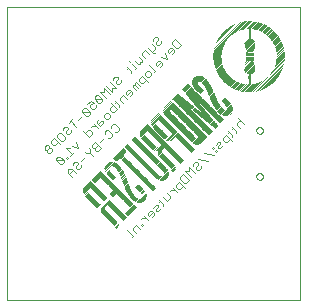
<source format=gbo>
G75*
%MOIN*%
%OFA0B0*%
%FSLAX25Y25*%
%IPPOS*%
%LPD*%
%AMOC8*
5,1,8,0,0,1.08239X$1,22.5*
%
%ADD10C,0.00000*%
%ADD11C,0.00400*%
%ADD12R,0.01710X0.00115*%
%ADD13R,0.03760X0.00114*%
%ADD14R,0.04910X0.00114*%
%ADD15R,0.05820X0.00114*%
%ADD16R,0.06740X0.00114*%
%ADD17R,0.07420X0.00114*%
%ADD18R,0.08100X0.00115*%
%ADD19R,0.08790X0.00114*%
%ADD20R,0.09240X0.00114*%
%ADD21R,0.09700X0.00114*%
%ADD22R,0.10390X0.00114*%
%ADD23R,0.10840X0.00114*%
%ADD24R,0.11190X0.00115*%
%ADD25R,0.11530X0.00114*%
%ADD26R,0.11980X0.00114*%
%ADD27R,0.12440X0.00114*%
%ADD28R,0.12670X0.00114*%
%ADD29R,0.13130X0.00114*%
%ADD30R,0.13360X0.00114*%
%ADD31R,0.13820X0.00115*%
%ADD32R,0.14040X0.00114*%
%ADD33R,0.14380X0.00114*%
%ADD34R,0.14720X0.00114*%
%ADD35R,0.06970X0.00114*%
%ADD36R,0.06960X0.00114*%
%ADD37R,0.00690X0.00114*%
%ADD38R,0.01140X0.00114*%
%ADD39R,0.01250X0.00114*%
%ADD40R,0.00800X0.00114*%
%ADD41R,0.06050X0.00114*%
%ADD42R,0.00910X0.00114*%
%ADD43R,0.01370X0.00114*%
%ADD44R,0.01830X0.00114*%
%ADD45R,0.01940X0.00114*%
%ADD46R,0.01260X0.00114*%
%ADD47R,0.05590X0.00115*%
%ADD48R,0.05600X0.00115*%
%ADD49R,0.01830X0.00115*%
%ADD50R,0.01720X0.00115*%
%ADD51R,0.01370X0.00115*%
%ADD52R,0.02050X0.00115*%
%ADD53R,0.03540X0.00115*%
%ADD54R,0.01600X0.00115*%
%ADD55R,0.01480X0.00115*%
%ADD56R,0.02280X0.00115*%
%ADD57R,0.02510X0.00115*%
%ADD58R,0.04220X0.00115*%
%ADD59R,0.01590X0.00115*%
%ADD60R,0.01490X0.00115*%
%ADD61R,0.05250X0.00114*%
%ADD62R,0.05370X0.00114*%
%ADD63R,0.02280X0.00114*%
%ADD64R,0.01720X0.00114*%
%ADD65R,0.01490X0.00114*%
%ADD66R,0.02050X0.00114*%
%ADD67R,0.03770X0.00114*%
%ADD68R,0.01600X0.00114*%
%ADD69R,0.02740X0.00114*%
%ADD70R,0.02850X0.00114*%
%ADD71R,0.04220X0.00114*%
%ADD72R,0.01590X0.00114*%
%ADD73R,0.05140X0.00114*%
%ADD74R,0.04000X0.00114*%
%ADD75R,0.01710X0.00114*%
%ADD76R,0.02970X0.00114*%
%ADD77R,0.03080X0.00114*%
%ADD78R,0.01720X0.00114*%
%ADD79R,0.02970X0.00114*%
%ADD80R,0.04230X0.00114*%
%ADD81R,0.03200X0.00114*%
%ADD82R,0.03430X0.00114*%
%ADD83R,0.04790X0.00114*%
%ADD84R,0.04680X0.00114*%
%ADD85R,0.03190X0.00114*%
%ADD86R,0.04340X0.00114*%
%ADD87R,0.03420X0.00114*%
%ADD88R,0.03650X0.00114*%
%ADD89R,0.01830X0.00114*%
%ADD90R,0.04570X0.00114*%
%ADD91R,0.04560X0.00114*%
%ADD92R,0.03430X0.00114*%
%ADD93R,0.04450X0.00114*%
%ADD94R,0.04460X0.00114*%
%ADD95R,0.03880X0.00114*%
%ADD96R,0.03990X0.00114*%
%ADD97R,0.04340X0.00115*%
%ADD98R,0.03880X0.00115*%
%ADD99R,0.04570X0.00115*%
%ADD100R,0.03880X0.00115*%
%ADD101R,0.04110X0.00115*%
%ADD102R,0.04220X0.00114*%
%ADD103R,0.04110X0.00114*%
%ADD104R,0.04680X0.00114*%
%ADD105R,0.04110X0.00114*%
%ADD106R,0.04230X0.00114*%
%ADD107R,0.01590X0.00114*%
%ADD108R,0.04800X0.00114*%
%ADD109R,0.01820X0.00114*%
%ADD110R,0.03880X0.00114*%
%ADD111R,0.04570X0.00114*%
%ADD112R,0.03770X0.00115*%
%ADD113R,0.03770X0.00115*%
%ADD114R,0.04570X0.00115*%
%ADD115R,0.04910X0.00115*%
%ADD116R,0.01720X0.00115*%
%ADD117R,0.01590X0.00115*%
%ADD118R,0.01820X0.00114*%
%ADD119R,0.03770X0.00114*%
%ADD120R,0.01480X0.00114*%
%ADD121R,0.03660X0.00114*%
%ADD122R,0.03540X0.00114*%
%ADD123R,0.02170X0.00114*%
%ADD124R,0.05020X0.00114*%
%ADD125R,0.03540X0.00114*%
%ADD126R,0.03540X0.00114*%
%ADD127R,0.01830X0.00114*%
%ADD128R,0.02050X0.00114*%
%ADD129R,0.01720X0.00114*%
%ADD130R,0.01820X0.00114*%
%ADD131R,0.05020X0.00114*%
%ADD132R,0.01600X0.00114*%
%ADD133R,0.01480X0.00114*%
%ADD134R,0.01490X0.00114*%
%ADD135R,0.01590X0.00114*%
%ADD136R,0.01590X0.00114*%
%ADD137R,0.03530X0.00114*%
%ADD138R,0.02060X0.00114*%
%ADD139R,0.02160X0.00114*%
%ADD140R,0.03540X0.00114*%
%ADD141R,0.03430X0.00115*%
%ADD142R,0.01940X0.00115*%
%ADD143R,0.01820X0.00115*%
%ADD144R,0.02060X0.00115*%
%ADD145R,0.01490X0.00115*%
%ADD146R,0.01940X0.00114*%
%ADD147R,0.01480X0.00114*%
%ADD148R,0.03310X0.00114*%
%ADD149R,0.03310X0.00114*%
%ADD150R,0.03200X0.00115*%
%ADD151R,0.00800X0.00115*%
%ADD152R,0.02060X0.00115*%
%ADD153R,0.00790X0.00114*%
%ADD154R,0.03190X0.00114*%
%ADD155R,0.02060X0.00114*%
%ADD156R,0.03080X0.00114*%
%ADD157R,0.03090X0.00114*%
%ADD158R,0.02170X0.00114*%
%ADD159R,0.02970X0.00115*%
%ADD160R,0.02170X0.00115*%
%ADD161R,0.02960X0.00114*%
%ADD162R,0.00920X0.00114*%
%ADD163R,0.00570X0.00114*%
%ADD164R,0.00920X0.00114*%
%ADD165R,0.02960X0.00115*%
%ADD166R,0.00910X0.00115*%
%ADD167R,0.01940X0.00115*%
%ADD168R,0.02280X0.00115*%
%ADD169R,0.02860X0.00114*%
%ADD170R,0.02400X0.00114*%
%ADD171R,0.02860X0.00114*%
%ADD172R,0.02850X0.00114*%
%ADD173R,0.01710X0.00114*%
%ADD174R,0.01940X0.00114*%
%ADD175R,0.02400X0.00114*%
%ADD176R,0.02060X0.00114*%
%ADD177R,0.01480X0.00114*%
%ADD178R,0.02850X0.00115*%
%ADD179R,0.03080X0.00115*%
%ADD180R,0.02860X0.00115*%
%ADD181R,0.02060X0.00115*%
%ADD182R,0.01720X0.00115*%
%ADD183R,0.02400X0.00115*%
%ADD184R,0.02050X0.00115*%
%ADD185R,0.01600X0.00115*%
%ADD186R,0.01480X0.00115*%
%ADD187R,0.01720X0.00115*%
%ADD188R,0.01590X0.00115*%
%ADD189R,0.01590X0.00115*%
%ADD190R,0.02740X0.00114*%
%ADD191R,0.03310X0.00114*%
%ADD192R,0.01950X0.00114*%
%ADD193R,0.02740X0.00114*%
%ADD194R,0.02520X0.00114*%
%ADD195R,0.02630X0.00114*%
%ADD196R,0.01710X0.00114*%
%ADD197R,0.02740X0.00115*%
%ADD198R,0.03990X0.00115*%
%ADD199R,0.02630X0.00115*%
%ADD200R,0.04100X0.00114*%
%ADD201R,0.02620X0.00114*%
%ADD202R,0.02630X0.00114*%
%ADD203R,0.02630X0.00115*%
%ADD204R,0.04110X0.00115*%
%ADD205R,0.01030X0.00115*%
%ADD206R,0.01030X0.00114*%
%ADD207R,0.03990X0.00114*%
%ADD208R,0.00110X0.00114*%
%ADD209R,0.00340X0.00114*%
%ADD210R,0.02740X0.00115*%
%ADD211R,0.03080X0.00115*%
%ADD212R,0.02160X0.00115*%
%ADD213R,0.01140X0.00115*%
%ADD214R,0.03310X0.00115*%
%ADD215R,0.01950X0.00115*%
%ADD216R,0.01030X0.00114*%
%ADD217R,0.02620X0.00114*%
%ADD218R,0.04460X0.00114*%
%ADD219R,0.04330X0.00114*%
%ADD220R,0.02620X0.00114*%
%ADD221R,0.01830X0.00114*%
%ADD222R,0.02630X0.00114*%
%ADD223R,0.02170X0.00114*%
%ADD224R,0.01140X0.00114*%
%ADD225R,0.04220X0.00114*%
%ADD226R,0.04230X0.00114*%
%ADD227R,0.01720X0.00114*%
%ADD228R,0.03430X0.00114*%
%ADD229R,0.04100X0.00114*%
%ADD230R,0.02620X0.00115*%
%ADD231R,0.00120X0.00115*%
%ADD232R,0.01710X0.00115*%
%ADD233R,0.01490X0.00115*%
%ADD234R,0.02630X0.00115*%
%ADD235R,0.01480X0.00115*%
%ADD236R,0.01260X0.00115*%
%ADD237R,0.04340X0.00115*%
%ADD238R,0.04110X0.00115*%
%ADD239R,0.01830X0.00115*%
%ADD240R,0.03430X0.00115*%
%ADD241R,0.03990X0.00115*%
%ADD242R,0.00340X0.00114*%
%ADD243R,0.00580X0.00114*%
%ADD244R,0.00800X0.00114*%
%ADD245R,0.02170X0.00114*%
%ADD246R,0.04450X0.00114*%
%ADD247R,0.00570X0.00114*%
%ADD248R,0.04560X0.00114*%
%ADD249R,0.01020X0.00114*%
%ADD250R,0.01260X0.00114*%
%ADD251R,0.02160X0.00114*%
%ADD252R,0.02620X0.00115*%
%ADD253R,0.02160X0.00115*%
%ADD254R,0.04680X0.00115*%
%ADD255R,0.03430X0.00115*%
%ADD256R,0.04560X0.00115*%
%ADD257R,0.00680X0.00114*%
%ADD258R,0.01250X0.00115*%
%ADD259R,0.00120X0.00115*%
%ADD260R,0.01830X0.00115*%
%ADD261R,0.02860X0.00115*%
%ADD262R,0.03320X0.00114*%
%ADD263R,0.00450X0.00114*%
%ADD264R,0.00230X0.00114*%
%ADD265R,0.03990X0.00114*%
%ADD266R,0.02620X0.00114*%
%ADD267R,0.03310X0.00114*%
%ADD268R,0.02740X0.00115*%
%ADD269R,0.04110X0.00115*%
%ADD270R,0.03310X0.00115*%
%ADD271R,0.02630X0.00114*%
%ADD272R,0.04110X0.00114*%
%ADD273R,0.03200X0.00114*%
%ADD274R,0.02850X0.00115*%
%ADD275R,0.03090X0.00115*%
%ADD276R,0.02970X0.00115*%
%ADD277R,0.00910X0.00115*%
%ADD278R,0.01480X0.00115*%
%ADD279R,0.03080X0.00114*%
%ADD280R,0.03080X0.00114*%
%ADD281R,0.02970X0.00114*%
%ADD282R,0.02860X0.00114*%
%ADD283R,0.03080X0.00115*%
%ADD284R,0.00800X0.00115*%
%ADD285R,0.03200X0.00115*%
%ADD286R,0.02860X0.00115*%
%ADD287R,0.03190X0.00114*%
%ADD288R,0.02860X0.00114*%
%ADD289R,0.02160X0.00114*%
%ADD290R,0.03660X0.00114*%
%ADD291R,0.01950X0.00114*%
%ADD292R,0.03420X0.00115*%
%ADD293R,0.04450X0.00115*%
%ADD294R,0.02860X0.00115*%
%ADD295R,0.04680X0.00115*%
%ADD296R,0.04800X0.00115*%
%ADD297R,0.03420X0.00114*%
%ADD298R,0.03660X0.00115*%
%ADD299R,0.03650X0.00115*%
%ADD300R,0.03660X0.00115*%
%ADD301R,0.04460X0.00115*%
%ADD302R,0.04790X0.00115*%
%ADD303R,0.04330X0.00115*%
%ADD304R,0.02510X0.00114*%
%ADD305R,0.03760X0.00114*%
%ADD306R,0.02620X0.00115*%
%ADD307R,0.03420X0.00115*%
%ADD308R,0.02510X0.00115*%
%ADD309R,0.02510X0.00114*%
%ADD310R,0.02960X0.00114*%
%ADD311R,0.04330X0.00114*%
%ADD312R,0.04560X0.00114*%
%ADD313R,0.04570X0.00114*%
%ADD314R,0.04790X0.00114*%
%ADD315R,0.04910X0.00115*%
%ADD316R,0.05130X0.00114*%
%ADD317R,0.05140X0.00114*%
%ADD318R,0.05480X0.00114*%
%ADD319R,0.05480X0.00114*%
%ADD320R,0.05830X0.00114*%
%ADD321R,0.06400X0.00114*%
%ADD322R,0.06390X0.00114*%
%ADD323R,0.14500X0.00115*%
%ADD324R,0.14270X0.00114*%
%ADD325R,0.13820X0.00114*%
%ADD326R,0.13580X0.00114*%
%ADD327R,0.13240X0.00114*%
%ADD328R,0.12900X0.00114*%
%ADD329R,0.12560X0.00114*%
%ADD330R,0.12220X0.00115*%
%ADD331R,0.11760X0.00114*%
%ADD332R,0.11300X0.00114*%
%ADD333R,0.10960X0.00114*%
%ADD334R,0.10500X0.00114*%
%ADD335R,0.09930X0.00114*%
%ADD336R,0.09480X0.00115*%
%ADD337R,0.09020X0.00114*%
%ADD338R,0.08340X0.00114*%
%ADD339R,0.07650X0.00114*%
%ADD340R,0.06280X0.00114*%
%ADD341R,0.05360X0.00114*%
%ADD342R,0.04220X0.00115*%
D10*
X0001600Y0001600D02*
X0001600Y0099100D01*
X0099100Y0099100D01*
X0099100Y0001600D01*
X0001600Y0001600D01*
X0084552Y0042673D02*
X0084554Y0042738D01*
X0084560Y0042804D01*
X0084570Y0042868D01*
X0084583Y0042932D01*
X0084601Y0042995D01*
X0084622Y0043057D01*
X0084647Y0043117D01*
X0084676Y0043176D01*
X0084708Y0043233D01*
X0084744Y0043288D01*
X0084782Y0043341D01*
X0084824Y0043391D01*
X0084869Y0043439D01*
X0084917Y0043484D01*
X0084967Y0043526D01*
X0085020Y0043564D01*
X0085075Y0043600D01*
X0085132Y0043632D01*
X0085191Y0043661D01*
X0085251Y0043686D01*
X0085313Y0043707D01*
X0085376Y0043725D01*
X0085440Y0043738D01*
X0085504Y0043748D01*
X0085570Y0043754D01*
X0085635Y0043756D01*
X0085700Y0043754D01*
X0085766Y0043748D01*
X0085830Y0043738D01*
X0085894Y0043725D01*
X0085957Y0043707D01*
X0086019Y0043686D01*
X0086079Y0043661D01*
X0086138Y0043632D01*
X0086195Y0043600D01*
X0086250Y0043564D01*
X0086303Y0043526D01*
X0086353Y0043484D01*
X0086401Y0043439D01*
X0086446Y0043391D01*
X0086488Y0043341D01*
X0086526Y0043288D01*
X0086562Y0043233D01*
X0086594Y0043176D01*
X0086623Y0043117D01*
X0086648Y0043057D01*
X0086669Y0042995D01*
X0086687Y0042932D01*
X0086700Y0042868D01*
X0086710Y0042804D01*
X0086716Y0042738D01*
X0086718Y0042673D01*
X0086716Y0042608D01*
X0086710Y0042542D01*
X0086700Y0042478D01*
X0086687Y0042414D01*
X0086669Y0042351D01*
X0086648Y0042289D01*
X0086623Y0042229D01*
X0086594Y0042170D01*
X0086562Y0042113D01*
X0086526Y0042058D01*
X0086488Y0042005D01*
X0086446Y0041955D01*
X0086401Y0041907D01*
X0086353Y0041862D01*
X0086303Y0041820D01*
X0086250Y0041782D01*
X0086195Y0041746D01*
X0086138Y0041714D01*
X0086079Y0041685D01*
X0086019Y0041660D01*
X0085957Y0041639D01*
X0085894Y0041621D01*
X0085830Y0041608D01*
X0085766Y0041598D01*
X0085700Y0041592D01*
X0085635Y0041590D01*
X0085570Y0041592D01*
X0085504Y0041598D01*
X0085440Y0041608D01*
X0085376Y0041621D01*
X0085313Y0041639D01*
X0085251Y0041660D01*
X0085191Y0041685D01*
X0085132Y0041714D01*
X0085075Y0041746D01*
X0085020Y0041782D01*
X0084967Y0041820D01*
X0084917Y0041862D01*
X0084869Y0041907D01*
X0084824Y0041955D01*
X0084782Y0042005D01*
X0084744Y0042058D01*
X0084708Y0042113D01*
X0084676Y0042170D01*
X0084647Y0042229D01*
X0084622Y0042289D01*
X0084601Y0042351D01*
X0084583Y0042414D01*
X0084570Y0042478D01*
X0084560Y0042542D01*
X0084554Y0042608D01*
X0084552Y0042673D01*
X0084552Y0058027D02*
X0084554Y0058092D01*
X0084560Y0058158D01*
X0084570Y0058222D01*
X0084583Y0058286D01*
X0084601Y0058349D01*
X0084622Y0058411D01*
X0084647Y0058471D01*
X0084676Y0058530D01*
X0084708Y0058587D01*
X0084744Y0058642D01*
X0084782Y0058695D01*
X0084824Y0058745D01*
X0084869Y0058793D01*
X0084917Y0058838D01*
X0084967Y0058880D01*
X0085020Y0058918D01*
X0085075Y0058954D01*
X0085132Y0058986D01*
X0085191Y0059015D01*
X0085251Y0059040D01*
X0085313Y0059061D01*
X0085376Y0059079D01*
X0085440Y0059092D01*
X0085504Y0059102D01*
X0085570Y0059108D01*
X0085635Y0059110D01*
X0085700Y0059108D01*
X0085766Y0059102D01*
X0085830Y0059092D01*
X0085894Y0059079D01*
X0085957Y0059061D01*
X0086019Y0059040D01*
X0086079Y0059015D01*
X0086138Y0058986D01*
X0086195Y0058954D01*
X0086250Y0058918D01*
X0086303Y0058880D01*
X0086353Y0058838D01*
X0086401Y0058793D01*
X0086446Y0058745D01*
X0086488Y0058695D01*
X0086526Y0058642D01*
X0086562Y0058587D01*
X0086594Y0058530D01*
X0086623Y0058471D01*
X0086648Y0058411D01*
X0086669Y0058349D01*
X0086687Y0058286D01*
X0086700Y0058222D01*
X0086710Y0058158D01*
X0086716Y0058092D01*
X0086718Y0058027D01*
X0086716Y0057962D01*
X0086710Y0057896D01*
X0086700Y0057832D01*
X0086687Y0057768D01*
X0086669Y0057705D01*
X0086648Y0057643D01*
X0086623Y0057583D01*
X0086594Y0057524D01*
X0086562Y0057467D01*
X0086526Y0057412D01*
X0086488Y0057359D01*
X0086446Y0057309D01*
X0086401Y0057261D01*
X0086353Y0057216D01*
X0086303Y0057174D01*
X0086250Y0057136D01*
X0086195Y0057100D01*
X0086138Y0057068D01*
X0086079Y0057039D01*
X0086019Y0057014D01*
X0085957Y0056993D01*
X0085894Y0056975D01*
X0085830Y0056962D01*
X0085766Y0056952D01*
X0085700Y0056946D01*
X0085635Y0056944D01*
X0085570Y0056946D01*
X0085504Y0056952D01*
X0085440Y0056962D01*
X0085376Y0056975D01*
X0085313Y0056993D01*
X0085251Y0057014D01*
X0085191Y0057039D01*
X0085132Y0057068D01*
X0085075Y0057100D01*
X0085020Y0057136D01*
X0084967Y0057174D01*
X0084917Y0057216D01*
X0084869Y0057261D01*
X0084824Y0057309D01*
X0084782Y0057359D01*
X0084744Y0057412D01*
X0084708Y0057467D01*
X0084676Y0057524D01*
X0084647Y0057583D01*
X0084622Y0057643D01*
X0084601Y0057705D01*
X0084583Y0057768D01*
X0084570Y0057832D01*
X0084560Y0057896D01*
X0084554Y0057962D01*
X0084552Y0058027D01*
D11*
X0080527Y0060035D02*
X0078546Y0062016D01*
X0078876Y0061026D02*
X0078216Y0060365D01*
X0078216Y0059705D01*
X0079206Y0058714D01*
X0077783Y0057951D02*
X0077783Y0057291D01*
X0077783Y0057951D02*
X0076462Y0059272D01*
X0076462Y0058612D02*
X0077123Y0059272D01*
X0075734Y0057883D02*
X0075073Y0057223D01*
X0075073Y0057883D02*
X0076394Y0056562D01*
X0076394Y0055902D01*
X0075666Y0055173D02*
X0074675Y0054182D01*
X0074015Y0054182D01*
X0073354Y0054843D01*
X0073354Y0055504D01*
X0074345Y0056494D01*
X0076326Y0054513D01*
X0073582Y0053090D02*
X0072592Y0052099D01*
X0071931Y0052099D01*
X0071931Y0052759D01*
X0072592Y0053420D01*
X0072592Y0054081D01*
X0071931Y0054081D01*
X0070940Y0053090D01*
X0070178Y0052327D02*
X0070508Y0051997D01*
X0070178Y0051667D01*
X0069848Y0051997D01*
X0070178Y0052327D01*
X0071169Y0051336D02*
X0070838Y0051006D01*
X0071169Y0050676D01*
X0071499Y0051006D01*
X0071169Y0051336D01*
X0070457Y0049964D02*
X0067155Y0050625D01*
X0065071Y0048541D02*
X0068374Y0047881D01*
X0065960Y0046128D02*
X0065960Y0045467D01*
X0065299Y0044807D01*
X0064639Y0044807D01*
X0064309Y0045137D01*
X0064309Y0045797D01*
X0064969Y0046458D01*
X0064969Y0047119D01*
X0064639Y0047449D01*
X0063978Y0047449D01*
X0063318Y0046788D01*
X0063318Y0046128D01*
X0062225Y0045696D02*
X0062225Y0044374D01*
X0060904Y0044374D01*
X0062886Y0042393D01*
X0062123Y0041630D02*
X0061132Y0040640D01*
X0060472Y0040640D01*
X0059151Y0041961D01*
X0059151Y0042621D01*
X0060142Y0043612D01*
X0062123Y0041630D01*
X0060040Y0039547D02*
X0059049Y0038556D01*
X0058388Y0038556D01*
X0057728Y0039217D01*
X0057728Y0039877D01*
X0058719Y0040868D01*
X0060700Y0038886D01*
X0057956Y0037463D02*
X0056635Y0038784D01*
X0055975Y0038124D02*
X0055644Y0037794D01*
X0055975Y0038124D02*
X0057296Y0038124D01*
X0055890Y0036057D02*
X0055890Y0035397D01*
X0054899Y0034406D01*
X0053578Y0035727D01*
X0052815Y0034965D02*
X0052155Y0034304D01*
X0052155Y0034965D02*
X0053476Y0033644D01*
X0053476Y0032983D01*
X0052747Y0032255D02*
X0051757Y0031264D01*
X0051096Y0031264D01*
X0051096Y0031924D01*
X0051757Y0032585D01*
X0051757Y0033245D01*
X0051096Y0033245D01*
X0050105Y0032255D01*
X0049673Y0031162D02*
X0049013Y0031162D01*
X0048352Y0030501D01*
X0048352Y0029841D01*
X0048682Y0029511D01*
X0050003Y0030832D01*
X0049673Y0031162D02*
X0050334Y0030501D01*
X0050334Y0029841D01*
X0049673Y0029180D01*
X0048580Y0028088D02*
X0047259Y0029409D01*
X0046599Y0028748D02*
X0046269Y0028418D01*
X0046599Y0028748D02*
X0047920Y0028748D01*
X0046514Y0026682D02*
X0046184Y0026351D01*
X0046514Y0026021D01*
X0046844Y0026351D01*
X0046514Y0026682D01*
X0045802Y0025310D02*
X0044481Y0026631D01*
X0043491Y0025640D01*
X0043491Y0024979D01*
X0044481Y0023989D01*
X0043719Y0023226D02*
X0043058Y0022566D01*
X0043389Y0022896D02*
X0041407Y0024877D01*
X0041737Y0025208D01*
X0054899Y0037048D02*
X0055890Y0036057D01*
X0064207Y0043714D02*
X0062225Y0045696D01*
X0078876Y0061026D02*
X0079537Y0061026D01*
X0054728Y0081735D02*
X0052746Y0082396D01*
X0052314Y0081303D02*
X0051654Y0081303D01*
X0050993Y0080643D01*
X0050993Y0079982D01*
X0051323Y0079652D01*
X0052644Y0080973D01*
X0052314Y0081303D02*
X0052975Y0080643D01*
X0052975Y0079982D01*
X0052314Y0079321D01*
X0051221Y0078229D02*
X0050561Y0077568D01*
X0050891Y0077898D02*
X0048910Y0079880D01*
X0049240Y0080210D01*
X0048842Y0077831D02*
X0048181Y0077831D01*
X0047521Y0077170D01*
X0047521Y0076509D01*
X0048181Y0075849D01*
X0048842Y0075849D01*
X0049502Y0076509D01*
X0049502Y0077170D01*
X0048842Y0077831D01*
X0046428Y0076077D02*
X0045437Y0075086D01*
X0045437Y0074426D01*
X0046098Y0073765D01*
X0046758Y0073765D01*
X0047749Y0074756D01*
X0048409Y0074096D02*
X0046428Y0076077D01*
X0044344Y0073994D02*
X0044014Y0073663D01*
X0044014Y0073003D01*
X0043354Y0073003D01*
X0043354Y0072342D01*
X0044344Y0071352D01*
X0045005Y0072012D02*
X0044014Y0073003D01*
X0044344Y0073994D02*
X0045665Y0072673D01*
X0043252Y0070919D02*
X0042591Y0071580D01*
X0041931Y0071580D01*
X0041270Y0070919D01*
X0041270Y0070259D01*
X0041600Y0069929D01*
X0042921Y0071250D01*
X0043252Y0070919D02*
X0043252Y0070259D01*
X0042591Y0069598D01*
X0041498Y0068506D02*
X0040177Y0069827D01*
X0039187Y0068836D01*
X0039187Y0068175D01*
X0040177Y0067185D01*
X0038754Y0066422D02*
X0038754Y0065762D01*
X0038754Y0066422D02*
X0037433Y0067743D01*
X0037433Y0067083D02*
X0038094Y0067743D01*
X0036044Y0067015D02*
X0038026Y0065033D01*
X0037035Y0064042D01*
X0036375Y0064042D01*
X0035714Y0064703D01*
X0035714Y0065363D01*
X0036705Y0066354D01*
X0034952Y0063940D02*
X0034291Y0063940D01*
X0033631Y0063280D01*
X0033631Y0062619D01*
X0034291Y0061959D01*
X0034952Y0061959D01*
X0035612Y0062619D01*
X0035612Y0063280D01*
X0034952Y0063940D01*
X0033529Y0061196D02*
X0032868Y0061196D01*
X0031877Y0060206D01*
X0031547Y0060536D02*
X0032538Y0059545D01*
X0033529Y0060536D01*
X0033529Y0061196D01*
X0032208Y0061857D02*
X0031547Y0061196D01*
X0031547Y0060536D01*
X0030454Y0060104D02*
X0031775Y0058783D01*
X0031115Y0059443D02*
X0029794Y0059443D01*
X0029464Y0059113D01*
X0029048Y0058037D02*
X0028388Y0058037D01*
X0027397Y0057046D01*
X0026737Y0057707D02*
X0028718Y0055725D01*
X0029709Y0056716D01*
X0029709Y0057377D01*
X0029048Y0058037D01*
X0024587Y0059094D02*
X0022605Y0061076D01*
X0023266Y0061736D02*
X0021945Y0060415D01*
X0021513Y0059322D02*
X0020852Y0059322D01*
X0020192Y0058662D01*
X0020192Y0058001D01*
X0021182Y0057671D02*
X0021182Y0057011D01*
X0021513Y0056680D01*
X0022173Y0056680D01*
X0022834Y0057341D01*
X0022834Y0058001D01*
X0021843Y0058332D02*
X0021843Y0058992D01*
X0021513Y0059322D01*
X0021843Y0058332D02*
X0021182Y0057671D01*
X0019429Y0057239D02*
X0020750Y0055918D01*
X0020750Y0055257D01*
X0020090Y0054597D01*
X0019429Y0054597D01*
X0018108Y0055918D01*
X0018108Y0056578D01*
X0018769Y0057239D01*
X0019429Y0057239D01*
X0017015Y0055486D02*
X0016025Y0054495D01*
X0016025Y0053834D01*
X0016685Y0053174D01*
X0017346Y0053174D01*
X0018336Y0054165D01*
X0018997Y0053504D02*
X0017015Y0055486D01*
X0015262Y0053072D02*
X0014602Y0053072D01*
X0013941Y0052411D01*
X0013941Y0051751D01*
X0014271Y0051421D01*
X0014932Y0051421D01*
X0015592Y0052081D01*
X0015592Y0052742D01*
X0015262Y0053072D01*
X0015592Y0052081D02*
X0016253Y0052081D01*
X0016583Y0051751D01*
X0016583Y0051090D01*
X0015923Y0050430D01*
X0015262Y0050430D01*
X0014932Y0050760D01*
X0014932Y0051421D01*
X0017691Y0048661D02*
X0017691Y0048001D01*
X0020333Y0048001D01*
X0020333Y0047340D01*
X0019673Y0046680D01*
X0019012Y0046680D01*
X0017691Y0048001D01*
X0017691Y0048661D02*
X0018352Y0049322D01*
X0019012Y0049322D01*
X0020333Y0048001D01*
X0021045Y0048712D02*
X0021375Y0048382D01*
X0021705Y0048712D01*
X0021375Y0049043D01*
X0021045Y0048712D01*
X0022468Y0049475D02*
X0023789Y0050796D01*
X0023128Y0050135D02*
X0021147Y0052117D01*
X0022468Y0052117D01*
X0023230Y0052879D02*
X0025212Y0052219D01*
X0024551Y0054200D01*
X0027361Y0050832D02*
X0027692Y0050501D01*
X0029013Y0050501D01*
X0030003Y0049511D01*
X0029013Y0050501D02*
X0029013Y0051823D01*
X0028682Y0052153D01*
X0029775Y0052585D02*
X0030105Y0052255D01*
X0030766Y0052255D01*
X0031757Y0053246D01*
X0032519Y0054008D02*
X0033840Y0055329D01*
X0035263Y0055431D02*
X0035924Y0055431D01*
X0036584Y0056091D01*
X0036584Y0056752D01*
X0035263Y0058073D01*
X0034603Y0058073D01*
X0033942Y0057413D01*
X0033942Y0056752D01*
X0036026Y0058836D02*
X0036026Y0059496D01*
X0036686Y0060157D01*
X0037347Y0060157D01*
X0038668Y0058836D01*
X0038668Y0058175D01*
X0038007Y0057514D01*
X0037347Y0057514D01*
X0032747Y0052255D02*
X0031757Y0051264D01*
X0031096Y0051264D01*
X0030766Y0051594D01*
X0030766Y0052255D01*
X0029775Y0052585D02*
X0029775Y0053246D01*
X0030766Y0054236D01*
X0032747Y0052255D01*
X0027590Y0049078D02*
X0026269Y0047757D01*
X0025176Y0047325D02*
X0025176Y0046665D01*
X0024515Y0046004D01*
X0024515Y0045344D01*
X0024846Y0045013D01*
X0025506Y0045013D01*
X0026167Y0045674D01*
X0026167Y0046334D01*
X0025176Y0047325D02*
X0024846Y0047656D01*
X0024185Y0047656D01*
X0023525Y0046995D01*
X0023525Y0046334D01*
X0023092Y0045242D02*
X0021771Y0045242D01*
X0021771Y0043921D01*
X0023092Y0042600D01*
X0022102Y0043590D02*
X0023423Y0044911D01*
X0023092Y0045242D02*
X0024413Y0043921D01*
X0025019Y0061508D02*
X0026340Y0062829D01*
X0026442Y0064252D02*
X0029084Y0064252D01*
X0029084Y0063591D01*
X0028424Y0062931D01*
X0027763Y0062931D01*
X0026442Y0064252D01*
X0026442Y0064912D01*
X0027103Y0065573D01*
X0027763Y0065573D01*
X0029084Y0064252D01*
X0029847Y0065014D02*
X0030507Y0065014D01*
X0031168Y0065675D01*
X0031168Y0066335D01*
X0030507Y0066996D02*
X0029516Y0066666D01*
X0029186Y0066335D01*
X0029186Y0065675D01*
X0029847Y0065014D01*
X0030507Y0066996D02*
X0029516Y0067987D01*
X0028195Y0066666D01*
X0030609Y0068419D02*
X0030609Y0069079D01*
X0031270Y0069740D01*
X0031930Y0069740D01*
X0033251Y0068419D01*
X0030609Y0068419D01*
X0031930Y0067098D01*
X0032591Y0067098D01*
X0033251Y0067758D01*
X0033251Y0068419D01*
X0034344Y0068851D02*
X0032362Y0070833D01*
X0033683Y0070833D01*
X0033683Y0072154D01*
X0035665Y0070172D01*
X0036427Y0070935D02*
X0034446Y0072916D01*
X0035767Y0074237D02*
X0037748Y0072256D01*
X0036427Y0072256D01*
X0036427Y0070935D01*
X0038181Y0073348D02*
X0038841Y0073348D01*
X0039502Y0074009D01*
X0039502Y0074669D01*
X0038511Y0075000D02*
X0037850Y0074339D01*
X0037850Y0073679D01*
X0038181Y0073348D01*
X0038511Y0075000D02*
X0038511Y0075660D01*
X0038181Y0075991D01*
X0037520Y0075991D01*
X0036860Y0075330D01*
X0036860Y0074669D01*
X0041323Y0078472D02*
X0041983Y0079133D01*
X0041323Y0079133D02*
X0042644Y0077812D01*
X0042644Y0077151D01*
X0044033Y0078540D02*
X0044693Y0079201D01*
X0044363Y0078870D02*
X0043042Y0080192D01*
X0043372Y0080522D01*
X0042382Y0080852D02*
X0042051Y0081182D01*
X0044135Y0081284D02*
X0045126Y0080293D01*
X0045786Y0080293D01*
X0045786Y0080954D01*
X0046447Y0080954D01*
X0046447Y0081615D01*
X0045456Y0082605D01*
X0046549Y0083038D02*
X0047539Y0082047D01*
X0046549Y0083038D02*
X0046549Y0083698D01*
X0047539Y0084689D01*
X0048860Y0083368D01*
X0049623Y0084130D02*
X0050614Y0085121D01*
X0050614Y0085782D01*
X0049623Y0086772D01*
X0050055Y0087865D02*
X0050055Y0088526D01*
X0050716Y0089186D01*
X0051376Y0089186D01*
X0051706Y0088856D01*
X0051706Y0088195D01*
X0051046Y0087535D01*
X0051046Y0086874D01*
X0051376Y0086544D01*
X0052037Y0086544D01*
X0052697Y0087205D01*
X0052697Y0087865D01*
X0056583Y0087554D02*
X0057574Y0088544D01*
X0059555Y0086563D01*
X0058565Y0085572D01*
X0057904Y0085572D01*
X0056583Y0086893D01*
X0056583Y0087554D01*
X0056481Y0085470D02*
X0055821Y0085470D01*
X0055160Y0084810D01*
X0055160Y0084149D01*
X0055490Y0083819D01*
X0056811Y0085140D01*
X0056481Y0085470D02*
X0057142Y0084810D01*
X0057142Y0084149D01*
X0056481Y0083488D01*
X0054067Y0083717D02*
X0054728Y0081735D01*
X0050944Y0084130D02*
X0050614Y0083800D01*
X0049953Y0083800D01*
X0048302Y0085451D01*
D12*
G36*
X0073214Y0067435D02*
X0074422Y0068643D01*
X0074502Y0068563D01*
X0073294Y0067355D01*
X0073214Y0067435D01*
G37*
G36*
X0073779Y0066870D02*
X0074987Y0068078D01*
X0075067Y0067998D01*
X0073859Y0066790D01*
X0073779Y0066870D01*
G37*
G36*
X0074263Y0066386D02*
X0075471Y0067594D01*
X0075551Y0067514D01*
X0074343Y0066306D01*
X0074263Y0066386D01*
G37*
G36*
X0074670Y0065823D02*
X0075878Y0067031D01*
X0075958Y0066951D01*
X0074750Y0065743D01*
X0074670Y0065823D01*
G37*
G36*
X0069585Y0059609D02*
X0070793Y0060817D01*
X0070873Y0060737D01*
X0069665Y0059529D01*
X0069585Y0059609D01*
G37*
G36*
X0056104Y0045159D02*
X0057312Y0046367D01*
X0057392Y0046287D01*
X0056184Y0045079D01*
X0056104Y0045159D01*
G37*
G36*
X0053682Y0043706D02*
X0054890Y0044914D01*
X0054970Y0044834D01*
X0053762Y0043626D01*
X0053682Y0043706D01*
G37*
G36*
X0040689Y0039107D02*
X0041897Y0040315D01*
X0041977Y0040235D01*
X0040769Y0039027D01*
X0040689Y0039107D01*
G37*
G36*
X0039554Y0042009D02*
X0040762Y0043217D01*
X0040842Y0043137D01*
X0039634Y0041929D01*
X0039554Y0042009D01*
G37*
G36*
X0036244Y0046125D02*
X0037452Y0047333D01*
X0037532Y0047253D01*
X0036324Y0046045D01*
X0036244Y0046125D01*
G37*
G36*
X0081369Y0082855D02*
X0082577Y0084063D01*
X0082657Y0083983D01*
X0081449Y0082775D01*
X0081369Y0082855D01*
G37*
G36*
X0089842Y0073731D02*
X0091050Y0074939D01*
X0091130Y0074859D01*
X0089922Y0073651D01*
X0089842Y0073731D01*
G37*
D13*
G36*
X0089040Y0073091D02*
X0091698Y0075749D01*
X0091778Y0075669D01*
X0089120Y0073011D01*
X0089040Y0073091D01*
G37*
G36*
X0080726Y0070911D02*
X0083384Y0073569D01*
X0083464Y0073489D01*
X0080806Y0070831D01*
X0080726Y0070911D01*
G37*
G36*
X0091219Y0081405D02*
X0093877Y0084063D01*
X0093957Y0083983D01*
X0091299Y0081325D01*
X0091219Y0081405D01*
G37*
G36*
X0080805Y0085681D02*
X0083463Y0088339D01*
X0083543Y0088259D01*
X0080885Y0085601D01*
X0080805Y0085681D01*
G37*
G36*
X0055864Y0054605D02*
X0058522Y0057263D01*
X0058602Y0057183D01*
X0055944Y0054525D01*
X0055864Y0054605D01*
G37*
G36*
X0033989Y0045000D02*
X0036647Y0047658D01*
X0036727Y0047578D01*
X0034069Y0044920D01*
X0033989Y0045000D01*
G37*
D14*
G36*
X0053762Y0063482D02*
X0057233Y0066953D01*
X0057314Y0066872D01*
X0053843Y0063401D01*
X0053762Y0063482D01*
G37*
G36*
X0053843Y0063401D02*
X0057314Y0066872D01*
X0057395Y0066791D01*
X0053924Y0063320D01*
X0053843Y0063401D01*
G37*
G36*
X0063448Y0053796D02*
X0066919Y0057267D01*
X0067000Y0057186D01*
X0063529Y0053715D01*
X0063448Y0053796D01*
G37*
G36*
X0063528Y0053715D02*
X0066999Y0057186D01*
X0067080Y0057105D01*
X0063609Y0053634D01*
X0063528Y0053715D01*
G37*
G36*
X0063690Y0053553D02*
X0067161Y0057024D01*
X0067242Y0056943D01*
X0063771Y0053472D01*
X0063690Y0053553D01*
G37*
G36*
X0082420Y0070830D02*
X0085891Y0074301D01*
X0085972Y0074220D01*
X0082501Y0070749D01*
X0082420Y0070830D01*
G37*
G36*
X0088549Y0072762D02*
X0092020Y0076233D01*
X0092101Y0076152D01*
X0088630Y0072681D01*
X0088549Y0072762D01*
G37*
G36*
X0090488Y0078898D02*
X0093959Y0082369D01*
X0094040Y0082288D01*
X0090569Y0078817D01*
X0090488Y0078898D01*
G37*
D15*
G36*
X0088151Y0072524D02*
X0092265Y0076638D01*
X0092345Y0076558D01*
X0088231Y0072444D01*
X0088151Y0072524D01*
G37*
G36*
X0077008Y0090440D02*
X0081122Y0094554D01*
X0081202Y0094474D01*
X0077088Y0090360D01*
X0077008Y0090440D01*
G37*
D16*
G36*
X0087744Y0072279D02*
X0092509Y0077044D01*
X0092590Y0076963D01*
X0087825Y0072198D01*
X0087744Y0072279D01*
G37*
D17*
G36*
X0087423Y0072119D02*
X0092669Y0077365D01*
X0092749Y0077285D01*
X0087503Y0072039D01*
X0087423Y0072119D01*
G37*
D18*
G36*
X0087101Y0071960D02*
X0092828Y0077687D01*
X0092909Y0077606D01*
X0087182Y0071879D01*
X0087101Y0071960D01*
G37*
D19*
G36*
X0086773Y0071793D02*
X0092988Y0078008D01*
X0093069Y0077927D01*
X0086854Y0071712D01*
X0086773Y0071793D01*
G37*
D20*
G36*
X0086537Y0071719D02*
X0093070Y0078252D01*
X0093151Y0078171D01*
X0086618Y0071638D01*
X0086537Y0071719D01*
G37*
D21*
G36*
X0086294Y0071636D02*
X0093152Y0078494D01*
X0093232Y0078414D01*
X0086374Y0071556D01*
X0086294Y0071636D01*
G37*
D22*
G36*
X0085966Y0071469D02*
X0093312Y0078815D01*
X0093392Y0078735D01*
X0086046Y0071389D01*
X0085966Y0071469D01*
G37*
D23*
G36*
X0085730Y0071394D02*
X0093394Y0079058D01*
X0093474Y0078978D01*
X0085810Y0071314D01*
X0085730Y0071394D01*
G37*
D24*
G36*
X0085486Y0071313D02*
X0093397Y0079224D01*
X0093478Y0079143D01*
X0085567Y0071232D01*
X0085486Y0071313D01*
G37*
D25*
G36*
X0085321Y0071309D02*
X0093473Y0079461D01*
X0093553Y0079381D01*
X0085401Y0071229D01*
X0085321Y0071309D01*
G37*
D26*
G36*
X0085085Y0071234D02*
X0093555Y0079704D01*
X0093635Y0079624D01*
X0085165Y0071154D01*
X0085085Y0071234D01*
G37*
D27*
G36*
X0084841Y0071152D02*
X0093636Y0079947D01*
X0093717Y0079866D01*
X0084922Y0071071D01*
X0084841Y0071152D01*
G37*
D28*
G36*
X0084676Y0071148D02*
X0093634Y0080106D01*
X0093714Y0080026D01*
X0084756Y0071068D01*
X0084676Y0071148D01*
G37*
D29*
G36*
X0084432Y0071066D02*
X0093715Y0080349D01*
X0093796Y0080268D01*
X0084513Y0070985D01*
X0084432Y0071066D01*
G37*
D30*
G36*
X0084274Y0071068D02*
X0093720Y0080514D01*
X0093800Y0080434D01*
X0084354Y0070988D01*
X0084274Y0071068D01*
G37*
D31*
G36*
X0084030Y0070987D02*
X0093801Y0080758D01*
X0093882Y0080677D01*
X0084111Y0070906D01*
X0084030Y0070987D01*
G37*
D32*
G36*
X0083871Y0070990D02*
X0093798Y0080917D01*
X0093879Y0080836D01*
X0083952Y0070909D01*
X0083871Y0070990D01*
G37*
D33*
G36*
X0083628Y0070908D02*
X0093795Y0081075D01*
X0093876Y0080994D01*
X0083709Y0070827D01*
X0083628Y0070908D01*
G37*
D34*
G36*
X0083470Y0070910D02*
X0093878Y0081318D01*
X0093958Y0081238D01*
X0083550Y0070830D01*
X0083470Y0070910D01*
G37*
G36*
X0070313Y0084068D02*
X0080721Y0094476D01*
X0080801Y0094396D01*
X0070393Y0083988D01*
X0070313Y0084068D01*
G37*
D35*
G36*
X0088954Y0076557D02*
X0093881Y0081484D01*
X0093962Y0081403D01*
X0089035Y0076476D01*
X0088954Y0076557D01*
G37*
D36*
G36*
X0083304Y0070907D02*
X0088225Y0075828D01*
X0088306Y0075747D01*
X0083385Y0070826D01*
X0083304Y0070907D01*
G37*
G36*
X0071603Y0088265D02*
X0076524Y0093186D01*
X0076605Y0093105D01*
X0071684Y0088184D01*
X0071603Y0088265D01*
G37*
D37*
G36*
X0081044Y0083661D02*
X0081531Y0084148D01*
X0081612Y0084067D01*
X0081125Y0083580D01*
X0081044Y0083661D01*
G37*
G36*
X0056745Y0044348D02*
X0057232Y0044835D01*
X0057313Y0044754D01*
X0056826Y0044267D01*
X0056745Y0044348D01*
G37*
D38*
G36*
X0054087Y0041689D02*
X0054892Y0042494D01*
X0054973Y0042413D01*
X0054168Y0041608D01*
X0054087Y0041689D01*
G37*
G36*
X0065307Y0063081D02*
X0066112Y0063886D01*
X0066193Y0063805D01*
X0065388Y0063000D01*
X0065307Y0063081D01*
G37*
G36*
X0065226Y0063161D02*
X0066031Y0063966D01*
X0066112Y0063885D01*
X0065307Y0063080D01*
X0065226Y0063161D01*
G37*
G36*
X0065146Y0063242D02*
X0065951Y0064047D01*
X0066032Y0063966D01*
X0065227Y0063161D01*
X0065146Y0063242D01*
G37*
G36*
X0065065Y0063323D02*
X0065870Y0064128D01*
X0065951Y0064047D01*
X0065146Y0063242D01*
X0065065Y0063323D01*
G37*
G36*
X0064903Y0063484D02*
X0065708Y0064289D01*
X0065789Y0064208D01*
X0064984Y0063403D01*
X0064903Y0063484D01*
G37*
G36*
X0064823Y0063565D02*
X0065628Y0064370D01*
X0065709Y0064289D01*
X0064904Y0063484D01*
X0064823Y0063565D01*
G37*
G36*
X0064742Y0063646D02*
X0065547Y0064451D01*
X0065628Y0064370D01*
X0064823Y0063565D01*
X0064742Y0063646D01*
G37*
G36*
X0064661Y0063726D02*
X0065466Y0064531D01*
X0065547Y0064450D01*
X0064742Y0063645D01*
X0064661Y0063726D01*
G37*
G36*
X0064173Y0064045D02*
X0064978Y0064850D01*
X0065059Y0064769D01*
X0064254Y0063964D01*
X0064173Y0064045D01*
G37*
G36*
X0064092Y0064126D02*
X0064897Y0064931D01*
X0064978Y0064850D01*
X0064173Y0064045D01*
X0064092Y0064126D01*
G37*
G36*
X0064012Y0064206D02*
X0064817Y0065011D01*
X0064898Y0064930D01*
X0064093Y0064125D01*
X0064012Y0064206D01*
G37*
G36*
X0063931Y0064287D02*
X0064736Y0065092D01*
X0064817Y0065011D01*
X0064012Y0064206D01*
X0063931Y0064287D01*
G37*
G36*
X0063769Y0064449D02*
X0064574Y0065254D01*
X0064655Y0065173D01*
X0063850Y0064368D01*
X0063769Y0064449D01*
G37*
G36*
X0063688Y0064530D02*
X0064493Y0065335D01*
X0064574Y0065254D01*
X0063769Y0064449D01*
X0063688Y0064530D01*
G37*
G36*
X0063046Y0065017D02*
X0063851Y0065822D01*
X0063932Y0065741D01*
X0063127Y0064936D01*
X0063046Y0065017D01*
G37*
G36*
X0062965Y0065097D02*
X0063770Y0065902D01*
X0063851Y0065821D01*
X0063046Y0065016D01*
X0062965Y0065097D01*
G37*
G36*
X0062884Y0065178D02*
X0063689Y0065983D01*
X0063770Y0065902D01*
X0062965Y0065097D01*
X0062884Y0065178D01*
G37*
G36*
X0062722Y0065340D02*
X0063527Y0066145D01*
X0063608Y0066064D01*
X0062803Y0065259D01*
X0062722Y0065340D01*
G37*
G36*
X0062642Y0065421D02*
X0063447Y0066226D01*
X0063528Y0066145D01*
X0062723Y0065340D01*
X0062642Y0065421D01*
G37*
G36*
X0062561Y0065501D02*
X0063366Y0066306D01*
X0063447Y0066225D01*
X0062642Y0065420D01*
X0062561Y0065501D01*
G37*
G36*
X0083147Y0077046D02*
X0083952Y0077851D01*
X0084033Y0077770D01*
X0083228Y0076965D01*
X0083147Y0077046D01*
G37*
G36*
X0080639Y0087615D02*
X0081444Y0088420D01*
X0081525Y0088339D01*
X0080720Y0087534D01*
X0080639Y0087615D01*
G37*
D39*
G36*
X0081046Y0083178D02*
X0081929Y0084061D01*
X0082010Y0083980D01*
X0081127Y0083097D01*
X0081046Y0083178D01*
G37*
G36*
X0080725Y0080275D02*
X0081608Y0081158D01*
X0081689Y0081077D01*
X0080806Y0080194D01*
X0080725Y0080275D01*
G37*
G36*
X0063530Y0064532D02*
X0064413Y0065415D01*
X0064494Y0065334D01*
X0063611Y0064451D01*
X0063530Y0064532D01*
G37*
G36*
X0063449Y0064613D02*
X0064332Y0065496D01*
X0064413Y0065415D01*
X0063530Y0064532D01*
X0063449Y0064613D01*
G37*
G36*
X0063369Y0064694D02*
X0064252Y0065577D01*
X0064333Y0065496D01*
X0063450Y0064613D01*
X0063369Y0064694D01*
G37*
G36*
X0063207Y0064855D02*
X0064090Y0065738D01*
X0064171Y0065657D01*
X0063288Y0064774D01*
X0063207Y0064855D01*
G37*
G36*
X0063126Y0064936D02*
X0064009Y0065819D01*
X0064090Y0065738D01*
X0063207Y0064855D01*
X0063126Y0064936D01*
G37*
G36*
X0046662Y0034265D02*
X0047545Y0035148D01*
X0047626Y0035067D01*
X0046743Y0034184D01*
X0046662Y0034265D01*
G37*
D40*
G36*
X0037696Y0025298D02*
X0038261Y0025863D01*
X0038342Y0025782D01*
X0037777Y0025217D01*
X0037696Y0025298D01*
G37*
G36*
X0082014Y0073653D02*
X0082579Y0074218D01*
X0082660Y0074137D01*
X0082095Y0073572D01*
X0082014Y0073653D01*
G37*
G36*
X0082011Y0073812D02*
X0082576Y0074377D01*
X0082657Y0074296D01*
X0082092Y0073731D01*
X0082011Y0073812D01*
G37*
G36*
X0082016Y0073977D02*
X0082581Y0074542D01*
X0082662Y0074461D01*
X0082097Y0073896D01*
X0082016Y0073977D01*
G37*
G36*
X0082014Y0074460D02*
X0082579Y0075025D01*
X0082660Y0074944D01*
X0082095Y0074379D01*
X0082014Y0074460D01*
G37*
G36*
X0082011Y0074618D02*
X0082576Y0075183D01*
X0082657Y0075102D01*
X0082092Y0074537D01*
X0082011Y0074618D01*
G37*
G36*
X0082015Y0074784D02*
X0082580Y0075349D01*
X0082661Y0075268D01*
X0082096Y0074703D01*
X0082015Y0074784D01*
G37*
G36*
X0082012Y0074942D02*
X0082577Y0075507D01*
X0082658Y0075426D01*
X0082093Y0074861D01*
X0082012Y0074942D01*
G37*
G36*
X0082013Y0075267D02*
X0082578Y0075832D01*
X0082659Y0075751D01*
X0082094Y0075186D01*
X0082013Y0075267D01*
G37*
G36*
X0081045Y0082047D02*
X0081610Y0082612D01*
X0081691Y0082531D01*
X0081126Y0081966D01*
X0081045Y0082047D01*
G37*
G36*
X0082982Y0082854D02*
X0083547Y0083419D01*
X0083628Y0083338D01*
X0083063Y0082773D01*
X0082982Y0082854D01*
G37*
G36*
X0082011Y0088987D02*
X0082576Y0089552D01*
X0082657Y0089471D01*
X0082092Y0088906D01*
X0082011Y0088987D01*
G37*
G36*
X0082015Y0089152D02*
X0082580Y0089717D01*
X0082661Y0089636D01*
X0082096Y0089071D01*
X0082015Y0089152D01*
G37*
G36*
X0082012Y0089311D02*
X0082577Y0089876D01*
X0082658Y0089795D01*
X0082093Y0089230D01*
X0082012Y0089311D01*
G37*
G36*
X0082016Y0089476D02*
X0082581Y0090041D01*
X0082662Y0089960D01*
X0082097Y0089395D01*
X0082016Y0089476D01*
G37*
G36*
X0082014Y0089635D02*
X0082579Y0090200D01*
X0082660Y0090119D01*
X0082095Y0089554D01*
X0082014Y0089635D01*
G37*
G36*
X0082014Y0089959D02*
X0082579Y0090524D01*
X0082660Y0090443D01*
X0082095Y0089878D01*
X0082014Y0089959D01*
G37*
G36*
X0082011Y0090117D02*
X0082576Y0090682D01*
X0082657Y0090601D01*
X0082092Y0090036D01*
X0082011Y0090117D01*
G37*
G36*
X0082013Y0090441D02*
X0082578Y0091006D01*
X0082659Y0090925D01*
X0082094Y0090360D01*
X0082013Y0090441D01*
G37*
G36*
X0082015Y0091090D02*
X0082580Y0091655D01*
X0082661Y0091574D01*
X0082096Y0091009D01*
X0082015Y0091090D01*
G37*
G36*
X0082012Y0091248D02*
X0082577Y0091813D01*
X0082658Y0091732D01*
X0082093Y0091167D01*
X0082012Y0091248D01*
G37*
D41*
G36*
X0089602Y0077366D02*
X0093879Y0081643D01*
X0093960Y0081562D01*
X0089683Y0077285D01*
X0089602Y0077366D01*
G37*
G36*
X0083146Y0070910D02*
X0087423Y0075187D01*
X0087504Y0075106D01*
X0083227Y0070829D01*
X0083146Y0070910D01*
G37*
D42*
G36*
X0081932Y0075347D02*
X0082575Y0075990D01*
X0082656Y0075909D01*
X0082013Y0075266D01*
X0081932Y0075347D01*
G37*
G36*
X0081934Y0075671D02*
X0082577Y0076314D01*
X0082658Y0076233D01*
X0082015Y0075590D01*
X0081934Y0075671D01*
G37*
G36*
X0081935Y0075995D02*
X0082578Y0076638D01*
X0082659Y0076557D01*
X0082016Y0075914D01*
X0081935Y0075995D01*
G37*
G36*
X0075558Y0063322D02*
X0076201Y0063965D01*
X0076282Y0063884D01*
X0075639Y0063241D01*
X0075558Y0063322D01*
G37*
G36*
X0081936Y0088751D02*
X0082579Y0089394D01*
X0082660Y0089313D01*
X0082017Y0088670D01*
X0081936Y0088751D01*
G37*
D43*
G36*
X0056587Y0044350D02*
X0057555Y0045318D01*
X0057635Y0045238D01*
X0056667Y0044270D01*
X0056587Y0044350D01*
G37*
D44*
G36*
X0056183Y0044755D02*
X0057476Y0046048D01*
X0057557Y0045967D01*
X0056264Y0044674D01*
X0056183Y0044755D01*
G37*
G36*
X0056102Y0044835D02*
X0057395Y0046128D01*
X0057476Y0046047D01*
X0056183Y0044754D01*
X0056102Y0044835D01*
G37*
G36*
X0056022Y0044916D02*
X0057315Y0046209D01*
X0057396Y0046128D01*
X0056103Y0044835D01*
X0056022Y0044916D01*
G37*
G36*
X0053758Y0041522D02*
X0055051Y0042815D01*
X0055132Y0042734D01*
X0053839Y0041441D01*
X0053758Y0041522D01*
G37*
G36*
X0040443Y0039508D02*
X0041736Y0040801D01*
X0041817Y0040720D01*
X0040524Y0039427D01*
X0040443Y0039508D01*
G37*
G36*
X0040199Y0040233D02*
X0041492Y0041526D01*
X0041573Y0041445D01*
X0040280Y0040152D01*
X0040199Y0040233D01*
G37*
G36*
X0031480Y0032321D02*
X0032773Y0033614D01*
X0032854Y0033533D01*
X0031561Y0032240D01*
X0031480Y0032321D01*
G37*
G36*
X0074746Y0065577D02*
X0076039Y0066870D01*
X0076120Y0066789D01*
X0074827Y0065496D01*
X0074746Y0065577D01*
G37*
D45*
G36*
X0071039Y0065099D02*
X0072410Y0066470D01*
X0072491Y0066389D01*
X0071120Y0065018D01*
X0071039Y0065099D01*
G37*
G36*
X0070632Y0065661D02*
X0072003Y0067032D01*
X0072084Y0066951D01*
X0070713Y0065580D01*
X0070632Y0065661D01*
G37*
G36*
X0070230Y0066388D02*
X0071601Y0067759D01*
X0071682Y0067678D01*
X0070311Y0066307D01*
X0070230Y0066388D01*
G37*
G36*
X0070065Y0066709D02*
X0071436Y0068080D01*
X0071517Y0067999D01*
X0070146Y0066628D01*
X0070065Y0066709D01*
G37*
G36*
X0067885Y0071632D02*
X0069256Y0073003D01*
X0069337Y0072922D01*
X0067966Y0071551D01*
X0067885Y0071632D01*
G37*
G36*
X0067728Y0071959D02*
X0069099Y0073330D01*
X0069180Y0073249D01*
X0067809Y0071878D01*
X0067728Y0071959D01*
G37*
G36*
X0067563Y0072279D02*
X0068934Y0073650D01*
X0069015Y0073569D01*
X0067644Y0072198D01*
X0067563Y0072279D01*
G37*
G36*
X0067483Y0072360D02*
X0068854Y0073731D01*
X0068935Y0073650D01*
X0067564Y0072279D01*
X0067483Y0072360D01*
G37*
G36*
X0067326Y0072687D02*
X0068697Y0074058D01*
X0068778Y0073977D01*
X0067407Y0072606D01*
X0067326Y0072687D01*
G37*
G36*
X0067245Y0072767D02*
X0068616Y0074138D01*
X0068697Y0074057D01*
X0067326Y0072686D01*
X0067245Y0072767D01*
G37*
G36*
X0066838Y0073329D02*
X0068209Y0074700D01*
X0068290Y0074619D01*
X0066919Y0073248D01*
X0066838Y0073329D01*
G37*
G36*
X0066676Y0073491D02*
X0068047Y0074862D01*
X0068128Y0074781D01*
X0066757Y0073410D01*
X0066676Y0073491D01*
G37*
G36*
X0066111Y0074056D02*
X0067482Y0075427D01*
X0067563Y0075346D01*
X0066192Y0073975D01*
X0066111Y0074056D01*
G37*
G36*
X0066031Y0074137D02*
X0067402Y0075508D01*
X0067483Y0075427D01*
X0066112Y0074056D01*
X0066031Y0074137D01*
G37*
G36*
X0065870Y0074298D02*
X0067241Y0075669D01*
X0067322Y0075588D01*
X0065951Y0074217D01*
X0065870Y0074298D01*
G37*
G36*
X0065789Y0074379D02*
X0067160Y0075750D01*
X0067241Y0075669D01*
X0065870Y0074298D01*
X0065789Y0074379D01*
G37*
G36*
X0063531Y0072606D02*
X0064902Y0073977D01*
X0064983Y0073896D01*
X0063612Y0072525D01*
X0063531Y0072606D01*
G37*
G36*
X0068531Y0060493D02*
X0069902Y0061864D01*
X0069983Y0061783D01*
X0068612Y0060412D01*
X0068531Y0060493D01*
G37*
G36*
X0068612Y0060412D02*
X0069983Y0061783D01*
X0070064Y0061702D01*
X0068693Y0060331D01*
X0068612Y0060412D01*
G37*
G36*
X0068692Y0060331D02*
X0070063Y0061702D01*
X0070144Y0061621D01*
X0068773Y0060250D01*
X0068692Y0060331D01*
G37*
G36*
X0068773Y0060251D02*
X0070144Y0061622D01*
X0070225Y0061541D01*
X0068854Y0060170D01*
X0068773Y0060251D01*
G37*
G36*
X0068854Y0060170D02*
X0070225Y0061541D01*
X0070306Y0061460D01*
X0068935Y0060089D01*
X0068854Y0060170D01*
G37*
G36*
X0053600Y0043463D02*
X0054971Y0044834D01*
X0055052Y0044753D01*
X0053681Y0043382D01*
X0053600Y0043463D01*
G37*
G36*
X0046337Y0035877D02*
X0047708Y0037248D01*
X0047789Y0037167D01*
X0046418Y0035796D01*
X0046337Y0035877D01*
G37*
G36*
X0046334Y0034098D02*
X0047705Y0035469D01*
X0047786Y0035388D01*
X0046415Y0034017D01*
X0046334Y0034098D01*
G37*
G36*
X0080642Y0079707D02*
X0082013Y0081078D01*
X0082094Y0080997D01*
X0080723Y0079626D01*
X0080642Y0079707D01*
G37*
G36*
X0082579Y0084389D02*
X0083950Y0085760D01*
X0084031Y0085679D01*
X0082660Y0084308D01*
X0082579Y0084389D01*
G37*
D46*
G36*
X0081044Y0081723D02*
X0081934Y0082613D01*
X0082014Y0082533D01*
X0081124Y0081643D01*
X0081044Y0081723D01*
G37*
G36*
X0082656Y0081398D02*
X0083546Y0082288D01*
X0083626Y0082208D01*
X0082736Y0081318D01*
X0082656Y0081398D01*
G37*
G36*
X0063203Y0075183D02*
X0064093Y0076073D01*
X0064173Y0075993D01*
X0063283Y0075103D01*
X0063203Y0075183D01*
G37*
G36*
X0064334Y0063883D02*
X0065224Y0064773D01*
X0065304Y0064693D01*
X0064414Y0063803D01*
X0064334Y0063883D01*
G37*
G36*
X0037616Y0025379D02*
X0038506Y0026269D01*
X0038586Y0026189D01*
X0037696Y0025299D01*
X0037616Y0025379D01*
G37*
D47*
G36*
X0089924Y0077849D02*
X0093876Y0081801D01*
X0093956Y0081721D01*
X0090004Y0077769D01*
X0089924Y0077849D01*
G37*
D48*
G36*
X0082980Y0070906D02*
X0086939Y0074865D01*
X0087020Y0074784D01*
X0083061Y0070825D01*
X0082980Y0070906D01*
G37*
D49*
G36*
X0075152Y0063078D02*
X0076445Y0064371D01*
X0076526Y0064290D01*
X0075233Y0062997D01*
X0075152Y0063078D01*
G37*
G36*
X0065142Y0070826D02*
X0066435Y0072119D01*
X0066516Y0072038D01*
X0065223Y0070745D01*
X0065142Y0070826D01*
G37*
G36*
X0064657Y0071310D02*
X0065950Y0072603D01*
X0066031Y0072522D01*
X0064738Y0071229D01*
X0064657Y0071310D01*
G37*
G36*
X0064092Y0071875D02*
X0065385Y0073168D01*
X0065466Y0073087D01*
X0064173Y0071794D01*
X0064092Y0071875D01*
G37*
G36*
X0054325Y0054843D02*
X0055618Y0056136D01*
X0055699Y0056055D01*
X0054406Y0054762D01*
X0054325Y0054843D01*
G37*
D50*
G36*
X0052307Y0053793D02*
X0053522Y0055008D01*
X0053603Y0054927D01*
X0052388Y0053712D01*
X0052307Y0053793D01*
G37*
G36*
X0051822Y0054278D02*
X0053037Y0055493D01*
X0053118Y0055412D01*
X0051903Y0054197D01*
X0051822Y0054278D01*
G37*
G36*
X0050773Y0055327D02*
X0051988Y0056542D01*
X0052069Y0056461D01*
X0050854Y0055246D01*
X0050773Y0055327D01*
G37*
G36*
X0050208Y0055892D02*
X0051423Y0057107D01*
X0051504Y0057026D01*
X0050289Y0055811D01*
X0050208Y0055892D01*
G37*
G36*
X0049723Y0056376D02*
X0050938Y0057591D01*
X0051019Y0057510D01*
X0049804Y0056295D01*
X0049723Y0056376D01*
G37*
G36*
X0049158Y0056941D02*
X0050373Y0058156D01*
X0050454Y0058075D01*
X0049239Y0056860D01*
X0049158Y0056941D01*
G37*
G36*
X0053840Y0052260D02*
X0055055Y0053475D01*
X0055136Y0053394D01*
X0053921Y0052179D01*
X0053840Y0052260D01*
G37*
G36*
X0054405Y0051695D02*
X0055620Y0052910D01*
X0055701Y0052829D01*
X0054486Y0051614D01*
X0054405Y0051695D01*
G37*
G36*
X0054890Y0051210D02*
X0056105Y0052425D01*
X0056186Y0052344D01*
X0054971Y0051129D01*
X0054890Y0051210D01*
G37*
G36*
X0055939Y0050161D02*
X0057154Y0051376D01*
X0057235Y0051295D01*
X0056020Y0050080D01*
X0055939Y0050161D01*
G37*
G36*
X0056504Y0049596D02*
X0057719Y0050811D01*
X0057800Y0050730D01*
X0056585Y0049515D01*
X0056504Y0049596D01*
G37*
G36*
X0056988Y0049112D02*
X0058203Y0050327D01*
X0058284Y0050246D01*
X0057069Y0049031D01*
X0056988Y0049112D01*
G37*
G36*
X0057473Y0048627D02*
X0058688Y0049842D01*
X0058769Y0049761D01*
X0057554Y0048546D01*
X0057473Y0048627D01*
G37*
G36*
X0058038Y0048062D02*
X0059253Y0049277D01*
X0059334Y0049196D01*
X0058119Y0047981D01*
X0058038Y0048062D01*
G37*
G36*
X0058522Y0047578D02*
X0059737Y0048793D01*
X0059818Y0048712D01*
X0058603Y0047497D01*
X0058522Y0047578D01*
G37*
G36*
X0059087Y0047013D02*
X0060302Y0048228D01*
X0060383Y0048147D01*
X0059168Y0046932D01*
X0059087Y0047013D01*
G37*
G36*
X0072487Y0060413D02*
X0073702Y0061628D01*
X0073783Y0061547D01*
X0072568Y0060332D01*
X0072487Y0060413D01*
G37*
G36*
X0071922Y0060978D02*
X0073137Y0062193D01*
X0073218Y0062112D01*
X0072003Y0060897D01*
X0071922Y0060978D01*
G37*
G36*
X0071437Y0061462D02*
X0072652Y0062677D01*
X0072733Y0062596D01*
X0071518Y0061381D01*
X0071437Y0061462D01*
G37*
G36*
X0070872Y0062027D02*
X0072087Y0063242D01*
X0072168Y0063161D01*
X0070953Y0061946D01*
X0070872Y0062027D01*
G37*
G36*
X0070388Y0062511D02*
X0071603Y0063726D01*
X0071684Y0063645D01*
X0070469Y0062430D01*
X0070388Y0062511D01*
G37*
G36*
X0069904Y0062996D02*
X0071119Y0064211D01*
X0071200Y0064130D01*
X0069985Y0062915D01*
X0069904Y0062996D01*
G37*
G36*
X0069339Y0063561D02*
X0070554Y0064776D01*
X0070635Y0064695D01*
X0069420Y0063480D01*
X0069339Y0063561D01*
G37*
G36*
X0068289Y0064610D02*
X0069504Y0065825D01*
X0069585Y0065744D01*
X0068370Y0064529D01*
X0068289Y0064610D01*
G37*
G36*
X0067805Y0065094D02*
X0069020Y0066309D01*
X0069101Y0066228D01*
X0067886Y0065013D01*
X0067805Y0065094D01*
G37*
G36*
X0067240Y0065659D02*
X0068455Y0066874D01*
X0068536Y0066793D01*
X0067321Y0065578D01*
X0067240Y0065659D01*
G37*
G36*
X0066191Y0066709D02*
X0067406Y0067924D01*
X0067487Y0067843D01*
X0066272Y0066628D01*
X0066191Y0066709D01*
G37*
G36*
X0065706Y0067193D02*
X0066921Y0068408D01*
X0067002Y0068327D01*
X0065787Y0067112D01*
X0065706Y0067193D01*
G37*
G36*
X0065222Y0067677D02*
X0066437Y0068892D01*
X0066518Y0068811D01*
X0065303Y0067596D01*
X0065222Y0067677D01*
G37*
G36*
X0082738Y0076960D02*
X0083953Y0078175D01*
X0084034Y0078094D01*
X0082819Y0076879D01*
X0082738Y0076960D01*
G37*
G36*
X0041006Y0038295D02*
X0042221Y0039510D01*
X0042302Y0039429D01*
X0041087Y0038214D01*
X0041006Y0038295D01*
G37*
D51*
G36*
X0070797Y0058722D02*
X0071765Y0059690D01*
X0071845Y0059610D01*
X0070877Y0058642D01*
X0070797Y0058722D01*
G37*
D52*
G36*
X0067969Y0057024D02*
X0069418Y0058473D01*
X0069499Y0058392D01*
X0068050Y0056943D01*
X0067969Y0057024D01*
G37*
G36*
X0067484Y0057509D02*
X0068933Y0058958D01*
X0069014Y0058877D01*
X0067565Y0057428D01*
X0067484Y0057509D01*
G37*
G36*
X0066919Y0058074D02*
X0068368Y0059523D01*
X0068449Y0059442D01*
X0067000Y0057993D01*
X0066919Y0058074D01*
G37*
G36*
X0066435Y0058558D02*
X0067884Y0060007D01*
X0067965Y0059926D01*
X0066516Y0058477D01*
X0066435Y0058558D01*
G37*
G36*
X0065951Y0059043D02*
X0067400Y0060492D01*
X0067481Y0060411D01*
X0066032Y0058962D01*
X0065951Y0059043D01*
G37*
G36*
X0065386Y0059608D02*
X0066835Y0061057D01*
X0066916Y0060976D01*
X0065467Y0059527D01*
X0065386Y0059608D01*
G37*
G36*
X0064336Y0060657D02*
X0065785Y0062106D01*
X0065866Y0062025D01*
X0064417Y0060576D01*
X0064336Y0060657D01*
G37*
G36*
X0063852Y0061141D02*
X0065301Y0062590D01*
X0065382Y0062509D01*
X0063933Y0061060D01*
X0063852Y0061141D01*
G37*
G36*
X0063287Y0061706D02*
X0064736Y0063155D01*
X0064817Y0063074D01*
X0063368Y0061625D01*
X0063287Y0061706D01*
G37*
G36*
X0062237Y0062756D02*
X0063686Y0064205D01*
X0063767Y0064124D01*
X0062318Y0062675D01*
X0062237Y0062756D01*
G37*
G36*
X0061753Y0063240D02*
X0063202Y0064689D01*
X0063283Y0064608D01*
X0061834Y0063159D01*
X0061753Y0063240D01*
G37*
G36*
X0061269Y0063724D02*
X0062718Y0065173D01*
X0062799Y0065092D01*
X0061350Y0063643D01*
X0061269Y0063724D01*
G37*
G36*
X0057316Y0059772D02*
X0058765Y0061221D01*
X0058846Y0061140D01*
X0057397Y0059691D01*
X0057316Y0059772D01*
G37*
G36*
X0057800Y0059287D02*
X0059249Y0060736D01*
X0059330Y0060655D01*
X0057881Y0059206D01*
X0057800Y0059287D01*
G37*
G36*
X0058285Y0058803D02*
X0059734Y0060252D01*
X0059815Y0060171D01*
X0058366Y0058722D01*
X0058285Y0058803D01*
G37*
G36*
X0059334Y0057753D02*
X0060783Y0059202D01*
X0060864Y0059121D01*
X0059415Y0057672D01*
X0059334Y0057753D01*
G37*
G36*
X0059899Y0057188D02*
X0061348Y0058637D01*
X0061429Y0058556D01*
X0059980Y0057107D01*
X0059899Y0057188D01*
G37*
G36*
X0060383Y0056704D02*
X0061832Y0058153D01*
X0061913Y0058072D01*
X0060464Y0056623D01*
X0060383Y0056704D01*
G37*
G36*
X0061433Y0055655D02*
X0062882Y0057104D01*
X0062963Y0057023D01*
X0061514Y0055574D01*
X0061433Y0055655D01*
G37*
G36*
X0061998Y0055090D02*
X0063447Y0056539D01*
X0063528Y0056458D01*
X0062079Y0055009D01*
X0061998Y0055090D01*
G37*
G36*
X0062482Y0054605D02*
X0063931Y0056054D01*
X0064012Y0055973D01*
X0062563Y0054524D01*
X0062482Y0054605D01*
G37*
G36*
X0062967Y0054121D02*
X0064416Y0055570D01*
X0064497Y0055489D01*
X0063048Y0054040D01*
X0062967Y0054121D01*
G37*
G36*
X0068534Y0056459D02*
X0069983Y0057908D01*
X0070064Y0057827D01*
X0068615Y0056378D01*
X0068534Y0056459D01*
G37*
G36*
X0056267Y0060821D02*
X0057716Y0062270D01*
X0057797Y0062189D01*
X0056348Y0060740D01*
X0056267Y0060821D01*
G37*
G36*
X0055702Y0061386D02*
X0057151Y0062835D01*
X0057232Y0062754D01*
X0055783Y0061305D01*
X0055702Y0061386D01*
G37*
G36*
X0055217Y0061870D02*
X0056666Y0063319D01*
X0056747Y0063238D01*
X0055298Y0061789D01*
X0055217Y0061870D01*
G37*
G36*
X0054652Y0062435D02*
X0056101Y0063884D01*
X0056182Y0063803D01*
X0054733Y0062354D01*
X0054652Y0062435D01*
G37*
G36*
X0067566Y0072120D02*
X0069015Y0073569D01*
X0069096Y0073488D01*
X0067647Y0072039D01*
X0067566Y0072120D01*
G37*
G36*
X0066192Y0073975D02*
X0067641Y0075424D01*
X0067722Y0075343D01*
X0066273Y0073894D01*
X0066192Y0073975D01*
G37*
G36*
X0069827Y0067116D02*
X0071276Y0068565D01*
X0071357Y0068484D01*
X0069908Y0067035D01*
X0069827Y0067116D01*
G37*
G36*
X0070149Y0066469D02*
X0071598Y0067918D01*
X0071679Y0067837D01*
X0070230Y0066388D01*
X0070149Y0066469D01*
G37*
D53*
G36*
X0065628Y0053553D02*
X0068130Y0056055D01*
X0068210Y0055975D01*
X0065708Y0053473D01*
X0065628Y0053553D01*
G37*
G36*
X0045854Y0057672D02*
X0048356Y0060174D01*
X0048436Y0060094D01*
X0045934Y0057592D01*
X0045854Y0057672D01*
G37*
D54*
G36*
X0046903Y0054685D02*
X0048033Y0055815D01*
X0048113Y0055735D01*
X0046983Y0054605D01*
X0046903Y0054685D01*
G37*
G36*
X0047468Y0054120D02*
X0048598Y0055250D01*
X0048678Y0055170D01*
X0047548Y0054040D01*
X0047468Y0054120D01*
G37*
G36*
X0047953Y0053636D02*
X0049083Y0054766D01*
X0049163Y0054686D01*
X0048033Y0053556D01*
X0047953Y0053636D01*
G37*
G36*
X0048518Y0053071D02*
X0049648Y0054201D01*
X0049728Y0054121D01*
X0048598Y0052991D01*
X0048518Y0053071D01*
G37*
G36*
X0046658Y0051211D02*
X0047788Y0052341D01*
X0047868Y0052261D01*
X0046738Y0051131D01*
X0046658Y0051211D01*
G37*
G36*
X0046093Y0051776D02*
X0047223Y0052906D01*
X0047303Y0052826D01*
X0046173Y0051696D01*
X0046093Y0051776D01*
G37*
G36*
X0045609Y0052261D02*
X0046739Y0053391D01*
X0046819Y0053311D01*
X0045689Y0052181D01*
X0045609Y0052261D01*
G37*
G36*
X0045044Y0052826D02*
X0046174Y0053956D01*
X0046254Y0053876D01*
X0045124Y0052746D01*
X0045044Y0052826D01*
G37*
G36*
X0043994Y0053875D02*
X0045124Y0055005D01*
X0045204Y0054925D01*
X0044074Y0053795D01*
X0043994Y0053875D01*
G37*
G36*
X0043510Y0054359D02*
X0044640Y0055489D01*
X0044720Y0055409D01*
X0043590Y0054279D01*
X0043510Y0054359D01*
G37*
G36*
X0043026Y0054844D02*
X0044156Y0055974D01*
X0044236Y0055894D01*
X0043106Y0054764D01*
X0043026Y0054844D01*
G37*
G36*
X0047707Y0050162D02*
X0048837Y0051292D01*
X0048917Y0051212D01*
X0047787Y0050082D01*
X0047707Y0050162D01*
G37*
G36*
X0048192Y0049677D02*
X0049322Y0050807D01*
X0049402Y0050727D01*
X0048272Y0049597D01*
X0048192Y0049677D01*
G37*
G36*
X0048676Y0049193D02*
X0049806Y0050323D01*
X0049886Y0050243D01*
X0048756Y0049113D01*
X0048676Y0049193D01*
G37*
G36*
X0049725Y0048144D02*
X0050855Y0049274D01*
X0050935Y0049194D01*
X0049805Y0048064D01*
X0049725Y0048144D01*
G37*
G36*
X0050290Y0047579D02*
X0051420Y0048709D01*
X0051500Y0048629D01*
X0050370Y0047499D01*
X0050290Y0047579D01*
G37*
G36*
X0050775Y0047094D02*
X0051905Y0048224D01*
X0051985Y0048144D01*
X0050855Y0047014D01*
X0050775Y0047094D01*
G37*
G36*
X0051824Y0046045D02*
X0052954Y0047175D01*
X0053034Y0047095D01*
X0051904Y0045965D01*
X0051824Y0046045D01*
G37*
G36*
X0052389Y0045480D02*
X0053519Y0046610D01*
X0053599Y0046530D01*
X0052469Y0045400D01*
X0052389Y0045480D01*
G37*
G36*
X0052873Y0044996D02*
X0054003Y0046126D01*
X0054083Y0046046D01*
X0052953Y0044916D01*
X0052873Y0044996D01*
G37*
G36*
X0053358Y0044511D02*
X0054488Y0045641D01*
X0054568Y0045561D01*
X0053438Y0044431D01*
X0053358Y0044511D01*
G37*
G36*
X0055133Y0046286D02*
X0056263Y0047416D01*
X0056343Y0047336D01*
X0055213Y0046206D01*
X0055133Y0046286D01*
G37*
G36*
X0054648Y0046771D02*
X0055778Y0047901D01*
X0055858Y0047821D01*
X0054728Y0046691D01*
X0054648Y0046771D01*
G37*
G36*
X0054164Y0047255D02*
X0055294Y0048385D01*
X0055374Y0048305D01*
X0054244Y0047175D01*
X0054164Y0047255D01*
G37*
G36*
X0053599Y0047820D02*
X0054729Y0048950D01*
X0054809Y0048870D01*
X0053679Y0047740D01*
X0053599Y0047820D01*
G37*
G36*
X0052550Y0048869D02*
X0053680Y0049999D01*
X0053760Y0049919D01*
X0052630Y0048789D01*
X0052550Y0048869D01*
G37*
G36*
X0052065Y0049354D02*
X0053195Y0050484D01*
X0053275Y0050404D01*
X0052145Y0049274D01*
X0052065Y0049354D01*
G37*
G36*
X0050051Y0051537D02*
X0051181Y0052667D01*
X0051261Y0052587D01*
X0050131Y0051457D01*
X0050051Y0051537D01*
G37*
G36*
X0049567Y0052022D02*
X0050697Y0053152D01*
X0050777Y0053072D01*
X0049647Y0051942D01*
X0049567Y0052022D01*
G37*
G36*
X0053764Y0055250D02*
X0054894Y0056380D01*
X0054974Y0056300D01*
X0053844Y0055170D01*
X0053764Y0055250D01*
G37*
G36*
X0056019Y0057505D02*
X0057149Y0058635D01*
X0057229Y0058555D01*
X0056099Y0057425D01*
X0056019Y0057505D01*
G37*
G36*
X0055535Y0057990D02*
X0056665Y0059120D01*
X0056745Y0059040D01*
X0055615Y0057910D01*
X0055535Y0057990D01*
G37*
G36*
X0056504Y0057021D02*
X0057634Y0058151D01*
X0057714Y0058071D01*
X0056584Y0056941D01*
X0056504Y0057021D01*
G37*
G36*
X0058118Y0055406D02*
X0059248Y0056536D01*
X0059328Y0056456D01*
X0058198Y0055326D01*
X0058118Y0055406D01*
G37*
G36*
X0058602Y0054922D02*
X0059732Y0056052D01*
X0059812Y0055972D01*
X0058682Y0054842D01*
X0058602Y0054922D01*
G37*
G36*
X0059652Y0053873D02*
X0060782Y0055003D01*
X0060862Y0054923D01*
X0059732Y0053793D01*
X0059652Y0053873D01*
G37*
G36*
X0060217Y0053308D02*
X0061347Y0054438D01*
X0061427Y0054358D01*
X0060297Y0053228D01*
X0060217Y0053308D01*
G37*
G36*
X0060701Y0052823D02*
X0061831Y0053953D01*
X0061911Y0053873D01*
X0060781Y0052743D01*
X0060701Y0052823D01*
G37*
G36*
X0061186Y0052339D02*
X0062316Y0053469D01*
X0062396Y0053389D01*
X0061266Y0052259D01*
X0061186Y0052339D01*
G37*
G36*
X0061750Y0051774D02*
X0062880Y0052904D01*
X0062960Y0052824D01*
X0061830Y0051694D01*
X0061750Y0051774D01*
G37*
G36*
X0062235Y0051290D02*
X0063365Y0052420D01*
X0063445Y0052340D01*
X0062315Y0051210D01*
X0062235Y0051290D01*
G37*
G36*
X0062800Y0050725D02*
X0063930Y0051855D01*
X0064010Y0051775D01*
X0062880Y0050645D01*
X0062800Y0050725D01*
G37*
G36*
X0055698Y0045721D02*
X0056828Y0046851D01*
X0056908Y0046771D01*
X0055778Y0045641D01*
X0055698Y0045721D01*
G37*
G36*
X0048839Y0038862D02*
X0049969Y0039992D01*
X0050049Y0039912D01*
X0048919Y0038782D01*
X0048839Y0038862D01*
G37*
G36*
X0049323Y0038378D02*
X0050453Y0039508D01*
X0050533Y0039428D01*
X0049403Y0038298D01*
X0049323Y0038378D01*
G37*
G36*
X0049888Y0037813D02*
X0051018Y0038943D01*
X0051098Y0038863D01*
X0049968Y0037733D01*
X0049888Y0037813D01*
G37*
G36*
X0048274Y0039427D02*
X0049404Y0040557D01*
X0049484Y0040477D01*
X0048354Y0039347D01*
X0048274Y0039427D01*
G37*
G36*
X0047789Y0039912D02*
X0048919Y0041042D01*
X0048999Y0040962D01*
X0047869Y0039832D01*
X0047789Y0039912D01*
G37*
G36*
X0047305Y0040396D02*
X0048435Y0041526D01*
X0048515Y0041446D01*
X0047385Y0040316D01*
X0047305Y0040396D01*
G37*
G36*
X0046740Y0040961D02*
X0047870Y0042091D01*
X0047950Y0042011D01*
X0046820Y0040881D01*
X0046740Y0040961D01*
G37*
G36*
X0045691Y0042010D02*
X0046821Y0043140D01*
X0046901Y0043060D01*
X0045771Y0041930D01*
X0045691Y0042010D01*
G37*
G36*
X0045206Y0042495D02*
X0046336Y0043625D01*
X0046416Y0043545D01*
X0045286Y0042415D01*
X0045206Y0042495D01*
G37*
G36*
X0044641Y0043060D02*
X0045771Y0044190D01*
X0045851Y0044110D01*
X0044721Y0042980D01*
X0044641Y0043060D01*
G37*
G36*
X0043592Y0044109D02*
X0044722Y0045239D01*
X0044802Y0045159D01*
X0043672Y0044029D01*
X0043592Y0044109D01*
G37*
G36*
X0043108Y0044593D02*
X0044238Y0045723D01*
X0044318Y0045643D01*
X0043188Y0044513D01*
X0043108Y0044593D01*
G37*
G36*
X0042623Y0045078D02*
X0043753Y0046208D01*
X0043833Y0046128D01*
X0042703Y0044998D01*
X0042623Y0045078D01*
G37*
G36*
X0041574Y0046127D02*
X0042704Y0047257D01*
X0042784Y0047177D01*
X0041654Y0046047D01*
X0041574Y0046127D01*
G37*
G36*
X0041009Y0046692D02*
X0042139Y0047822D01*
X0042219Y0047742D01*
X0041089Y0046612D01*
X0041009Y0046692D01*
G37*
G36*
X0040525Y0047176D02*
X0041655Y0048306D01*
X0041735Y0048226D01*
X0040605Y0047096D01*
X0040525Y0047176D01*
G37*
G36*
X0039960Y0047741D02*
X0041090Y0048871D01*
X0041170Y0048791D01*
X0040040Y0047661D01*
X0039960Y0047741D01*
G37*
G36*
X0038099Y0044751D02*
X0039229Y0045881D01*
X0039309Y0045801D01*
X0038179Y0044671D01*
X0038099Y0044751D01*
G37*
G36*
X0038506Y0044189D02*
X0039636Y0045319D01*
X0039716Y0045239D01*
X0038586Y0044109D01*
X0038506Y0044189D01*
G37*
G36*
X0038908Y0043461D02*
X0040038Y0044591D01*
X0040118Y0044511D01*
X0038988Y0043381D01*
X0038908Y0043461D01*
G37*
G36*
X0034307Y0044188D02*
X0035437Y0045318D01*
X0035517Y0045238D01*
X0034387Y0044108D01*
X0034307Y0044188D01*
G37*
G36*
X0032532Y0042413D02*
X0033662Y0043543D01*
X0033742Y0043463D01*
X0032612Y0042333D01*
X0032532Y0042413D01*
G37*
G36*
X0033581Y0041363D02*
X0034711Y0042493D01*
X0034791Y0042413D01*
X0033661Y0041283D01*
X0033581Y0041363D01*
G37*
G36*
X0034146Y0040798D02*
X0035276Y0041928D01*
X0035356Y0041848D01*
X0034226Y0040718D01*
X0034146Y0040798D01*
G37*
G36*
X0034631Y0040314D02*
X0035761Y0041444D01*
X0035841Y0041364D01*
X0034711Y0040234D01*
X0034631Y0040314D01*
G37*
G36*
X0035196Y0039749D02*
X0036326Y0040879D01*
X0036406Y0040799D01*
X0035276Y0039669D01*
X0035196Y0039749D01*
G37*
G36*
X0036245Y0038700D02*
X0037375Y0039830D01*
X0037455Y0039750D01*
X0036325Y0038620D01*
X0036245Y0038700D01*
G37*
G36*
X0036730Y0038215D02*
X0037860Y0039345D01*
X0037940Y0039265D01*
X0036810Y0038135D01*
X0036730Y0038215D01*
G37*
G36*
X0038263Y0036682D02*
X0039393Y0037812D01*
X0039473Y0037732D01*
X0038343Y0036602D01*
X0038263Y0036682D01*
G37*
G36*
X0038828Y0036117D02*
X0039958Y0037247D01*
X0040038Y0037167D01*
X0038908Y0036037D01*
X0038828Y0036117D01*
G37*
G36*
X0039313Y0035632D02*
X0040443Y0036762D01*
X0040523Y0036682D01*
X0039393Y0035552D01*
X0039313Y0035632D01*
G37*
G36*
X0040362Y0034583D02*
X0041492Y0035713D01*
X0041572Y0035633D01*
X0040442Y0034503D01*
X0040362Y0034583D01*
G37*
G36*
X0040927Y0034018D02*
X0042057Y0035148D01*
X0042137Y0035068D01*
X0041007Y0033938D01*
X0040927Y0034018D01*
G37*
G36*
X0041411Y0033534D02*
X0042541Y0034664D01*
X0042621Y0034584D01*
X0041491Y0033454D01*
X0041411Y0033534D01*
G37*
G36*
X0041896Y0033049D02*
X0043026Y0034179D01*
X0043106Y0034099D01*
X0041976Y0032969D01*
X0041896Y0033049D01*
G37*
G36*
X0042461Y0032484D02*
X0043591Y0033614D01*
X0043671Y0033534D01*
X0042541Y0032404D01*
X0042461Y0032484D01*
G37*
G36*
X0044158Y0034181D02*
X0045288Y0035311D01*
X0045368Y0035231D01*
X0044238Y0034101D01*
X0044158Y0034181D01*
G37*
G36*
X0042539Y0035630D02*
X0043669Y0036760D01*
X0043749Y0036680D01*
X0042619Y0035550D01*
X0042539Y0035630D01*
G37*
G36*
X0042059Y0036280D02*
X0043189Y0037410D01*
X0043269Y0037330D01*
X0042139Y0036200D01*
X0042059Y0036280D01*
G37*
G36*
X0044477Y0038698D02*
X0045607Y0039828D01*
X0045687Y0039748D01*
X0044557Y0038618D01*
X0044477Y0038698D01*
G37*
G36*
X0045042Y0038133D02*
X0046172Y0039263D01*
X0046252Y0039183D01*
X0045122Y0038053D01*
X0045042Y0038133D01*
G37*
G36*
X0045527Y0037649D02*
X0046657Y0038779D01*
X0046737Y0038699D01*
X0045607Y0037569D01*
X0045527Y0037649D01*
G37*
G36*
X0046413Y0036437D02*
X0047543Y0037567D01*
X0047623Y0037487D01*
X0046493Y0036357D01*
X0046413Y0036437D01*
G37*
G36*
X0037133Y0026187D02*
X0038263Y0027317D01*
X0038343Y0027237D01*
X0037213Y0026107D01*
X0037133Y0026187D01*
G37*
G36*
X0031080Y0032566D02*
X0032210Y0033696D01*
X0032290Y0033616D01*
X0031160Y0032486D01*
X0031080Y0032566D01*
G37*
G36*
X0054486Y0059039D02*
X0055616Y0060169D01*
X0055696Y0060089D01*
X0054566Y0058959D01*
X0054486Y0059039D01*
G37*
G36*
X0053921Y0059604D02*
X0055051Y0060734D01*
X0055131Y0060654D01*
X0054001Y0059524D01*
X0053921Y0059604D01*
G37*
G36*
X0053436Y0060088D02*
X0054566Y0061218D01*
X0054646Y0061138D01*
X0053516Y0060008D01*
X0053436Y0060088D01*
G37*
G36*
X0052871Y0060653D02*
X0054001Y0061783D01*
X0054081Y0061703D01*
X0052951Y0060573D01*
X0052871Y0060653D01*
G37*
G36*
X0064013Y0066468D02*
X0065143Y0067598D01*
X0065223Y0067518D01*
X0064093Y0066388D01*
X0064013Y0066468D01*
G37*
G36*
X0064498Y0065983D02*
X0065628Y0067113D01*
X0065708Y0067033D01*
X0064578Y0065903D01*
X0064498Y0065983D01*
G37*
G36*
X0065869Y0064287D02*
X0066999Y0065417D01*
X0067079Y0065337D01*
X0065949Y0064207D01*
X0065869Y0064287D01*
G37*
G36*
X0070147Y0059202D02*
X0071277Y0060332D01*
X0071357Y0060252D01*
X0070227Y0059122D01*
X0070147Y0059202D01*
G37*
D55*
G36*
X0056506Y0044432D02*
X0057551Y0045477D01*
X0057632Y0045396D01*
X0056587Y0044351D01*
X0056506Y0044432D01*
G37*
G36*
X0050455Y0042578D02*
X0051500Y0043623D01*
X0051581Y0043542D01*
X0050536Y0042497D01*
X0050455Y0042578D01*
G37*
G36*
X0049970Y0043062D02*
X0051015Y0044107D01*
X0051096Y0044026D01*
X0050051Y0042981D01*
X0049970Y0043062D01*
G37*
G36*
X0049405Y0043627D02*
X0050450Y0044672D01*
X0050531Y0044591D01*
X0049486Y0043546D01*
X0049405Y0043627D01*
G37*
G36*
X0048356Y0044677D02*
X0049401Y0045722D01*
X0049482Y0045641D01*
X0048437Y0044596D01*
X0048356Y0044677D01*
G37*
G36*
X0047872Y0045161D02*
X0048917Y0046206D01*
X0048998Y0046125D01*
X0047953Y0045080D01*
X0047872Y0045161D01*
G37*
G36*
X0047307Y0045726D02*
X0048352Y0046771D01*
X0048433Y0046690D01*
X0047388Y0045645D01*
X0047307Y0045726D01*
G37*
G36*
X0046257Y0046775D02*
X0047302Y0047820D01*
X0047383Y0047739D01*
X0046338Y0046694D01*
X0046257Y0046775D01*
G37*
G36*
X0045773Y0047260D02*
X0046818Y0048305D01*
X0046899Y0048224D01*
X0045854Y0047179D01*
X0045773Y0047260D01*
G37*
G36*
X0045289Y0047744D02*
X0046334Y0048789D01*
X0046415Y0048708D01*
X0045370Y0047663D01*
X0045289Y0047744D01*
G37*
G36*
X0044239Y0048793D02*
X0045284Y0049838D01*
X0045365Y0049757D01*
X0044320Y0048712D01*
X0044239Y0048793D01*
G37*
G36*
X0043674Y0049358D02*
X0044719Y0050403D01*
X0044800Y0050322D01*
X0043755Y0049277D01*
X0043674Y0049358D01*
G37*
G36*
X0043190Y0049843D02*
X0044235Y0050888D01*
X0044316Y0050807D01*
X0043271Y0049762D01*
X0043190Y0049843D01*
G37*
G36*
X0042625Y0050408D02*
X0043670Y0051453D01*
X0043751Y0051372D01*
X0042706Y0050327D01*
X0042625Y0050408D01*
G37*
G36*
X0041576Y0051457D02*
X0042621Y0052502D01*
X0042702Y0052421D01*
X0041657Y0051376D01*
X0041576Y0051457D01*
G37*
G36*
X0041091Y0051942D02*
X0042136Y0052987D01*
X0042217Y0052906D01*
X0041172Y0051861D01*
X0041091Y0051942D01*
G37*
G36*
X0040607Y0052426D02*
X0041652Y0053471D01*
X0041733Y0053390D01*
X0040688Y0052345D01*
X0040607Y0052426D01*
G37*
G36*
X0081047Y0081565D02*
X0082092Y0082610D01*
X0082173Y0082529D01*
X0081128Y0081484D01*
X0081047Y0081565D01*
G37*
D56*
G36*
X0053522Y0041448D02*
X0055133Y0043059D01*
X0055214Y0042978D01*
X0053603Y0041367D01*
X0053522Y0041448D01*
G37*
D57*
G36*
X0046013Y0033938D02*
X0047787Y0035712D01*
X0047867Y0035632D01*
X0046093Y0033858D01*
X0046013Y0033938D01*
G37*
D58*
G36*
X0041657Y0029583D02*
X0044640Y0032566D01*
X0044721Y0032485D01*
X0041738Y0029502D01*
X0041657Y0029583D01*
G37*
G36*
X0041092Y0030148D02*
X0044075Y0033131D01*
X0044156Y0033050D01*
X0041173Y0030067D01*
X0041092Y0030148D01*
G37*
G36*
X0030194Y0041045D02*
X0033177Y0044028D01*
X0033258Y0043947D01*
X0030275Y0040964D01*
X0030194Y0041045D01*
G37*
G36*
X0029710Y0041529D02*
X0032693Y0044512D01*
X0032774Y0044431D01*
X0029791Y0041448D01*
X0029710Y0041529D01*
G37*
D59*
G36*
X0030194Y0037977D02*
X0031317Y0039100D01*
X0031398Y0039019D01*
X0030275Y0037896D01*
X0030194Y0037977D01*
G37*
G36*
X0030759Y0037412D02*
X0031882Y0038535D01*
X0031963Y0038454D01*
X0030840Y0037331D01*
X0030759Y0037412D01*
G37*
G36*
X0031243Y0036927D02*
X0032366Y0038050D01*
X0032447Y0037969D01*
X0031324Y0036846D01*
X0031243Y0036927D01*
G37*
G36*
X0031808Y0036362D02*
X0032931Y0037485D01*
X0033012Y0037404D01*
X0031889Y0036281D01*
X0031808Y0036362D01*
G37*
G36*
X0032858Y0035313D02*
X0033981Y0036436D01*
X0034062Y0036355D01*
X0032939Y0035232D01*
X0032858Y0035313D01*
G37*
G36*
X0033342Y0034829D02*
X0034465Y0035952D01*
X0034546Y0035871D01*
X0033423Y0034748D01*
X0033342Y0034829D01*
G37*
G36*
X0034876Y0033295D02*
X0035999Y0034418D01*
X0036080Y0034337D01*
X0034957Y0033214D01*
X0034876Y0033295D01*
G37*
G36*
X0035441Y0032730D02*
X0036564Y0033853D01*
X0036645Y0033772D01*
X0035522Y0032649D01*
X0035441Y0032730D01*
G37*
G36*
X0035925Y0032246D02*
X0037048Y0033369D01*
X0037129Y0033288D01*
X0036006Y0032165D01*
X0035925Y0032246D01*
G37*
G36*
X0036974Y0031196D02*
X0038097Y0032319D01*
X0038178Y0032238D01*
X0037055Y0031115D01*
X0036974Y0031196D01*
G37*
G36*
X0037539Y0030631D02*
X0038662Y0031754D01*
X0038743Y0031673D01*
X0037620Y0030550D01*
X0037539Y0030631D01*
G37*
G36*
X0038024Y0030147D02*
X0039147Y0031270D01*
X0039228Y0031189D01*
X0038105Y0030066D01*
X0038024Y0030147D01*
G37*
G36*
X0038508Y0029663D02*
X0039631Y0030786D01*
X0039712Y0030705D01*
X0038589Y0029582D01*
X0038508Y0029663D01*
G37*
G36*
X0039073Y0029098D02*
X0040196Y0030221D01*
X0040277Y0030140D01*
X0039154Y0029017D01*
X0039073Y0029098D01*
G37*
G36*
X0039557Y0028613D02*
X0040680Y0029736D01*
X0040761Y0029655D01*
X0039638Y0028532D01*
X0039557Y0028613D01*
G37*
G36*
X0040122Y0028048D02*
X0041245Y0029171D01*
X0041326Y0029090D01*
X0040203Y0027967D01*
X0040122Y0028048D01*
G37*
G36*
X0041334Y0037655D02*
X0042457Y0038778D01*
X0042538Y0038697D01*
X0041415Y0037574D01*
X0041334Y0037655D01*
G37*
G36*
X0050939Y0042094D02*
X0052062Y0043217D01*
X0052143Y0043136D01*
X0051020Y0042013D01*
X0050939Y0042094D01*
G37*
G36*
X0064904Y0065422D02*
X0066027Y0066545D01*
X0066108Y0066464D01*
X0064985Y0065341D01*
X0064904Y0065422D01*
G37*
G36*
X0065792Y0070346D02*
X0066915Y0071469D01*
X0066996Y0071388D01*
X0065873Y0070265D01*
X0065792Y0070346D01*
G37*
D60*
G36*
X0037534Y0025460D02*
X0038587Y0026513D01*
X0038668Y0026432D01*
X0037615Y0025379D01*
X0037534Y0025460D01*
G37*
D61*
G36*
X0090168Y0078256D02*
X0093879Y0081967D01*
X0093960Y0081886D01*
X0090249Y0078175D01*
X0090168Y0078256D01*
G37*
D62*
G36*
X0082737Y0070824D02*
X0086533Y0074620D01*
X0086613Y0074540D01*
X0082817Y0070744D01*
X0082737Y0070824D01*
G37*
D63*
G36*
X0074909Y0062997D02*
X0076520Y0064608D01*
X0076601Y0064527D01*
X0074990Y0062916D01*
X0074909Y0062997D01*
G37*
G36*
X0067485Y0061384D02*
X0069096Y0062995D01*
X0069177Y0062914D01*
X0067566Y0061303D01*
X0067485Y0061384D01*
G37*
G36*
X0067404Y0061464D02*
X0069015Y0063075D01*
X0069096Y0062994D01*
X0067485Y0061383D01*
X0067404Y0061464D01*
G37*
G36*
X0067242Y0061626D02*
X0068853Y0063237D01*
X0068934Y0063156D01*
X0067323Y0061545D01*
X0067242Y0061626D01*
G37*
D64*
G36*
X0069177Y0063722D02*
X0070392Y0064937D01*
X0070473Y0064856D01*
X0069258Y0063641D01*
X0069177Y0063722D01*
G37*
G36*
X0069096Y0063803D02*
X0070311Y0065018D01*
X0070392Y0064937D01*
X0069177Y0063722D01*
X0069096Y0063803D01*
G37*
G36*
X0068935Y0063964D02*
X0070150Y0065179D01*
X0070231Y0065098D01*
X0069016Y0063883D01*
X0068935Y0063964D01*
G37*
G36*
X0068773Y0064126D02*
X0069988Y0065341D01*
X0070069Y0065260D01*
X0068854Y0064045D01*
X0068773Y0064126D01*
G37*
G36*
X0068612Y0064287D02*
X0069827Y0065502D01*
X0069908Y0065421D01*
X0068693Y0064206D01*
X0068612Y0064287D01*
G37*
G36*
X0068531Y0064368D02*
X0069746Y0065583D01*
X0069827Y0065502D01*
X0068612Y0064287D01*
X0068531Y0064368D01*
G37*
G36*
X0068451Y0064448D02*
X0069666Y0065663D01*
X0069747Y0065582D01*
X0068532Y0064367D01*
X0068451Y0064448D01*
G37*
G36*
X0068370Y0064529D02*
X0069585Y0065744D01*
X0069666Y0065663D01*
X0068451Y0064448D01*
X0068370Y0064529D01*
G37*
G36*
X0068208Y0064691D02*
X0069423Y0065906D01*
X0069504Y0065825D01*
X0068289Y0064610D01*
X0068208Y0064691D01*
G37*
G36*
X0068128Y0064771D02*
X0069343Y0065986D01*
X0069424Y0065905D01*
X0068209Y0064690D01*
X0068128Y0064771D01*
G37*
G36*
X0068047Y0064852D02*
X0069262Y0066067D01*
X0069343Y0065986D01*
X0068128Y0064771D01*
X0068047Y0064852D01*
G37*
G36*
X0067966Y0064933D02*
X0069181Y0066148D01*
X0069262Y0066067D01*
X0068047Y0064852D01*
X0067966Y0064933D01*
G37*
G36*
X0067886Y0065013D02*
X0069101Y0066228D01*
X0069182Y0066147D01*
X0067967Y0064932D01*
X0067886Y0065013D01*
G37*
G36*
X0067724Y0065175D02*
X0068939Y0066390D01*
X0069020Y0066309D01*
X0067805Y0065094D01*
X0067724Y0065175D01*
G37*
G36*
X0067643Y0065256D02*
X0068858Y0066471D01*
X0068939Y0066390D01*
X0067724Y0065175D01*
X0067643Y0065256D01*
G37*
G36*
X0067563Y0065336D02*
X0068778Y0066551D01*
X0068859Y0066470D01*
X0067644Y0065255D01*
X0067563Y0065336D01*
G37*
G36*
X0067482Y0065417D02*
X0068697Y0066632D01*
X0068778Y0066551D01*
X0067563Y0065336D01*
X0067482Y0065417D01*
G37*
G36*
X0067401Y0065498D02*
X0068616Y0066713D01*
X0068697Y0066632D01*
X0067482Y0065417D01*
X0067401Y0065498D01*
G37*
G36*
X0067321Y0065578D02*
X0068536Y0066793D01*
X0068617Y0066712D01*
X0067402Y0065497D01*
X0067321Y0065578D01*
G37*
G36*
X0067159Y0065740D02*
X0068374Y0066955D01*
X0068455Y0066874D01*
X0067240Y0065659D01*
X0067159Y0065740D01*
G37*
G36*
X0067078Y0065821D02*
X0068293Y0067036D01*
X0068374Y0066955D01*
X0067159Y0065740D01*
X0067078Y0065821D01*
G37*
G36*
X0066998Y0065901D02*
X0068213Y0067116D01*
X0068294Y0067035D01*
X0067079Y0065820D01*
X0066998Y0065901D01*
G37*
G36*
X0066917Y0065982D02*
X0068132Y0067197D01*
X0068213Y0067116D01*
X0066998Y0065901D01*
X0066917Y0065982D01*
G37*
G36*
X0066675Y0066225D02*
X0067890Y0067440D01*
X0067971Y0067359D01*
X0066756Y0066144D01*
X0066675Y0066225D01*
G37*
G36*
X0066513Y0066386D02*
X0067728Y0067601D01*
X0067809Y0067520D01*
X0066594Y0066305D01*
X0066513Y0066386D01*
G37*
G36*
X0066433Y0066466D02*
X0067648Y0067681D01*
X0067729Y0067600D01*
X0066514Y0066385D01*
X0066433Y0066466D01*
G37*
G36*
X0066352Y0066547D02*
X0067567Y0067762D01*
X0067648Y0067681D01*
X0066433Y0066466D01*
X0066352Y0066547D01*
G37*
G36*
X0066272Y0066628D02*
X0067487Y0067843D01*
X0067568Y0067762D01*
X0066353Y0066547D01*
X0066272Y0066628D01*
G37*
G36*
X0066110Y0066790D02*
X0067325Y0068005D01*
X0067406Y0067924D01*
X0066191Y0066709D01*
X0066110Y0066790D01*
G37*
G36*
X0066029Y0066870D02*
X0067244Y0068085D01*
X0067325Y0068004D01*
X0066110Y0066789D01*
X0066029Y0066870D01*
G37*
G36*
X0065948Y0066951D02*
X0067163Y0068166D01*
X0067244Y0068085D01*
X0066029Y0066870D01*
X0065948Y0066951D01*
G37*
G36*
X0065868Y0067031D02*
X0067083Y0068246D01*
X0067164Y0068165D01*
X0065949Y0066950D01*
X0065868Y0067031D01*
G37*
G36*
X0065787Y0067112D02*
X0067002Y0068327D01*
X0067083Y0068246D01*
X0065868Y0067031D01*
X0065787Y0067112D01*
G37*
G36*
X0065625Y0067274D02*
X0066840Y0068489D01*
X0066921Y0068408D01*
X0065706Y0067193D01*
X0065625Y0067274D01*
G37*
G36*
X0065545Y0067355D02*
X0066760Y0068570D01*
X0066841Y0068489D01*
X0065626Y0067274D01*
X0065545Y0067355D01*
G37*
G36*
X0065464Y0067435D02*
X0066679Y0068650D01*
X0066760Y0068569D01*
X0065545Y0067354D01*
X0065464Y0067435D01*
G37*
G36*
X0065383Y0067516D02*
X0066598Y0068731D01*
X0066679Y0068650D01*
X0065464Y0067435D01*
X0065383Y0067516D01*
G37*
G36*
X0065303Y0067596D02*
X0066518Y0068811D01*
X0066599Y0068730D01*
X0065384Y0067515D01*
X0065303Y0067596D01*
G37*
G36*
X0065141Y0067758D02*
X0066356Y0068973D01*
X0066437Y0068892D01*
X0065222Y0067677D01*
X0065141Y0067758D01*
G37*
G36*
X0065060Y0067839D02*
X0066275Y0069054D01*
X0066356Y0068973D01*
X0065141Y0067758D01*
X0065060Y0067839D01*
G37*
G36*
X0064980Y0067920D02*
X0066195Y0069135D01*
X0066276Y0069054D01*
X0065061Y0067839D01*
X0064980Y0067920D01*
G37*
G36*
X0064899Y0068000D02*
X0066114Y0069215D01*
X0066195Y0069134D01*
X0064980Y0067919D01*
X0064899Y0068000D01*
G37*
G36*
X0064818Y0068081D02*
X0066033Y0069296D01*
X0066114Y0069215D01*
X0064899Y0068000D01*
X0064818Y0068081D01*
G37*
G36*
X0064576Y0068323D02*
X0065791Y0069538D01*
X0065872Y0069457D01*
X0064657Y0068242D01*
X0064576Y0068323D01*
G37*
G36*
X0064495Y0068404D02*
X0065710Y0069619D01*
X0065791Y0069538D01*
X0064576Y0068323D01*
X0064495Y0068404D01*
G37*
G36*
X0069258Y0063642D02*
X0070473Y0064857D01*
X0070554Y0064776D01*
X0069339Y0063561D01*
X0069258Y0063642D01*
G37*
G36*
X0069420Y0063480D02*
X0070635Y0064695D01*
X0070716Y0064614D01*
X0069501Y0063399D01*
X0069420Y0063480D01*
G37*
G36*
X0069500Y0063399D02*
X0070715Y0064614D01*
X0070796Y0064533D01*
X0069581Y0063318D01*
X0069500Y0063399D01*
G37*
G36*
X0069581Y0063318D02*
X0070796Y0064533D01*
X0070877Y0064452D01*
X0069662Y0063237D01*
X0069581Y0063318D01*
G37*
G36*
X0069661Y0063238D02*
X0070876Y0064453D01*
X0070957Y0064372D01*
X0069742Y0063157D01*
X0069661Y0063238D01*
G37*
G36*
X0069742Y0063157D02*
X0070957Y0064372D01*
X0071038Y0064291D01*
X0069823Y0063076D01*
X0069742Y0063157D01*
G37*
G36*
X0069823Y0063077D02*
X0071038Y0064292D01*
X0071119Y0064211D01*
X0069904Y0062996D01*
X0069823Y0063077D01*
G37*
G36*
X0069985Y0062915D02*
X0071200Y0064130D01*
X0071281Y0064049D01*
X0070066Y0062834D01*
X0069985Y0062915D01*
G37*
G36*
X0070065Y0062834D02*
X0071280Y0064049D01*
X0071361Y0063968D01*
X0070146Y0062753D01*
X0070065Y0062834D01*
G37*
G36*
X0070146Y0062753D02*
X0071361Y0063968D01*
X0071442Y0063887D01*
X0070227Y0062672D01*
X0070146Y0062753D01*
G37*
G36*
X0070226Y0062673D02*
X0071441Y0063888D01*
X0071522Y0063807D01*
X0070307Y0062592D01*
X0070226Y0062673D01*
G37*
G36*
X0070307Y0062592D02*
X0071522Y0063807D01*
X0071603Y0063726D01*
X0070388Y0062511D01*
X0070307Y0062592D01*
G37*
G36*
X0070469Y0062430D02*
X0071684Y0063645D01*
X0071765Y0063564D01*
X0070550Y0062349D01*
X0070469Y0062430D01*
G37*
G36*
X0070550Y0062350D02*
X0071765Y0063565D01*
X0071846Y0063484D01*
X0070631Y0062269D01*
X0070550Y0062350D01*
G37*
G36*
X0070630Y0062269D02*
X0071845Y0063484D01*
X0071926Y0063403D01*
X0070711Y0062188D01*
X0070630Y0062269D01*
G37*
G36*
X0070711Y0062188D02*
X0071926Y0063403D01*
X0072007Y0063322D01*
X0070792Y0062107D01*
X0070711Y0062188D01*
G37*
G36*
X0070791Y0062108D02*
X0072006Y0063323D01*
X0072087Y0063242D01*
X0070872Y0062027D01*
X0070791Y0062108D01*
G37*
G36*
X0070953Y0061946D02*
X0072168Y0063161D01*
X0072249Y0063080D01*
X0071034Y0061865D01*
X0070953Y0061946D01*
G37*
G36*
X0071034Y0061865D02*
X0072249Y0063080D01*
X0072330Y0062999D01*
X0071115Y0061784D01*
X0071034Y0061865D01*
G37*
G36*
X0071195Y0061704D02*
X0072410Y0062919D01*
X0072491Y0062838D01*
X0071276Y0061623D01*
X0071195Y0061704D01*
G37*
G36*
X0071276Y0061623D02*
X0072491Y0062838D01*
X0072572Y0062757D01*
X0071357Y0061542D01*
X0071276Y0061623D01*
G37*
G36*
X0071356Y0061543D02*
X0072571Y0062758D01*
X0072652Y0062677D01*
X0071437Y0061462D01*
X0071356Y0061543D01*
G37*
G36*
X0071518Y0061381D02*
X0072733Y0062596D01*
X0072814Y0062515D01*
X0071599Y0061300D01*
X0071518Y0061381D01*
G37*
G36*
X0071599Y0061300D02*
X0072814Y0062515D01*
X0072895Y0062434D01*
X0071680Y0061219D01*
X0071599Y0061300D01*
G37*
G36*
X0071679Y0061220D02*
X0072894Y0062435D01*
X0072975Y0062354D01*
X0071760Y0061139D01*
X0071679Y0061220D01*
G37*
G36*
X0071760Y0061139D02*
X0072975Y0062354D01*
X0073056Y0062273D01*
X0071841Y0061058D01*
X0071760Y0061139D01*
G37*
G36*
X0071841Y0061058D02*
X0073056Y0062273D01*
X0073137Y0062192D01*
X0071922Y0060977D01*
X0071841Y0061058D01*
G37*
G36*
X0072003Y0060897D02*
X0073218Y0062112D01*
X0073299Y0062031D01*
X0072084Y0060816D01*
X0072003Y0060897D01*
G37*
G36*
X0072083Y0060816D02*
X0073298Y0062031D01*
X0073379Y0061950D01*
X0072164Y0060735D01*
X0072083Y0060816D01*
G37*
G36*
X0072164Y0060735D02*
X0073379Y0061950D01*
X0073460Y0061869D01*
X0072245Y0060654D01*
X0072164Y0060735D01*
G37*
G36*
X0072244Y0060655D02*
X0073459Y0061870D01*
X0073540Y0061789D01*
X0072325Y0060574D01*
X0072244Y0060655D01*
G37*
G36*
X0072325Y0060574D02*
X0073540Y0061789D01*
X0073621Y0061708D01*
X0072406Y0060493D01*
X0072325Y0060574D01*
G37*
G36*
X0072406Y0060493D02*
X0073621Y0061708D01*
X0073702Y0061627D01*
X0072487Y0060412D01*
X0072406Y0060493D01*
G37*
G36*
X0058280Y0047820D02*
X0059495Y0049035D01*
X0059576Y0048954D01*
X0058361Y0047739D01*
X0058280Y0047820D01*
G37*
G36*
X0058199Y0047901D02*
X0059414Y0049116D01*
X0059495Y0049035D01*
X0058280Y0047820D01*
X0058199Y0047901D01*
G37*
G36*
X0058119Y0047981D02*
X0059334Y0049196D01*
X0059415Y0049115D01*
X0058200Y0047900D01*
X0058119Y0047981D01*
G37*
G36*
X0057957Y0048143D02*
X0059172Y0049358D01*
X0059253Y0049277D01*
X0058038Y0048062D01*
X0057957Y0048143D01*
G37*
G36*
X0057876Y0048224D02*
X0059091Y0049439D01*
X0059172Y0049358D01*
X0057957Y0048143D01*
X0057876Y0048224D01*
G37*
G36*
X0057795Y0048304D02*
X0059010Y0049519D01*
X0059091Y0049438D01*
X0057876Y0048223D01*
X0057795Y0048304D01*
G37*
G36*
X0057634Y0048466D02*
X0058849Y0049681D01*
X0058930Y0049600D01*
X0057715Y0048385D01*
X0057634Y0048466D01*
G37*
G36*
X0057554Y0048546D02*
X0058769Y0049761D01*
X0058850Y0049680D01*
X0057635Y0048465D01*
X0057554Y0048546D01*
G37*
G36*
X0057392Y0048708D02*
X0058607Y0049923D01*
X0058688Y0049842D01*
X0057473Y0048627D01*
X0057392Y0048708D01*
G37*
G36*
X0057311Y0048789D02*
X0058526Y0050004D01*
X0058607Y0049923D01*
X0057392Y0048708D01*
X0057311Y0048789D01*
G37*
G36*
X0057230Y0048869D02*
X0058445Y0050084D01*
X0058526Y0050003D01*
X0057311Y0048788D01*
X0057230Y0048869D01*
G37*
G36*
X0057150Y0048950D02*
X0058365Y0050165D01*
X0058446Y0050084D01*
X0057231Y0048869D01*
X0057150Y0048950D01*
G37*
G36*
X0057069Y0049031D02*
X0058284Y0050246D01*
X0058365Y0050165D01*
X0057150Y0048950D01*
X0057069Y0049031D01*
G37*
G36*
X0056907Y0049193D02*
X0058122Y0050408D01*
X0058203Y0050327D01*
X0056988Y0049112D01*
X0056907Y0049193D01*
G37*
G36*
X0056827Y0049273D02*
X0058042Y0050488D01*
X0058123Y0050407D01*
X0056908Y0049192D01*
X0056827Y0049273D01*
G37*
G36*
X0056746Y0049354D02*
X0057961Y0050569D01*
X0058042Y0050488D01*
X0056827Y0049273D01*
X0056746Y0049354D01*
G37*
G36*
X0056665Y0049434D02*
X0057880Y0050649D01*
X0057961Y0050568D01*
X0056746Y0049353D01*
X0056665Y0049434D01*
G37*
G36*
X0056585Y0049515D02*
X0057800Y0050730D01*
X0057881Y0050649D01*
X0056666Y0049434D01*
X0056585Y0049515D01*
G37*
G36*
X0056423Y0049677D02*
X0057638Y0050892D01*
X0057719Y0050811D01*
X0056504Y0049596D01*
X0056423Y0049677D01*
G37*
G36*
X0056342Y0049757D02*
X0057557Y0050972D01*
X0057638Y0050891D01*
X0056423Y0049676D01*
X0056342Y0049757D01*
G37*
G36*
X0056262Y0049838D02*
X0057477Y0051053D01*
X0057558Y0050972D01*
X0056343Y0049757D01*
X0056262Y0049838D01*
G37*
G36*
X0056181Y0049919D02*
X0057396Y0051134D01*
X0057477Y0051053D01*
X0056262Y0049838D01*
X0056181Y0049919D01*
G37*
G36*
X0056100Y0049999D02*
X0057315Y0051214D01*
X0057396Y0051133D01*
X0056181Y0049918D01*
X0056100Y0049999D01*
G37*
G36*
X0056020Y0050080D02*
X0057235Y0051295D01*
X0057316Y0051214D01*
X0056101Y0049999D01*
X0056020Y0050080D01*
G37*
G36*
X0055858Y0050242D02*
X0057073Y0051457D01*
X0057154Y0051376D01*
X0055939Y0050161D01*
X0055858Y0050242D01*
G37*
G36*
X0055777Y0050322D02*
X0056992Y0051537D01*
X0057073Y0051456D01*
X0055858Y0050241D01*
X0055777Y0050322D01*
G37*
G36*
X0055697Y0050403D02*
X0056912Y0051618D01*
X0056993Y0051537D01*
X0055778Y0050322D01*
X0055697Y0050403D01*
G37*
G36*
X0055536Y0050564D02*
X0056751Y0051779D01*
X0056832Y0051698D01*
X0055617Y0050483D01*
X0055536Y0050564D01*
G37*
G36*
X0055374Y0050726D02*
X0056589Y0051941D01*
X0056670Y0051860D01*
X0055455Y0050645D01*
X0055374Y0050726D01*
G37*
G36*
X0055212Y0050887D02*
X0056427Y0052102D01*
X0056508Y0052021D01*
X0055293Y0050806D01*
X0055212Y0050887D01*
G37*
G36*
X0055132Y0050968D02*
X0056347Y0052183D01*
X0056428Y0052102D01*
X0055213Y0050887D01*
X0055132Y0050968D01*
G37*
G36*
X0055051Y0051049D02*
X0056266Y0052264D01*
X0056347Y0052183D01*
X0055132Y0050968D01*
X0055051Y0051049D01*
G37*
G36*
X0054971Y0051129D02*
X0056186Y0052344D01*
X0056267Y0052263D01*
X0055052Y0051048D01*
X0054971Y0051129D01*
G37*
G36*
X0054809Y0051291D02*
X0056024Y0052506D01*
X0056105Y0052425D01*
X0054890Y0051210D01*
X0054809Y0051291D01*
G37*
G36*
X0054728Y0051372D02*
X0055943Y0052587D01*
X0056024Y0052506D01*
X0054809Y0051291D01*
X0054728Y0051372D01*
G37*
G36*
X0054647Y0051452D02*
X0055862Y0052667D01*
X0055943Y0052586D01*
X0054728Y0051371D01*
X0054647Y0051452D01*
G37*
G36*
X0054567Y0051533D02*
X0055782Y0052748D01*
X0055863Y0052667D01*
X0054648Y0051452D01*
X0054567Y0051533D01*
G37*
G36*
X0054486Y0051614D02*
X0055701Y0052829D01*
X0055782Y0052748D01*
X0054567Y0051533D01*
X0054486Y0051614D01*
G37*
G36*
X0054324Y0051776D02*
X0055539Y0052991D01*
X0055620Y0052910D01*
X0054405Y0051695D01*
X0054324Y0051776D01*
G37*
G36*
X0054244Y0051856D02*
X0055459Y0053071D01*
X0055540Y0052990D01*
X0054325Y0051775D01*
X0054244Y0051856D01*
G37*
G36*
X0054163Y0051937D02*
X0055378Y0053152D01*
X0055459Y0053071D01*
X0054244Y0051856D01*
X0054163Y0051937D01*
G37*
G36*
X0054082Y0052017D02*
X0055297Y0053232D01*
X0055378Y0053151D01*
X0054163Y0051936D01*
X0054082Y0052017D01*
G37*
G36*
X0054002Y0052098D02*
X0055217Y0053313D01*
X0055298Y0053232D01*
X0054083Y0052017D01*
X0054002Y0052098D01*
G37*
G36*
X0053921Y0052179D02*
X0055136Y0053394D01*
X0055217Y0053313D01*
X0054002Y0052098D01*
X0053921Y0052179D01*
G37*
G36*
X0052710Y0053390D02*
X0053925Y0054605D01*
X0054006Y0054524D01*
X0052791Y0053309D01*
X0052710Y0053390D01*
G37*
G36*
X0052629Y0053470D02*
X0053844Y0054685D01*
X0053925Y0054604D01*
X0052710Y0053389D01*
X0052629Y0053470D01*
G37*
G36*
X0052549Y0053551D02*
X0053764Y0054766D01*
X0053845Y0054685D01*
X0052630Y0053470D01*
X0052549Y0053551D01*
G37*
G36*
X0052468Y0053632D02*
X0053683Y0054847D01*
X0053764Y0054766D01*
X0052549Y0053551D01*
X0052468Y0053632D01*
G37*
G36*
X0052387Y0053712D02*
X0053602Y0054927D01*
X0053683Y0054846D01*
X0052468Y0053631D01*
X0052387Y0053712D01*
G37*
G36*
X0052226Y0053874D02*
X0053441Y0055089D01*
X0053522Y0055008D01*
X0052307Y0053793D01*
X0052226Y0053874D01*
G37*
G36*
X0052145Y0053955D02*
X0053360Y0055170D01*
X0053441Y0055089D01*
X0052226Y0053874D01*
X0052145Y0053955D01*
G37*
G36*
X0052064Y0054035D02*
X0053279Y0055250D01*
X0053360Y0055169D01*
X0052145Y0053954D01*
X0052064Y0054035D01*
G37*
G36*
X0051984Y0054116D02*
X0053199Y0055331D01*
X0053280Y0055250D01*
X0052065Y0054035D01*
X0051984Y0054116D01*
G37*
G36*
X0051903Y0054197D02*
X0053118Y0055412D01*
X0053199Y0055331D01*
X0051984Y0054116D01*
X0051903Y0054197D01*
G37*
G36*
X0051741Y0054359D02*
X0052956Y0055574D01*
X0053037Y0055493D01*
X0051822Y0054278D01*
X0051741Y0054359D01*
G37*
G36*
X0051661Y0054439D02*
X0052876Y0055654D01*
X0052957Y0055573D01*
X0051742Y0054358D01*
X0051661Y0054439D01*
G37*
G36*
X0051580Y0054520D02*
X0052795Y0055735D01*
X0052876Y0055654D01*
X0051661Y0054439D01*
X0051580Y0054520D01*
G37*
G36*
X0051499Y0054600D02*
X0052714Y0055815D01*
X0052795Y0055734D01*
X0051580Y0054519D01*
X0051499Y0054600D01*
G37*
G36*
X0051419Y0054681D02*
X0052634Y0055896D01*
X0052715Y0055815D01*
X0051500Y0054600D01*
X0051419Y0054681D01*
G37*
G36*
X0051176Y0054924D02*
X0052391Y0056139D01*
X0052472Y0056058D01*
X0051257Y0054843D01*
X0051176Y0054924D01*
G37*
G36*
X0051096Y0055004D02*
X0052311Y0056219D01*
X0052392Y0056138D01*
X0051177Y0054923D01*
X0051096Y0055004D01*
G37*
G36*
X0050934Y0055165D02*
X0052149Y0056380D01*
X0052230Y0056299D01*
X0051015Y0055084D01*
X0050934Y0055165D01*
G37*
G36*
X0050854Y0055246D02*
X0052069Y0056461D01*
X0052150Y0056380D01*
X0050935Y0055165D01*
X0050854Y0055246D01*
G37*
G36*
X0050692Y0055408D02*
X0051907Y0056623D01*
X0051988Y0056542D01*
X0050773Y0055327D01*
X0050692Y0055408D01*
G37*
G36*
X0050611Y0055489D02*
X0051826Y0056704D01*
X0051907Y0056623D01*
X0050692Y0055408D01*
X0050611Y0055489D01*
G37*
G36*
X0050531Y0055569D02*
X0051746Y0056784D01*
X0051827Y0056703D01*
X0050612Y0055488D01*
X0050531Y0055569D01*
G37*
G36*
X0050450Y0055650D02*
X0051665Y0056865D01*
X0051746Y0056784D01*
X0050531Y0055569D01*
X0050450Y0055650D01*
G37*
G36*
X0050369Y0055730D02*
X0051584Y0056945D01*
X0051665Y0056864D01*
X0050450Y0055649D01*
X0050369Y0055730D01*
G37*
G36*
X0050289Y0055811D02*
X0051504Y0057026D01*
X0051585Y0056945D01*
X0050370Y0055730D01*
X0050289Y0055811D01*
G37*
G36*
X0050127Y0055973D02*
X0051342Y0057188D01*
X0051423Y0057107D01*
X0050208Y0055892D01*
X0050127Y0055973D01*
G37*
G36*
X0050046Y0056054D02*
X0051261Y0057269D01*
X0051342Y0057188D01*
X0050127Y0055973D01*
X0050046Y0056054D01*
G37*
G36*
X0049966Y0056134D02*
X0051181Y0057349D01*
X0051262Y0057268D01*
X0050047Y0056053D01*
X0049966Y0056134D01*
G37*
G36*
X0049885Y0056215D02*
X0051100Y0057430D01*
X0051181Y0057349D01*
X0049966Y0056134D01*
X0049885Y0056215D01*
G37*
G36*
X0049804Y0056295D02*
X0051019Y0057510D01*
X0051100Y0057429D01*
X0049885Y0056214D01*
X0049804Y0056295D01*
G37*
G36*
X0049642Y0056457D02*
X0050857Y0057672D01*
X0050938Y0057591D01*
X0049723Y0056376D01*
X0049642Y0056457D01*
G37*
G36*
X0049562Y0056538D02*
X0050777Y0057753D01*
X0050858Y0057672D01*
X0049643Y0056457D01*
X0049562Y0056538D01*
G37*
G36*
X0049481Y0056619D02*
X0050696Y0057834D01*
X0050777Y0057753D01*
X0049562Y0056538D01*
X0049481Y0056619D01*
G37*
G36*
X0049401Y0056699D02*
X0050616Y0057914D01*
X0050697Y0057833D01*
X0049482Y0056618D01*
X0049401Y0056699D01*
G37*
G36*
X0049320Y0056780D02*
X0050535Y0057995D01*
X0050616Y0057914D01*
X0049401Y0056699D01*
X0049320Y0056780D01*
G37*
G36*
X0049239Y0056860D02*
X0050454Y0058075D01*
X0050535Y0057994D01*
X0049320Y0056779D01*
X0049239Y0056860D01*
G37*
G36*
X0049078Y0057022D02*
X0050293Y0058237D01*
X0050374Y0058156D01*
X0049159Y0056941D01*
X0049078Y0057022D01*
G37*
G36*
X0048997Y0057103D02*
X0050212Y0058318D01*
X0050293Y0058237D01*
X0049078Y0057022D01*
X0048997Y0057103D01*
G37*
G36*
X0048836Y0057264D02*
X0050051Y0058479D01*
X0050132Y0058398D01*
X0048917Y0057183D01*
X0048836Y0057264D01*
G37*
G36*
X0048755Y0057345D02*
X0049970Y0058560D01*
X0050051Y0058479D01*
X0048836Y0057264D01*
X0048755Y0057345D01*
G37*
G36*
X0048513Y0057587D02*
X0049728Y0058802D01*
X0049809Y0058721D01*
X0048594Y0057506D01*
X0048513Y0057587D01*
G37*
G36*
X0048432Y0057668D02*
X0049647Y0058883D01*
X0049728Y0058802D01*
X0048513Y0057587D01*
X0048432Y0057668D01*
G37*
G36*
X0048351Y0057749D02*
X0049566Y0058964D01*
X0049647Y0058883D01*
X0048432Y0057668D01*
X0048351Y0057749D01*
G37*
G36*
X0048271Y0057829D02*
X0049486Y0059044D01*
X0049567Y0058963D01*
X0048352Y0057748D01*
X0048271Y0057829D01*
G37*
G36*
X0048190Y0057910D02*
X0049405Y0059125D01*
X0049486Y0059044D01*
X0048271Y0057829D01*
X0048190Y0057910D01*
G37*
G36*
X0058360Y0047739D02*
X0059575Y0048954D01*
X0059656Y0048873D01*
X0058441Y0047658D01*
X0058360Y0047739D01*
G37*
G36*
X0058441Y0047659D02*
X0059656Y0048874D01*
X0059737Y0048793D01*
X0058522Y0047578D01*
X0058441Y0047659D01*
G37*
G36*
X0058603Y0047497D02*
X0059818Y0048712D01*
X0059899Y0048631D01*
X0058684Y0047416D01*
X0058603Y0047497D01*
G37*
G36*
X0058684Y0047416D02*
X0059899Y0048631D01*
X0059980Y0048550D01*
X0058765Y0047335D01*
X0058684Y0047416D01*
G37*
G36*
X0058764Y0047336D02*
X0059979Y0048551D01*
X0060060Y0048470D01*
X0058845Y0047255D01*
X0058764Y0047336D01*
G37*
G36*
X0058845Y0047255D02*
X0060060Y0048470D01*
X0060141Y0048389D01*
X0058926Y0047174D01*
X0058845Y0047255D01*
G37*
G36*
X0058925Y0047174D02*
X0060140Y0048389D01*
X0060221Y0048308D01*
X0059006Y0047093D01*
X0058925Y0047174D01*
G37*
G36*
X0059006Y0047094D02*
X0060221Y0048309D01*
X0060302Y0048228D01*
X0059087Y0047013D01*
X0059006Y0047094D01*
G37*
G36*
X0053679Y0043865D02*
X0054894Y0045080D01*
X0054975Y0044999D01*
X0053760Y0043784D01*
X0053679Y0043865D01*
G37*
G36*
X0053598Y0043946D02*
X0054813Y0045161D01*
X0054894Y0045080D01*
X0053679Y0043865D01*
X0053598Y0043946D01*
G37*
G36*
X0040925Y0038376D02*
X0042140Y0039591D01*
X0042221Y0039510D01*
X0041006Y0038295D01*
X0040925Y0038376D01*
G37*
G36*
X0081849Y0081399D02*
X0083064Y0082614D01*
X0083145Y0082533D01*
X0081930Y0081318D01*
X0081849Y0081399D01*
G37*
G36*
X0081527Y0082852D02*
X0082742Y0084067D01*
X0082823Y0083986D01*
X0081608Y0082771D01*
X0081527Y0082852D01*
G37*
D65*
G36*
X0081041Y0083012D02*
X0082094Y0084065D01*
X0082175Y0083984D01*
X0081122Y0082931D01*
X0081041Y0083012D01*
G37*
G36*
X0063444Y0067192D02*
X0064497Y0068245D01*
X0064578Y0068164D01*
X0063525Y0067111D01*
X0063444Y0067192D01*
G37*
G36*
X0063364Y0067272D02*
X0064417Y0068325D01*
X0064498Y0068244D01*
X0063445Y0067191D01*
X0063364Y0067272D01*
G37*
G36*
X0063687Y0066949D02*
X0064740Y0068002D01*
X0064821Y0067921D01*
X0063768Y0066868D01*
X0063687Y0066949D01*
G37*
G36*
X0063767Y0066868D02*
X0064820Y0067921D01*
X0064901Y0067840D01*
X0063848Y0066787D01*
X0063767Y0066868D01*
G37*
G36*
X0063848Y0066788D02*
X0064901Y0067841D01*
X0064982Y0067760D01*
X0063929Y0066707D01*
X0063848Y0066788D01*
G37*
G36*
X0063929Y0066707D02*
X0064982Y0067760D01*
X0065063Y0067679D01*
X0064010Y0066626D01*
X0063929Y0066707D01*
G37*
G36*
X0066352Y0063803D02*
X0067405Y0064856D01*
X0067486Y0064775D01*
X0066433Y0063722D01*
X0066352Y0063803D01*
G37*
G36*
X0070550Y0058799D02*
X0071603Y0059852D01*
X0071684Y0059771D01*
X0070631Y0058718D01*
X0070550Y0058799D01*
G37*
G36*
X0070631Y0058718D02*
X0071684Y0059771D01*
X0071765Y0059690D01*
X0070712Y0058637D01*
X0070631Y0058718D01*
G37*
G36*
X0053519Y0044350D02*
X0054572Y0045403D01*
X0054653Y0045322D01*
X0053600Y0044269D01*
X0053519Y0044350D01*
G37*
G36*
X0046091Y0037084D02*
X0047144Y0038137D01*
X0047225Y0038056D01*
X0046172Y0037003D01*
X0046091Y0037084D01*
G37*
G36*
X0046172Y0037003D02*
X0047225Y0038056D01*
X0047306Y0037975D01*
X0046253Y0036922D01*
X0046172Y0037003D01*
G37*
G36*
X0043588Y0034581D02*
X0044641Y0035634D01*
X0044722Y0035553D01*
X0043669Y0034500D01*
X0043588Y0034581D01*
G37*
G36*
X0043426Y0034742D02*
X0044479Y0035795D01*
X0044560Y0035714D01*
X0043507Y0034661D01*
X0043426Y0034742D01*
G37*
G36*
X0043345Y0034823D02*
X0044398Y0035876D01*
X0044479Y0035795D01*
X0043426Y0034742D01*
X0043345Y0034823D01*
G37*
G36*
X0043265Y0034904D02*
X0044318Y0035957D01*
X0044399Y0035876D01*
X0043346Y0034823D01*
X0043265Y0034904D01*
G37*
G36*
X0043184Y0034984D02*
X0044237Y0036037D01*
X0044318Y0035956D01*
X0043265Y0034903D01*
X0043184Y0034984D01*
G37*
G36*
X0043104Y0035065D02*
X0044157Y0036118D01*
X0044238Y0036037D01*
X0043185Y0034984D01*
X0043104Y0035065D01*
G37*
G36*
X0042942Y0035227D02*
X0043995Y0036280D01*
X0044076Y0036199D01*
X0043023Y0035146D01*
X0042942Y0035227D01*
G37*
G36*
X0042861Y0035307D02*
X0043914Y0036360D01*
X0043995Y0036279D01*
X0042942Y0035226D01*
X0042861Y0035307D01*
G37*
G36*
X0042780Y0035388D02*
X0043833Y0036441D01*
X0043914Y0036360D01*
X0042861Y0035307D01*
X0042780Y0035388D01*
G37*
G36*
X0043669Y0034500D02*
X0044722Y0035553D01*
X0044803Y0035472D01*
X0043750Y0034419D01*
X0043669Y0034500D01*
G37*
G36*
X0036726Y0041442D02*
X0037779Y0042495D01*
X0037860Y0042414D01*
X0036807Y0041361D01*
X0036726Y0041442D01*
G37*
G36*
X0036646Y0041523D02*
X0037699Y0042576D01*
X0037780Y0042495D01*
X0036727Y0041442D01*
X0036646Y0041523D01*
G37*
G36*
X0036565Y0041604D02*
X0037618Y0042657D01*
X0037699Y0042576D01*
X0036646Y0041523D01*
X0036565Y0041604D01*
G37*
G36*
X0036484Y0041684D02*
X0037537Y0042737D01*
X0037618Y0042656D01*
X0036565Y0041603D01*
X0036484Y0041684D01*
G37*
G36*
X0036404Y0041765D02*
X0037457Y0042818D01*
X0037538Y0042737D01*
X0036485Y0041684D01*
X0036404Y0041765D01*
G37*
G36*
X0036323Y0041845D02*
X0037376Y0042898D01*
X0037457Y0042817D01*
X0036404Y0041764D01*
X0036323Y0041845D01*
G37*
G36*
X0036161Y0042007D02*
X0037214Y0043060D01*
X0037295Y0042979D01*
X0036242Y0041926D01*
X0036161Y0042007D01*
G37*
G36*
X0036081Y0042088D02*
X0037134Y0043141D01*
X0037215Y0043060D01*
X0036162Y0042007D01*
X0036081Y0042088D01*
G37*
G36*
X0036000Y0042169D02*
X0037053Y0043222D01*
X0037134Y0043141D01*
X0036081Y0042088D01*
X0036000Y0042169D01*
G37*
G36*
X0035919Y0042249D02*
X0036972Y0043302D01*
X0037053Y0043221D01*
X0036000Y0042168D01*
X0035919Y0042249D01*
G37*
G36*
X0035839Y0042330D02*
X0036892Y0043383D01*
X0036973Y0043302D01*
X0035920Y0042249D01*
X0035839Y0042330D01*
G37*
G36*
X0035677Y0042492D02*
X0036730Y0043545D01*
X0036811Y0043464D01*
X0035758Y0042411D01*
X0035677Y0042492D01*
G37*
G36*
X0035596Y0042572D02*
X0036649Y0043625D01*
X0036730Y0043544D01*
X0035677Y0042491D01*
X0035596Y0042572D01*
G37*
G36*
X0035516Y0042653D02*
X0036569Y0043706D01*
X0036650Y0043625D01*
X0035597Y0042572D01*
X0035516Y0042653D01*
G37*
G36*
X0035435Y0042733D02*
X0036488Y0043786D01*
X0036569Y0043705D01*
X0035516Y0042652D01*
X0035435Y0042733D01*
G37*
G36*
X0035354Y0042814D02*
X0036407Y0043867D01*
X0036488Y0043786D01*
X0035435Y0042733D01*
X0035354Y0042814D01*
G37*
G36*
X0035274Y0042895D02*
X0036327Y0043948D01*
X0036408Y0043867D01*
X0035355Y0042814D01*
X0035274Y0042895D01*
G37*
G36*
X0035112Y0043057D02*
X0036165Y0044110D01*
X0036246Y0044029D01*
X0035193Y0042976D01*
X0035112Y0043057D01*
G37*
G36*
X0035031Y0043137D02*
X0036084Y0044190D01*
X0036165Y0044109D01*
X0035112Y0043056D01*
X0035031Y0043137D01*
G37*
G36*
X0034870Y0043298D02*
X0035923Y0044351D01*
X0036004Y0044270D01*
X0034951Y0043217D01*
X0034870Y0043298D01*
G37*
G36*
X0034789Y0043379D02*
X0035842Y0044432D01*
X0035923Y0044351D01*
X0034870Y0043298D01*
X0034789Y0043379D01*
G37*
G36*
X0036807Y0046043D02*
X0037860Y0047096D01*
X0037941Y0047015D01*
X0036888Y0045962D01*
X0036807Y0046043D01*
G37*
G36*
X0036726Y0046123D02*
X0037779Y0047176D01*
X0037860Y0047095D01*
X0036807Y0046042D01*
X0036726Y0046123D01*
G37*
G36*
X0038421Y0044428D02*
X0039474Y0045481D01*
X0039555Y0045400D01*
X0038502Y0044347D01*
X0038421Y0044428D01*
G37*
D66*
G36*
X0050617Y0051297D02*
X0052066Y0052746D01*
X0052147Y0052665D01*
X0050698Y0051216D01*
X0050617Y0051297D01*
G37*
G36*
X0058366Y0058722D02*
X0059815Y0060171D01*
X0059896Y0060090D01*
X0058447Y0058641D01*
X0058366Y0058722D01*
G37*
G36*
X0058446Y0058641D02*
X0059895Y0060090D01*
X0059976Y0060009D01*
X0058527Y0058560D01*
X0058446Y0058641D01*
G37*
G36*
X0058527Y0058561D02*
X0059976Y0060010D01*
X0060057Y0059929D01*
X0058608Y0058480D01*
X0058527Y0058561D01*
G37*
G36*
X0058608Y0058480D02*
X0060057Y0059929D01*
X0060138Y0059848D01*
X0058689Y0058399D01*
X0058608Y0058480D01*
G37*
G36*
X0058769Y0058319D02*
X0060218Y0059768D01*
X0060299Y0059687D01*
X0058850Y0058238D01*
X0058769Y0058319D01*
G37*
G36*
X0059011Y0058076D02*
X0060460Y0059525D01*
X0060541Y0059444D01*
X0059092Y0057995D01*
X0059011Y0058076D01*
G37*
G36*
X0059092Y0057996D02*
X0060541Y0059445D01*
X0060622Y0059364D01*
X0059173Y0057915D01*
X0059092Y0057996D01*
G37*
G36*
X0059173Y0057915D02*
X0060622Y0059364D01*
X0060703Y0059283D01*
X0059254Y0057834D01*
X0059173Y0057915D01*
G37*
G36*
X0059253Y0057834D02*
X0060702Y0059283D01*
X0060783Y0059202D01*
X0059334Y0057753D01*
X0059253Y0057834D01*
G37*
G36*
X0059415Y0057673D02*
X0060864Y0059122D01*
X0060945Y0059041D01*
X0059496Y0057592D01*
X0059415Y0057673D01*
G37*
G36*
X0059496Y0057592D02*
X0060945Y0059041D01*
X0061026Y0058960D01*
X0059577Y0057511D01*
X0059496Y0057592D01*
G37*
G36*
X0059576Y0057511D02*
X0061025Y0058960D01*
X0061106Y0058879D01*
X0059657Y0057430D01*
X0059576Y0057511D01*
G37*
G36*
X0059657Y0057431D02*
X0061106Y0058880D01*
X0061187Y0058799D01*
X0059738Y0057350D01*
X0059657Y0057431D01*
G37*
G36*
X0059738Y0057350D02*
X0061187Y0058799D01*
X0061268Y0058718D01*
X0059819Y0057269D01*
X0059738Y0057350D01*
G37*
G36*
X0059818Y0057269D02*
X0061267Y0058718D01*
X0061348Y0058637D01*
X0059899Y0057188D01*
X0059818Y0057269D01*
G37*
G36*
X0059980Y0057108D02*
X0061429Y0058557D01*
X0061510Y0058476D01*
X0060061Y0057027D01*
X0059980Y0057108D01*
G37*
G36*
X0060061Y0057027D02*
X0061510Y0058476D01*
X0061591Y0058395D01*
X0060142Y0056946D01*
X0060061Y0057027D01*
G37*
G36*
X0060141Y0056946D02*
X0061590Y0058395D01*
X0061671Y0058314D01*
X0060222Y0056865D01*
X0060141Y0056946D01*
G37*
G36*
X0060222Y0056866D02*
X0061671Y0058315D01*
X0061752Y0058234D01*
X0060303Y0056785D01*
X0060222Y0056866D01*
G37*
G36*
X0060302Y0056785D02*
X0061751Y0058234D01*
X0061832Y0058153D01*
X0060383Y0056704D01*
X0060302Y0056785D01*
G37*
G36*
X0060464Y0056623D02*
X0061913Y0058072D01*
X0061994Y0057991D01*
X0060545Y0056542D01*
X0060464Y0056623D01*
G37*
G36*
X0060545Y0056543D02*
X0061994Y0057992D01*
X0062075Y0057911D01*
X0060626Y0056462D01*
X0060545Y0056543D01*
G37*
G36*
X0060626Y0056462D02*
X0062075Y0057911D01*
X0062156Y0057830D01*
X0060707Y0056381D01*
X0060626Y0056462D01*
G37*
G36*
X0060706Y0056381D02*
X0062155Y0057830D01*
X0062236Y0057749D01*
X0060787Y0056300D01*
X0060706Y0056381D01*
G37*
G36*
X0060867Y0056220D02*
X0062316Y0057669D01*
X0062397Y0057588D01*
X0060948Y0056139D01*
X0060867Y0056220D01*
G37*
G36*
X0061029Y0056058D02*
X0062478Y0057507D01*
X0062559Y0057426D01*
X0061110Y0055977D01*
X0061029Y0056058D01*
G37*
G36*
X0061191Y0055897D02*
X0062640Y0057346D01*
X0062721Y0057265D01*
X0061272Y0055816D01*
X0061191Y0055897D01*
G37*
G36*
X0061271Y0055816D02*
X0062720Y0057265D01*
X0062801Y0057184D01*
X0061352Y0055735D01*
X0061271Y0055816D01*
G37*
G36*
X0061352Y0055736D02*
X0062801Y0057185D01*
X0062882Y0057104D01*
X0061433Y0055655D01*
X0061352Y0055736D01*
G37*
G36*
X0061514Y0055574D02*
X0062963Y0057023D01*
X0063044Y0056942D01*
X0061595Y0055493D01*
X0061514Y0055574D01*
G37*
G36*
X0061594Y0055493D02*
X0063043Y0056942D01*
X0063124Y0056861D01*
X0061675Y0055412D01*
X0061594Y0055493D01*
G37*
G36*
X0061675Y0055413D02*
X0063124Y0056862D01*
X0063205Y0056781D01*
X0061756Y0055332D01*
X0061675Y0055413D01*
G37*
G36*
X0061756Y0055332D02*
X0063205Y0056781D01*
X0063286Y0056700D01*
X0061837Y0055251D01*
X0061756Y0055332D01*
G37*
G36*
X0061836Y0055251D02*
X0063285Y0056700D01*
X0063366Y0056619D01*
X0061917Y0055170D01*
X0061836Y0055251D01*
G37*
G36*
X0061917Y0055171D02*
X0063366Y0056620D01*
X0063447Y0056539D01*
X0061998Y0055090D01*
X0061917Y0055171D01*
G37*
G36*
X0062079Y0055009D02*
X0063528Y0056458D01*
X0063609Y0056377D01*
X0062160Y0054928D01*
X0062079Y0055009D01*
G37*
G36*
X0062159Y0054928D02*
X0063608Y0056377D01*
X0063689Y0056296D01*
X0062240Y0054847D01*
X0062159Y0054928D01*
G37*
G36*
X0062240Y0054848D02*
X0063689Y0056297D01*
X0063770Y0056216D01*
X0062321Y0054767D01*
X0062240Y0054848D01*
G37*
G36*
X0062321Y0054767D02*
X0063770Y0056216D01*
X0063851Y0056135D01*
X0062402Y0054686D01*
X0062321Y0054767D01*
G37*
G36*
X0062401Y0054686D02*
X0063850Y0056135D01*
X0063931Y0056054D01*
X0062482Y0054605D01*
X0062401Y0054686D01*
G37*
G36*
X0062563Y0054524D02*
X0064012Y0055973D01*
X0064093Y0055892D01*
X0062644Y0054443D01*
X0062563Y0054524D01*
G37*
G36*
X0062644Y0054444D02*
X0064093Y0055893D01*
X0064174Y0055812D01*
X0062725Y0054363D01*
X0062644Y0054444D01*
G37*
G36*
X0062724Y0054363D02*
X0064173Y0055812D01*
X0064254Y0055731D01*
X0062805Y0054282D01*
X0062724Y0054363D01*
G37*
G36*
X0062805Y0054283D02*
X0064254Y0055732D01*
X0064335Y0055651D01*
X0062886Y0054202D01*
X0062805Y0054283D01*
G37*
G36*
X0062886Y0054202D02*
X0064335Y0055651D01*
X0064416Y0055570D01*
X0062967Y0054121D01*
X0062886Y0054202D01*
G37*
G36*
X0063047Y0054040D02*
X0064496Y0055489D01*
X0064577Y0055408D01*
X0063128Y0053959D01*
X0063047Y0054040D01*
G37*
G36*
X0067323Y0057670D02*
X0068772Y0059119D01*
X0068853Y0059038D01*
X0067404Y0057589D01*
X0067323Y0057670D01*
G37*
G36*
X0067242Y0057751D02*
X0068691Y0059200D01*
X0068772Y0059119D01*
X0067323Y0057670D01*
X0067242Y0057751D01*
G37*
G36*
X0067081Y0057912D02*
X0068530Y0059361D01*
X0068611Y0059280D01*
X0067162Y0057831D01*
X0067081Y0057912D01*
G37*
G36*
X0067000Y0057993D02*
X0068449Y0059442D01*
X0068530Y0059361D01*
X0067081Y0057912D01*
X0067000Y0057993D01*
G37*
G36*
X0066838Y0058155D02*
X0068287Y0059604D01*
X0068368Y0059523D01*
X0066919Y0058074D01*
X0066838Y0058155D01*
G37*
G36*
X0066758Y0058235D02*
X0068207Y0059684D01*
X0068288Y0059603D01*
X0066839Y0058154D01*
X0066758Y0058235D01*
G37*
G36*
X0066677Y0058316D02*
X0068126Y0059765D01*
X0068207Y0059684D01*
X0066758Y0058235D01*
X0066677Y0058316D01*
G37*
G36*
X0066596Y0058397D02*
X0068045Y0059846D01*
X0068126Y0059765D01*
X0066677Y0058316D01*
X0066596Y0058397D01*
G37*
G36*
X0066516Y0058477D02*
X0067965Y0059926D01*
X0068046Y0059845D01*
X0066597Y0058396D01*
X0066516Y0058477D01*
G37*
G36*
X0066354Y0058639D02*
X0067803Y0060088D01*
X0067884Y0060007D01*
X0066435Y0058558D01*
X0066354Y0058639D01*
G37*
G36*
X0066273Y0058720D02*
X0067722Y0060169D01*
X0067803Y0060088D01*
X0066354Y0058639D01*
X0066273Y0058720D01*
G37*
G36*
X0066193Y0058800D02*
X0067642Y0060249D01*
X0067723Y0060168D01*
X0066274Y0058719D01*
X0066193Y0058800D01*
G37*
G36*
X0066112Y0058881D02*
X0067561Y0060330D01*
X0067642Y0060249D01*
X0066193Y0058800D01*
X0066112Y0058881D01*
G37*
G36*
X0066031Y0058962D02*
X0067480Y0060411D01*
X0067561Y0060330D01*
X0066112Y0058881D01*
X0066031Y0058962D01*
G37*
G36*
X0065870Y0059123D02*
X0067319Y0060572D01*
X0067400Y0060491D01*
X0065951Y0059042D01*
X0065870Y0059123D01*
G37*
G36*
X0065789Y0059204D02*
X0067238Y0060653D01*
X0067319Y0060572D01*
X0065870Y0059123D01*
X0065789Y0059204D01*
G37*
G36*
X0065708Y0059285D02*
X0067157Y0060734D01*
X0067238Y0060653D01*
X0065789Y0059204D01*
X0065708Y0059285D01*
G37*
G36*
X0065628Y0059365D02*
X0067077Y0060814D01*
X0067158Y0060733D01*
X0065709Y0059284D01*
X0065628Y0059365D01*
G37*
G36*
X0065547Y0059446D02*
X0066996Y0060895D01*
X0067077Y0060814D01*
X0065628Y0059365D01*
X0065547Y0059446D01*
G37*
G36*
X0065466Y0059527D02*
X0066915Y0060976D01*
X0066996Y0060895D01*
X0065547Y0059446D01*
X0065466Y0059527D01*
G37*
G36*
X0065305Y0059688D02*
X0066754Y0061137D01*
X0066835Y0061056D01*
X0065386Y0059607D01*
X0065305Y0059688D01*
G37*
G36*
X0065224Y0059769D02*
X0066673Y0061218D01*
X0066754Y0061137D01*
X0065305Y0059688D01*
X0065224Y0059769D01*
G37*
G36*
X0065143Y0059850D02*
X0066592Y0061299D01*
X0066673Y0061218D01*
X0065224Y0059769D01*
X0065143Y0059850D01*
G37*
G36*
X0064982Y0060011D02*
X0066431Y0061460D01*
X0066512Y0061379D01*
X0065063Y0059930D01*
X0064982Y0060011D01*
G37*
G36*
X0064820Y0060173D02*
X0066269Y0061622D01*
X0066350Y0061541D01*
X0064901Y0060092D01*
X0064820Y0060173D01*
G37*
G36*
X0064659Y0060334D02*
X0066108Y0061783D01*
X0066189Y0061702D01*
X0064740Y0060253D01*
X0064659Y0060334D01*
G37*
G36*
X0064578Y0060415D02*
X0066027Y0061864D01*
X0066108Y0061783D01*
X0064659Y0060334D01*
X0064578Y0060415D01*
G37*
G36*
X0064498Y0060495D02*
X0065947Y0061944D01*
X0066028Y0061863D01*
X0064579Y0060414D01*
X0064498Y0060495D01*
G37*
G36*
X0064417Y0060576D02*
X0065866Y0062025D01*
X0065947Y0061944D01*
X0064498Y0060495D01*
X0064417Y0060576D01*
G37*
G36*
X0064255Y0060738D02*
X0065704Y0062187D01*
X0065785Y0062106D01*
X0064336Y0060657D01*
X0064255Y0060738D01*
G37*
G36*
X0064175Y0060818D02*
X0065624Y0062267D01*
X0065705Y0062186D01*
X0064256Y0060737D01*
X0064175Y0060818D01*
G37*
G36*
X0064094Y0060899D02*
X0065543Y0062348D01*
X0065624Y0062267D01*
X0064175Y0060818D01*
X0064094Y0060899D01*
G37*
G36*
X0064013Y0060980D02*
X0065462Y0062429D01*
X0065543Y0062348D01*
X0064094Y0060899D01*
X0064013Y0060980D01*
G37*
G36*
X0063933Y0061060D02*
X0065382Y0062509D01*
X0065463Y0062428D01*
X0064014Y0060979D01*
X0063933Y0061060D01*
G37*
G36*
X0063771Y0061222D02*
X0065220Y0062671D01*
X0065301Y0062590D01*
X0063852Y0061141D01*
X0063771Y0061222D01*
G37*
G36*
X0063690Y0061303D02*
X0065139Y0062752D01*
X0065220Y0062671D01*
X0063771Y0061222D01*
X0063690Y0061303D01*
G37*
G36*
X0063610Y0061383D02*
X0065059Y0062832D01*
X0065140Y0062751D01*
X0063691Y0061302D01*
X0063610Y0061383D01*
G37*
G36*
X0063529Y0061464D02*
X0064978Y0062913D01*
X0065059Y0062832D01*
X0063610Y0061383D01*
X0063529Y0061464D01*
G37*
G36*
X0063448Y0061545D02*
X0064897Y0062994D01*
X0064978Y0062913D01*
X0063529Y0061464D01*
X0063448Y0061545D01*
G37*
G36*
X0063368Y0061625D02*
X0064817Y0063074D01*
X0064898Y0062993D01*
X0063449Y0061544D01*
X0063368Y0061625D01*
G37*
G36*
X0063206Y0061787D02*
X0064655Y0063236D01*
X0064736Y0063155D01*
X0063287Y0061706D01*
X0063206Y0061787D01*
G37*
G36*
X0063125Y0061868D02*
X0064574Y0063317D01*
X0064655Y0063236D01*
X0063206Y0061787D01*
X0063125Y0061868D01*
G37*
G36*
X0063045Y0061948D02*
X0064494Y0063397D01*
X0064575Y0063316D01*
X0063126Y0061867D01*
X0063045Y0061948D01*
G37*
G36*
X0062964Y0062029D02*
X0064413Y0063478D01*
X0064494Y0063397D01*
X0063045Y0061948D01*
X0062964Y0062029D01*
G37*
G36*
X0062722Y0062272D02*
X0064171Y0063721D01*
X0064252Y0063640D01*
X0062803Y0062191D01*
X0062722Y0062272D01*
G37*
G36*
X0062560Y0062433D02*
X0064009Y0063882D01*
X0064090Y0063801D01*
X0062641Y0062352D01*
X0062560Y0062433D01*
G37*
G36*
X0062480Y0062513D02*
X0063929Y0063962D01*
X0064010Y0063881D01*
X0062561Y0062432D01*
X0062480Y0062513D01*
G37*
G36*
X0062399Y0062594D02*
X0063848Y0064043D01*
X0063929Y0063962D01*
X0062480Y0062513D01*
X0062399Y0062594D01*
G37*
G36*
X0062318Y0062675D02*
X0063767Y0064124D01*
X0063848Y0064043D01*
X0062399Y0062594D01*
X0062318Y0062675D01*
G37*
G36*
X0062157Y0062837D02*
X0063606Y0064286D01*
X0063687Y0064205D01*
X0062238Y0062756D01*
X0062157Y0062837D01*
G37*
G36*
X0062076Y0062917D02*
X0063525Y0064366D01*
X0063606Y0064285D01*
X0062157Y0062836D01*
X0062076Y0062917D01*
G37*
G36*
X0061995Y0062998D02*
X0063444Y0064447D01*
X0063525Y0064366D01*
X0062076Y0062917D01*
X0061995Y0062998D01*
G37*
G36*
X0061915Y0063078D02*
X0063364Y0064527D01*
X0063445Y0064446D01*
X0061996Y0062997D01*
X0061915Y0063078D01*
G37*
G36*
X0061834Y0063159D02*
X0063283Y0064608D01*
X0063364Y0064527D01*
X0061915Y0063078D01*
X0061834Y0063159D01*
G37*
G36*
X0061672Y0063321D02*
X0063121Y0064770D01*
X0063202Y0064689D01*
X0061753Y0063240D01*
X0061672Y0063321D01*
G37*
G36*
X0061592Y0063401D02*
X0063041Y0064850D01*
X0063122Y0064769D01*
X0061673Y0063320D01*
X0061592Y0063401D01*
G37*
G36*
X0061511Y0063482D02*
X0062960Y0064931D01*
X0063041Y0064850D01*
X0061592Y0063401D01*
X0061511Y0063482D01*
G37*
G36*
X0061430Y0063563D02*
X0062879Y0065012D01*
X0062960Y0064931D01*
X0061511Y0063482D01*
X0061430Y0063563D01*
G37*
G36*
X0061350Y0063643D02*
X0062799Y0065092D01*
X0062880Y0065011D01*
X0061431Y0063562D01*
X0061350Y0063643D01*
G37*
G36*
X0061188Y0063805D02*
X0062637Y0065254D01*
X0062718Y0065173D01*
X0061269Y0063724D01*
X0061188Y0063805D01*
G37*
G36*
X0061107Y0063886D02*
X0062556Y0065335D01*
X0062637Y0065254D01*
X0061188Y0063805D01*
X0061107Y0063886D01*
G37*
G36*
X0061027Y0063966D02*
X0062476Y0065415D01*
X0062557Y0065334D01*
X0061108Y0063885D01*
X0061027Y0063966D01*
G37*
G36*
X0057074Y0060014D02*
X0058523Y0061463D01*
X0058604Y0061382D01*
X0057155Y0059933D01*
X0057074Y0060014D01*
G37*
G36*
X0056993Y0060094D02*
X0058442Y0061543D01*
X0058523Y0061462D01*
X0057074Y0060013D01*
X0056993Y0060094D01*
G37*
G36*
X0056913Y0060175D02*
X0058362Y0061624D01*
X0058443Y0061543D01*
X0056994Y0060094D01*
X0056913Y0060175D01*
G37*
G36*
X0056670Y0060418D02*
X0058119Y0061867D01*
X0058200Y0061786D01*
X0056751Y0060337D01*
X0056670Y0060418D01*
G37*
G36*
X0056589Y0060498D02*
X0058038Y0061947D01*
X0058119Y0061866D01*
X0056670Y0060417D01*
X0056589Y0060498D01*
G37*
G36*
X0056428Y0060659D02*
X0057877Y0062108D01*
X0057958Y0062027D01*
X0056509Y0060578D01*
X0056428Y0060659D01*
G37*
G36*
X0056348Y0060740D02*
X0057797Y0062189D01*
X0057878Y0062108D01*
X0056429Y0060659D01*
X0056348Y0060740D01*
G37*
G36*
X0056186Y0060902D02*
X0057635Y0062351D01*
X0057716Y0062270D01*
X0056267Y0060821D01*
X0056186Y0060902D01*
G37*
G36*
X0056105Y0060982D02*
X0057554Y0062431D01*
X0057635Y0062350D01*
X0056186Y0060901D01*
X0056105Y0060982D01*
G37*
G36*
X0056024Y0061063D02*
X0057473Y0062512D01*
X0057554Y0062431D01*
X0056105Y0060982D01*
X0056024Y0061063D01*
G37*
G36*
X0055944Y0061144D02*
X0057393Y0062593D01*
X0057474Y0062512D01*
X0056025Y0061063D01*
X0055944Y0061144D01*
G37*
G36*
X0055863Y0061224D02*
X0057312Y0062673D01*
X0057393Y0062592D01*
X0055944Y0061143D01*
X0055863Y0061224D01*
G37*
G36*
X0055783Y0061305D02*
X0057232Y0062754D01*
X0057313Y0062673D01*
X0055864Y0061224D01*
X0055783Y0061305D01*
G37*
G36*
X0055621Y0061467D02*
X0057070Y0062916D01*
X0057151Y0062835D01*
X0055702Y0061386D01*
X0055621Y0061467D01*
G37*
G36*
X0055540Y0061547D02*
X0056989Y0062996D01*
X0057070Y0062915D01*
X0055621Y0061466D01*
X0055540Y0061547D01*
G37*
G36*
X0055460Y0061628D02*
X0056909Y0063077D01*
X0056990Y0062996D01*
X0055541Y0061547D01*
X0055460Y0061628D01*
G37*
G36*
X0055379Y0061709D02*
X0056828Y0063158D01*
X0056909Y0063077D01*
X0055460Y0061628D01*
X0055379Y0061709D01*
G37*
G36*
X0055298Y0061789D02*
X0056747Y0063238D01*
X0056828Y0063157D01*
X0055379Y0061708D01*
X0055298Y0061789D01*
G37*
G36*
X0055136Y0061951D02*
X0056585Y0063400D01*
X0056666Y0063319D01*
X0055217Y0061870D01*
X0055136Y0061951D01*
G37*
G36*
X0055056Y0062032D02*
X0056505Y0063481D01*
X0056586Y0063400D01*
X0055137Y0061951D01*
X0055056Y0062032D01*
G37*
G36*
X0054975Y0062112D02*
X0056424Y0063561D01*
X0056505Y0063480D01*
X0055056Y0062031D01*
X0054975Y0062112D01*
G37*
G36*
X0054895Y0062193D02*
X0056344Y0063642D01*
X0056425Y0063561D01*
X0054976Y0062112D01*
X0054895Y0062193D01*
G37*
G36*
X0054814Y0062274D02*
X0056263Y0063723D01*
X0056344Y0063642D01*
X0054895Y0062193D01*
X0054814Y0062274D01*
G37*
G36*
X0054733Y0062354D02*
X0056182Y0063803D01*
X0056263Y0063722D01*
X0054814Y0062273D01*
X0054733Y0062354D01*
G37*
G36*
X0054571Y0062516D02*
X0056020Y0063965D01*
X0056101Y0063884D01*
X0054652Y0062435D01*
X0054571Y0062516D01*
G37*
G36*
X0054491Y0062597D02*
X0055940Y0064046D01*
X0056021Y0063965D01*
X0054572Y0062516D01*
X0054491Y0062597D01*
G37*
G36*
X0054330Y0062758D02*
X0055779Y0064207D01*
X0055860Y0064126D01*
X0054411Y0062677D01*
X0054330Y0062758D01*
G37*
G36*
X0054249Y0062839D02*
X0055698Y0064288D01*
X0055779Y0064207D01*
X0054330Y0062758D01*
X0054249Y0062839D01*
G37*
G36*
X0057154Y0059933D02*
X0058603Y0061382D01*
X0058684Y0061301D01*
X0057235Y0059852D01*
X0057154Y0059933D01*
G37*
G36*
X0057235Y0059853D02*
X0058684Y0061302D01*
X0058765Y0061221D01*
X0057316Y0059772D01*
X0057235Y0059853D01*
G37*
G36*
X0057397Y0059691D02*
X0058846Y0061140D01*
X0058927Y0061059D01*
X0057478Y0059610D01*
X0057397Y0059691D01*
G37*
G36*
X0057478Y0059610D02*
X0058927Y0061059D01*
X0059008Y0060978D01*
X0057559Y0059529D01*
X0057478Y0059610D01*
G37*
G36*
X0057558Y0059529D02*
X0059007Y0060978D01*
X0059088Y0060897D01*
X0057639Y0059448D01*
X0057558Y0059529D01*
G37*
G36*
X0057639Y0059449D02*
X0059088Y0060898D01*
X0059169Y0060817D01*
X0057720Y0059368D01*
X0057639Y0059449D01*
G37*
G36*
X0057719Y0059368D02*
X0059168Y0060817D01*
X0059249Y0060736D01*
X0057800Y0059287D01*
X0057719Y0059368D01*
G37*
G36*
X0057881Y0059206D02*
X0059330Y0060655D01*
X0059411Y0060574D01*
X0057962Y0059125D01*
X0057881Y0059206D01*
G37*
G36*
X0057962Y0059126D02*
X0059411Y0060575D01*
X0059492Y0060494D01*
X0058043Y0059045D01*
X0057962Y0059126D01*
G37*
G36*
X0058043Y0059045D02*
X0059492Y0060494D01*
X0059573Y0060413D01*
X0058124Y0058964D01*
X0058043Y0059045D01*
G37*
G36*
X0058123Y0058964D02*
X0059572Y0060413D01*
X0059653Y0060332D01*
X0058204Y0058883D01*
X0058123Y0058964D01*
G37*
G36*
X0058204Y0058884D02*
X0059653Y0060333D01*
X0059734Y0060252D01*
X0058285Y0058803D01*
X0058204Y0058884D01*
G37*
G36*
X0067403Y0057590D02*
X0068852Y0059039D01*
X0068933Y0058958D01*
X0067484Y0057509D01*
X0067403Y0057590D01*
G37*
G36*
X0067565Y0057428D02*
X0069014Y0058877D01*
X0069095Y0058796D01*
X0067646Y0057347D01*
X0067565Y0057428D01*
G37*
G36*
X0067646Y0057347D02*
X0069095Y0058796D01*
X0069176Y0058715D01*
X0067727Y0057266D01*
X0067646Y0057347D01*
G37*
G36*
X0067726Y0057267D02*
X0069175Y0058716D01*
X0069256Y0058635D01*
X0067807Y0057186D01*
X0067726Y0057267D01*
G37*
G36*
X0067807Y0057186D02*
X0069256Y0058635D01*
X0069337Y0058554D01*
X0067888Y0057105D01*
X0067807Y0057186D01*
G37*
G36*
X0067888Y0057105D02*
X0069337Y0058554D01*
X0069418Y0058473D01*
X0067969Y0057024D01*
X0067888Y0057105D01*
G37*
G36*
X0068050Y0056943D02*
X0069499Y0058392D01*
X0069580Y0058311D01*
X0068131Y0056862D01*
X0068050Y0056943D01*
G37*
G36*
X0068130Y0056863D02*
X0069579Y0058312D01*
X0069660Y0058231D01*
X0068211Y0056782D01*
X0068130Y0056863D01*
G37*
G36*
X0068211Y0056782D02*
X0069660Y0058231D01*
X0069741Y0058150D01*
X0068292Y0056701D01*
X0068211Y0056782D01*
G37*
G36*
X0068291Y0056702D02*
X0069740Y0058151D01*
X0069821Y0058070D01*
X0068372Y0056621D01*
X0068291Y0056702D01*
G37*
G36*
X0068372Y0056621D02*
X0069821Y0058070D01*
X0069902Y0057989D01*
X0068453Y0056540D01*
X0068372Y0056621D01*
G37*
G36*
X0068453Y0056540D02*
X0069902Y0057989D01*
X0069983Y0057908D01*
X0068534Y0056459D01*
X0068453Y0056540D01*
G37*
G36*
X0070877Y0065260D02*
X0072326Y0066709D01*
X0072407Y0066628D01*
X0070958Y0065179D01*
X0070877Y0065260D01*
G37*
G36*
X0070796Y0065341D02*
X0072245Y0066790D01*
X0072326Y0066709D01*
X0070877Y0065260D01*
X0070796Y0065341D01*
G37*
G36*
X0070715Y0065422D02*
X0072164Y0066871D01*
X0072245Y0066790D01*
X0070796Y0065341D01*
X0070715Y0065422D01*
G37*
G36*
X0070068Y0066550D02*
X0071517Y0067999D01*
X0071598Y0067918D01*
X0070149Y0066469D01*
X0070068Y0066550D01*
G37*
G36*
X0069908Y0067035D02*
X0071357Y0068484D01*
X0071438Y0068403D01*
X0069989Y0066954D01*
X0069908Y0067035D01*
G37*
G36*
X0069746Y0067197D02*
X0071195Y0068646D01*
X0071276Y0068565D01*
X0069827Y0067116D01*
X0069746Y0067197D01*
G37*
G36*
X0069586Y0067682D02*
X0071035Y0069131D01*
X0071116Y0069050D01*
X0069667Y0067601D01*
X0069586Y0067682D01*
G37*
G36*
X0069505Y0067763D02*
X0070954Y0069212D01*
X0071035Y0069131D01*
X0069586Y0067682D01*
X0069505Y0067763D01*
G37*
G36*
X0069421Y0068003D02*
X0070870Y0069452D01*
X0070951Y0069371D01*
X0069502Y0067922D01*
X0069421Y0068003D01*
G37*
G36*
X0068615Y0069940D02*
X0070064Y0071389D01*
X0070145Y0071308D01*
X0068696Y0069859D01*
X0068615Y0069940D01*
G37*
G36*
X0068374Y0070507D02*
X0069823Y0071956D01*
X0069904Y0071875D01*
X0068455Y0070426D01*
X0068374Y0070507D01*
G37*
G36*
X0068294Y0070587D02*
X0069743Y0072036D01*
X0069824Y0071955D01*
X0068375Y0070506D01*
X0068294Y0070587D01*
G37*
G36*
X0068133Y0071073D02*
X0069582Y0072522D01*
X0069663Y0072441D01*
X0068214Y0070992D01*
X0068133Y0071073D01*
G37*
G36*
X0068052Y0071154D02*
X0069501Y0072603D01*
X0069582Y0072522D01*
X0068133Y0071073D01*
X0068052Y0071154D01*
G37*
G36*
X0067647Y0072039D02*
X0069096Y0073488D01*
X0069177Y0073407D01*
X0067728Y0071958D01*
X0067647Y0072039D01*
G37*
G36*
X0067083Y0072929D02*
X0068532Y0074378D01*
X0068613Y0074297D01*
X0067164Y0072848D01*
X0067083Y0072929D01*
G37*
G36*
X0067002Y0073010D02*
X0068451Y0074459D01*
X0068532Y0074378D01*
X0067083Y0072929D01*
X0067002Y0073010D01*
G37*
G36*
X0066922Y0073090D02*
X0068371Y0074539D01*
X0068452Y0074458D01*
X0067003Y0073009D01*
X0066922Y0073090D01*
G37*
G36*
X0066841Y0073171D02*
X0068290Y0074620D01*
X0068371Y0074539D01*
X0066922Y0073090D01*
X0066841Y0073171D01*
G37*
G36*
X0066596Y0073572D02*
X0068045Y0075021D01*
X0068126Y0074940D01*
X0066677Y0073491D01*
X0066596Y0073572D01*
G37*
G36*
X0066515Y0073652D02*
X0067964Y0075101D01*
X0068045Y0075020D01*
X0066596Y0073571D01*
X0066515Y0073652D01*
G37*
G36*
X0066435Y0073733D02*
X0067884Y0075182D01*
X0067965Y0075101D01*
X0066516Y0073652D01*
X0066435Y0073733D01*
G37*
G36*
X0066354Y0073814D02*
X0067803Y0075263D01*
X0067884Y0075182D01*
X0066435Y0073733D01*
X0066354Y0073814D01*
G37*
G36*
X0066273Y0073894D02*
X0067722Y0075343D01*
X0067803Y0075262D01*
X0066354Y0073813D01*
X0066273Y0073894D01*
G37*
G36*
X0074752Y0065260D02*
X0076201Y0066709D01*
X0076282Y0066628D01*
X0074833Y0065179D01*
X0074752Y0065260D01*
G37*
D67*
G36*
X0080560Y0070908D02*
X0083225Y0073573D01*
X0083306Y0073492D01*
X0080641Y0070827D01*
X0080560Y0070908D01*
G37*
G36*
X0081207Y0077204D02*
X0083872Y0079869D01*
X0083953Y0079788D01*
X0081288Y0077123D01*
X0081207Y0077204D01*
G37*
G36*
X0081126Y0077285D02*
X0083791Y0079950D01*
X0083872Y0079869D01*
X0081207Y0077204D01*
X0081126Y0077285D01*
G37*
G36*
X0063043Y0073731D02*
X0065708Y0076396D01*
X0065789Y0076315D01*
X0063124Y0073650D01*
X0063043Y0073731D01*
G37*
G36*
X0065384Y0053472D02*
X0068049Y0056137D01*
X0068130Y0056056D01*
X0065465Y0053391D01*
X0065384Y0053472D01*
G37*
G36*
X0045206Y0033939D02*
X0047871Y0036604D01*
X0047952Y0036523D01*
X0045287Y0033858D01*
X0045206Y0033939D01*
G37*
G36*
X0080640Y0091814D02*
X0083305Y0094479D01*
X0083386Y0094398D01*
X0080721Y0091733D01*
X0080640Y0091814D01*
G37*
D68*
G36*
X0082738Y0084385D02*
X0083868Y0085515D01*
X0083948Y0085435D01*
X0082818Y0084305D01*
X0082738Y0084385D01*
G37*
G36*
X0064336Y0066145D02*
X0065466Y0067275D01*
X0065546Y0067195D01*
X0064416Y0066065D01*
X0064336Y0066145D01*
G37*
G36*
X0064255Y0066226D02*
X0065385Y0067356D01*
X0065465Y0067276D01*
X0064335Y0066146D01*
X0064255Y0066226D01*
G37*
G36*
X0064175Y0066306D02*
X0065305Y0067436D01*
X0065385Y0067356D01*
X0064255Y0066226D01*
X0064175Y0066306D01*
G37*
G36*
X0064094Y0066387D02*
X0065224Y0067517D01*
X0065304Y0067437D01*
X0064174Y0066307D01*
X0064094Y0066387D01*
G37*
G36*
X0063932Y0066549D02*
X0065062Y0067679D01*
X0065142Y0067599D01*
X0064012Y0066469D01*
X0063932Y0066549D01*
G37*
G36*
X0064417Y0066064D02*
X0065547Y0067194D01*
X0065627Y0067114D01*
X0064497Y0065984D01*
X0064417Y0066064D01*
G37*
G36*
X0064579Y0065902D02*
X0065709Y0067032D01*
X0065789Y0066952D01*
X0064659Y0065822D01*
X0064579Y0065902D01*
G37*
G36*
X0065950Y0064206D02*
X0067080Y0065336D01*
X0067160Y0065256D01*
X0066030Y0064126D01*
X0065950Y0064206D01*
G37*
G36*
X0066030Y0064125D02*
X0067160Y0065255D01*
X0067240Y0065175D01*
X0066110Y0064045D01*
X0066030Y0064125D01*
G37*
G36*
X0066111Y0064045D02*
X0067241Y0065175D01*
X0067321Y0065095D01*
X0066191Y0063965D01*
X0066111Y0064045D01*
G37*
G36*
X0066191Y0063964D02*
X0067321Y0065094D01*
X0067401Y0065014D01*
X0066271Y0063884D01*
X0066191Y0063964D01*
G37*
G36*
X0066272Y0063884D02*
X0067402Y0065014D01*
X0067482Y0064934D01*
X0066352Y0063804D01*
X0066272Y0063884D01*
G37*
G36*
X0069905Y0059444D02*
X0071035Y0060574D01*
X0071115Y0060494D01*
X0069985Y0059364D01*
X0069905Y0059444D01*
G37*
G36*
X0069986Y0059364D02*
X0071116Y0060494D01*
X0071196Y0060414D01*
X0070066Y0059284D01*
X0069986Y0059364D01*
G37*
G36*
X0070066Y0059283D02*
X0071196Y0060413D01*
X0071276Y0060333D01*
X0070146Y0059203D01*
X0070066Y0059283D01*
G37*
G36*
X0070228Y0059121D02*
X0071358Y0060251D01*
X0071438Y0060171D01*
X0070308Y0059041D01*
X0070228Y0059121D01*
G37*
G36*
X0070309Y0059041D02*
X0071439Y0060171D01*
X0071519Y0060091D01*
X0070389Y0058961D01*
X0070309Y0059041D01*
G37*
G36*
X0070390Y0058960D02*
X0071520Y0060090D01*
X0071600Y0060010D01*
X0070470Y0058880D01*
X0070390Y0058960D01*
G37*
G36*
X0070470Y0058879D02*
X0071600Y0060009D01*
X0071680Y0059929D01*
X0070550Y0058799D01*
X0070470Y0058879D01*
G37*
G36*
X0062477Y0051048D02*
X0063607Y0052178D01*
X0063687Y0052098D01*
X0062557Y0050968D01*
X0062477Y0051048D01*
G37*
G36*
X0062396Y0051128D02*
X0063526Y0052258D01*
X0063606Y0052178D01*
X0062476Y0051048D01*
X0062396Y0051128D01*
G37*
G36*
X0062316Y0051209D02*
X0063446Y0052339D01*
X0063526Y0052259D01*
X0062396Y0051129D01*
X0062316Y0051209D01*
G37*
G36*
X0062154Y0051371D02*
X0063284Y0052501D01*
X0063364Y0052421D01*
X0062234Y0051291D01*
X0062154Y0051371D01*
G37*
G36*
X0062073Y0051451D02*
X0063203Y0052581D01*
X0063283Y0052501D01*
X0062153Y0051371D01*
X0062073Y0051451D01*
G37*
G36*
X0061993Y0051532D02*
X0063123Y0052662D01*
X0063203Y0052582D01*
X0062073Y0051452D01*
X0061993Y0051532D01*
G37*
G36*
X0061912Y0051613D02*
X0063042Y0052743D01*
X0063122Y0052663D01*
X0061992Y0051533D01*
X0061912Y0051613D01*
G37*
G36*
X0061831Y0051693D02*
X0062961Y0052823D01*
X0063041Y0052743D01*
X0061911Y0051613D01*
X0061831Y0051693D01*
G37*
G36*
X0061670Y0051855D02*
X0062800Y0052985D01*
X0062880Y0052905D01*
X0061750Y0051775D01*
X0061670Y0051855D01*
G37*
G36*
X0061589Y0051936D02*
X0062719Y0053066D01*
X0062799Y0052986D01*
X0061669Y0051856D01*
X0061589Y0051936D01*
G37*
G36*
X0061508Y0052016D02*
X0062638Y0053146D01*
X0062718Y0053066D01*
X0061588Y0051936D01*
X0061508Y0052016D01*
G37*
G36*
X0061347Y0052177D02*
X0062477Y0053307D01*
X0062557Y0053227D01*
X0061427Y0052097D01*
X0061347Y0052177D01*
G37*
G36*
X0061266Y0052258D02*
X0062396Y0053388D01*
X0062476Y0053308D01*
X0061346Y0052178D01*
X0061266Y0052258D01*
G37*
G36*
X0061105Y0052420D02*
X0062235Y0053550D01*
X0062315Y0053470D01*
X0061185Y0052340D01*
X0061105Y0052420D01*
G37*
G36*
X0061024Y0052501D02*
X0062154Y0053631D01*
X0062234Y0053551D01*
X0061104Y0052421D01*
X0061024Y0052501D01*
G37*
G36*
X0060943Y0052581D02*
X0062073Y0053711D01*
X0062153Y0053631D01*
X0061023Y0052501D01*
X0060943Y0052581D01*
G37*
G36*
X0060863Y0052662D02*
X0061993Y0053792D01*
X0062073Y0053712D01*
X0060943Y0052582D01*
X0060863Y0052662D01*
G37*
G36*
X0060782Y0052742D02*
X0061912Y0053872D01*
X0061992Y0053792D01*
X0060862Y0052662D01*
X0060782Y0052742D01*
G37*
G36*
X0060620Y0052904D02*
X0061750Y0054034D01*
X0061830Y0053954D01*
X0060700Y0052824D01*
X0060620Y0052904D01*
G37*
G36*
X0060540Y0052985D02*
X0061670Y0054115D01*
X0061750Y0054035D01*
X0060620Y0052905D01*
X0060540Y0052985D01*
G37*
G36*
X0060459Y0053066D02*
X0061589Y0054196D01*
X0061669Y0054116D01*
X0060539Y0052986D01*
X0060459Y0053066D01*
G37*
G36*
X0060378Y0053146D02*
X0061508Y0054276D01*
X0061588Y0054196D01*
X0060458Y0053066D01*
X0060378Y0053146D01*
G37*
G36*
X0060298Y0053227D02*
X0061428Y0054357D01*
X0061508Y0054277D01*
X0060378Y0053147D01*
X0060298Y0053227D01*
G37*
G36*
X0060136Y0053389D02*
X0061266Y0054519D01*
X0061346Y0054439D01*
X0060216Y0053309D01*
X0060136Y0053389D01*
G37*
G36*
X0060055Y0053469D02*
X0061185Y0054599D01*
X0061265Y0054519D01*
X0060135Y0053389D01*
X0060055Y0053469D01*
G37*
G36*
X0059975Y0053550D02*
X0061105Y0054680D01*
X0061185Y0054600D01*
X0060055Y0053470D01*
X0059975Y0053550D01*
G37*
G36*
X0059894Y0053631D02*
X0061024Y0054761D01*
X0061104Y0054681D01*
X0059974Y0053551D01*
X0059894Y0053631D01*
G37*
G36*
X0059813Y0053711D02*
X0060943Y0054841D01*
X0061023Y0054761D01*
X0059893Y0053631D01*
X0059813Y0053711D01*
G37*
G36*
X0059733Y0053792D02*
X0060863Y0054922D01*
X0060943Y0054842D01*
X0059813Y0053712D01*
X0059733Y0053792D01*
G37*
G36*
X0059571Y0053954D02*
X0060701Y0055084D01*
X0060781Y0055004D01*
X0059651Y0053874D01*
X0059571Y0053954D01*
G37*
G36*
X0059490Y0054034D02*
X0060620Y0055164D01*
X0060700Y0055084D01*
X0059570Y0053954D01*
X0059490Y0054034D01*
G37*
G36*
X0059410Y0054115D02*
X0060540Y0055245D01*
X0060620Y0055165D01*
X0059490Y0054035D01*
X0059410Y0054115D01*
G37*
G36*
X0059248Y0054276D02*
X0060378Y0055406D01*
X0060458Y0055326D01*
X0059328Y0054196D01*
X0059248Y0054276D01*
G37*
G36*
X0059086Y0054438D02*
X0060216Y0055568D01*
X0060296Y0055488D01*
X0059166Y0054358D01*
X0059086Y0054438D01*
G37*
G36*
X0058925Y0054599D02*
X0060055Y0055729D01*
X0060135Y0055649D01*
X0059005Y0054519D01*
X0058925Y0054599D01*
G37*
G36*
X0058845Y0054680D02*
X0059975Y0055810D01*
X0060055Y0055730D01*
X0058925Y0054600D01*
X0058845Y0054680D01*
G37*
G36*
X0058764Y0054761D02*
X0059894Y0055891D01*
X0059974Y0055811D01*
X0058844Y0054681D01*
X0058764Y0054761D01*
G37*
G36*
X0058683Y0054841D02*
X0059813Y0055971D01*
X0059893Y0055891D01*
X0058763Y0054761D01*
X0058683Y0054841D01*
G37*
G36*
X0058521Y0055003D02*
X0059651Y0056133D01*
X0059731Y0056053D01*
X0058601Y0054923D01*
X0058521Y0055003D01*
G37*
G36*
X0058441Y0055084D02*
X0059571Y0056214D01*
X0059651Y0056134D01*
X0058521Y0055004D01*
X0058441Y0055084D01*
G37*
G36*
X0058360Y0055164D02*
X0059490Y0056294D01*
X0059570Y0056214D01*
X0058440Y0055084D01*
X0058360Y0055164D01*
G37*
G36*
X0058280Y0055245D02*
X0059410Y0056375D01*
X0059490Y0056295D01*
X0058360Y0055165D01*
X0058280Y0055245D01*
G37*
G36*
X0058199Y0055326D02*
X0059329Y0056456D01*
X0059409Y0056376D01*
X0058279Y0055246D01*
X0058199Y0055326D01*
G37*
G36*
X0058037Y0055487D02*
X0059167Y0056617D01*
X0059247Y0056537D01*
X0058117Y0055407D01*
X0058037Y0055487D01*
G37*
G36*
X0057957Y0055568D02*
X0059087Y0056698D01*
X0059167Y0056618D01*
X0058037Y0055488D01*
X0057957Y0055568D01*
G37*
G36*
X0057876Y0055649D02*
X0059006Y0056779D01*
X0059086Y0056699D01*
X0057956Y0055569D01*
X0057876Y0055649D01*
G37*
G36*
X0057795Y0055729D02*
X0058925Y0056859D01*
X0059005Y0056779D01*
X0057875Y0055649D01*
X0057795Y0055729D01*
G37*
G36*
X0057715Y0055810D02*
X0058845Y0056940D01*
X0058925Y0056860D01*
X0057795Y0055730D01*
X0057715Y0055810D01*
G37*
G36*
X0057634Y0055891D02*
X0058764Y0057021D01*
X0058844Y0056941D01*
X0057714Y0055811D01*
X0057634Y0055891D01*
G37*
G36*
X0056423Y0057102D02*
X0057553Y0058232D01*
X0057633Y0058152D01*
X0056503Y0057022D01*
X0056423Y0057102D01*
G37*
G36*
X0056342Y0057182D02*
X0057472Y0058312D01*
X0057552Y0058232D01*
X0056422Y0057102D01*
X0056342Y0057182D01*
G37*
G36*
X0056262Y0057263D02*
X0057392Y0058393D01*
X0057472Y0058313D01*
X0056342Y0057183D01*
X0056262Y0057263D01*
G37*
G36*
X0056181Y0057344D02*
X0057311Y0058474D01*
X0057391Y0058394D01*
X0056261Y0057264D01*
X0056181Y0057344D01*
G37*
G36*
X0056100Y0057424D02*
X0057230Y0058554D01*
X0057310Y0058474D01*
X0056180Y0057344D01*
X0056100Y0057424D01*
G37*
G36*
X0055938Y0057586D02*
X0057068Y0058716D01*
X0057148Y0058636D01*
X0056018Y0057506D01*
X0055938Y0057586D01*
G37*
G36*
X0055858Y0057667D02*
X0056988Y0058797D01*
X0057068Y0058717D01*
X0055938Y0057587D01*
X0055858Y0057667D01*
G37*
G36*
X0055777Y0057747D02*
X0056907Y0058877D01*
X0056987Y0058797D01*
X0055857Y0057667D01*
X0055777Y0057747D01*
G37*
G36*
X0055697Y0057828D02*
X0056827Y0058958D01*
X0056907Y0058878D01*
X0055777Y0057748D01*
X0055697Y0057828D01*
G37*
G36*
X0055616Y0057909D02*
X0056746Y0059039D01*
X0056826Y0058959D01*
X0055696Y0057829D01*
X0055616Y0057909D01*
G37*
G36*
X0055454Y0058071D02*
X0056584Y0059201D01*
X0056664Y0059121D01*
X0055534Y0057991D01*
X0055454Y0058071D01*
G37*
G36*
X0055373Y0058151D02*
X0056503Y0059281D01*
X0056583Y0059201D01*
X0055453Y0058071D01*
X0055373Y0058151D01*
G37*
G36*
X0055293Y0058232D02*
X0056423Y0059362D01*
X0056503Y0059282D01*
X0055373Y0058152D01*
X0055293Y0058232D01*
G37*
G36*
X0055212Y0058312D02*
X0056342Y0059442D01*
X0056422Y0059362D01*
X0055292Y0058232D01*
X0055212Y0058312D01*
G37*
G36*
X0055132Y0058393D02*
X0056262Y0059523D01*
X0056342Y0059443D01*
X0055212Y0058313D01*
X0055132Y0058393D01*
G37*
G36*
X0054889Y0058635D02*
X0056019Y0059765D01*
X0056099Y0059685D01*
X0054969Y0058555D01*
X0054889Y0058635D01*
G37*
G36*
X0054808Y0058716D02*
X0055938Y0059846D01*
X0056018Y0059766D01*
X0054888Y0058636D01*
X0054808Y0058716D01*
G37*
G36*
X0054647Y0058877D02*
X0055777Y0060007D01*
X0055857Y0059927D01*
X0054727Y0058797D01*
X0054647Y0058877D01*
G37*
G36*
X0054567Y0058958D02*
X0055697Y0060088D01*
X0055777Y0060008D01*
X0054647Y0058878D01*
X0054567Y0058958D01*
G37*
G36*
X0054405Y0059120D02*
X0055535Y0060250D01*
X0055615Y0060170D01*
X0054485Y0059040D01*
X0054405Y0059120D01*
G37*
G36*
X0054324Y0059200D02*
X0055454Y0060330D01*
X0055534Y0060250D01*
X0054404Y0059120D01*
X0054324Y0059200D01*
G37*
G36*
X0054243Y0059281D02*
X0055373Y0060411D01*
X0055453Y0060331D01*
X0054323Y0059201D01*
X0054243Y0059281D01*
G37*
G36*
X0054163Y0059362D02*
X0055293Y0060492D01*
X0055373Y0060412D01*
X0054243Y0059282D01*
X0054163Y0059362D01*
G37*
G36*
X0054082Y0059442D02*
X0055212Y0060572D01*
X0055292Y0060492D01*
X0054162Y0059362D01*
X0054082Y0059442D01*
G37*
G36*
X0054002Y0059523D02*
X0055132Y0060653D01*
X0055212Y0060573D01*
X0054082Y0059443D01*
X0054002Y0059523D01*
G37*
G36*
X0053840Y0059685D02*
X0054970Y0060815D01*
X0055050Y0060735D01*
X0053920Y0059605D01*
X0053840Y0059685D01*
G37*
G36*
X0053759Y0059765D02*
X0054889Y0060895D01*
X0054969Y0060815D01*
X0053839Y0059685D01*
X0053759Y0059765D01*
G37*
G36*
X0053679Y0059846D02*
X0054809Y0060976D01*
X0054889Y0060896D01*
X0053759Y0059766D01*
X0053679Y0059846D01*
G37*
G36*
X0053598Y0059927D02*
X0054728Y0061057D01*
X0054808Y0060977D01*
X0053678Y0059847D01*
X0053598Y0059927D01*
G37*
G36*
X0053517Y0060007D02*
X0054647Y0061137D01*
X0054727Y0061057D01*
X0053597Y0059927D01*
X0053517Y0060007D01*
G37*
G36*
X0053355Y0060169D02*
X0054485Y0061299D01*
X0054565Y0061219D01*
X0053435Y0060089D01*
X0053355Y0060169D01*
G37*
G36*
X0053275Y0060250D02*
X0054405Y0061380D01*
X0054485Y0061300D01*
X0053355Y0060170D01*
X0053275Y0060250D01*
G37*
G36*
X0053194Y0060330D02*
X0054324Y0061460D01*
X0054404Y0061380D01*
X0053274Y0060250D01*
X0053194Y0060330D01*
G37*
G36*
X0053114Y0060411D02*
X0054244Y0061541D01*
X0054324Y0061461D01*
X0053194Y0060331D01*
X0053114Y0060411D01*
G37*
G36*
X0053033Y0060492D02*
X0054163Y0061622D01*
X0054243Y0061542D01*
X0053113Y0060412D01*
X0053033Y0060492D01*
G37*
G36*
X0052952Y0060572D02*
X0054082Y0061702D01*
X0054162Y0061622D01*
X0053032Y0060492D01*
X0052952Y0060572D01*
G37*
G36*
X0052790Y0060734D02*
X0053920Y0061864D01*
X0054000Y0061784D01*
X0052870Y0060654D01*
X0052790Y0060734D01*
G37*
G36*
X0052710Y0060815D02*
X0053840Y0061945D01*
X0053920Y0061865D01*
X0052790Y0060735D01*
X0052710Y0060815D01*
G37*
G36*
X0052549Y0060976D02*
X0053679Y0062106D01*
X0053759Y0062026D01*
X0052629Y0060896D01*
X0052549Y0060976D01*
G37*
G36*
X0052468Y0061057D02*
X0053598Y0062187D01*
X0053678Y0062107D01*
X0052548Y0060977D01*
X0052468Y0061057D01*
G37*
G36*
X0052225Y0061299D02*
X0053355Y0062429D01*
X0053435Y0062349D01*
X0052305Y0061219D01*
X0052225Y0061299D01*
G37*
G36*
X0052145Y0061380D02*
X0053275Y0062510D01*
X0053355Y0062430D01*
X0052225Y0061300D01*
X0052145Y0061380D01*
G37*
G36*
X0052064Y0061460D02*
X0053194Y0062590D01*
X0053274Y0062510D01*
X0052144Y0061380D01*
X0052064Y0061460D01*
G37*
G36*
X0051984Y0061541D02*
X0053114Y0062671D01*
X0053194Y0062591D01*
X0052064Y0061461D01*
X0051984Y0061541D01*
G37*
G36*
X0051903Y0061622D02*
X0053033Y0062752D01*
X0053113Y0062672D01*
X0051983Y0061542D01*
X0051903Y0061622D01*
G37*
G36*
X0049970Y0059043D02*
X0051100Y0060173D01*
X0051180Y0060093D01*
X0050050Y0058963D01*
X0049970Y0059043D01*
G37*
G36*
X0050212Y0058801D02*
X0051342Y0059931D01*
X0051422Y0059851D01*
X0050292Y0058721D01*
X0050212Y0058801D01*
G37*
G36*
X0046500Y0055089D02*
X0047630Y0056219D01*
X0047710Y0056139D01*
X0046580Y0055009D01*
X0046500Y0055089D01*
G37*
G36*
X0046581Y0055008D02*
X0047711Y0056138D01*
X0047791Y0056058D01*
X0046661Y0054928D01*
X0046581Y0055008D01*
G37*
G36*
X0046742Y0054847D02*
X0047872Y0055977D01*
X0047952Y0055897D01*
X0046822Y0054767D01*
X0046742Y0054847D01*
G37*
G36*
X0046822Y0054766D02*
X0047952Y0055896D01*
X0048032Y0055816D01*
X0046902Y0054686D01*
X0046822Y0054766D01*
G37*
G36*
X0046984Y0054604D02*
X0048114Y0055734D01*
X0048194Y0055654D01*
X0047064Y0054524D01*
X0046984Y0054604D01*
G37*
G36*
X0047065Y0054524D02*
X0048195Y0055654D01*
X0048275Y0055574D01*
X0047145Y0054444D01*
X0047065Y0054524D01*
G37*
G36*
X0047146Y0054443D02*
X0048276Y0055573D01*
X0048356Y0055493D01*
X0047226Y0054363D01*
X0047146Y0054443D01*
G37*
G36*
X0047226Y0054362D02*
X0048356Y0055492D01*
X0048436Y0055412D01*
X0047306Y0054282D01*
X0047226Y0054362D01*
G37*
G36*
X0047307Y0054282D02*
X0048437Y0055412D01*
X0048517Y0055332D01*
X0047387Y0054202D01*
X0047307Y0054282D01*
G37*
G36*
X0047387Y0054201D02*
X0048517Y0055331D01*
X0048597Y0055251D01*
X0047467Y0054121D01*
X0047387Y0054201D01*
G37*
G36*
X0047549Y0054039D02*
X0048679Y0055169D01*
X0048759Y0055089D01*
X0047629Y0053959D01*
X0047549Y0054039D01*
G37*
G36*
X0047630Y0053959D02*
X0048760Y0055089D01*
X0048840Y0055009D01*
X0047710Y0053879D01*
X0047630Y0053959D01*
G37*
G36*
X0047711Y0053878D02*
X0048841Y0055008D01*
X0048921Y0054928D01*
X0047791Y0053798D01*
X0047711Y0053878D01*
G37*
G36*
X0047791Y0053797D02*
X0048921Y0054927D01*
X0049001Y0054847D01*
X0047871Y0053717D01*
X0047791Y0053797D01*
G37*
G36*
X0047872Y0053717D02*
X0049002Y0054847D01*
X0049082Y0054767D01*
X0047952Y0053637D01*
X0047872Y0053717D01*
G37*
G36*
X0048034Y0053555D02*
X0049164Y0054685D01*
X0049244Y0054605D01*
X0048114Y0053475D01*
X0048034Y0053555D01*
G37*
G36*
X0048114Y0053474D02*
X0049244Y0054604D01*
X0049324Y0054524D01*
X0048194Y0053394D01*
X0048114Y0053474D01*
G37*
G36*
X0048195Y0053394D02*
X0049325Y0054524D01*
X0049405Y0054444D01*
X0048275Y0053314D01*
X0048195Y0053394D01*
G37*
G36*
X0048276Y0053313D02*
X0049406Y0054443D01*
X0049486Y0054363D01*
X0048356Y0053233D01*
X0048276Y0053313D01*
G37*
G36*
X0048356Y0053232D02*
X0049486Y0054362D01*
X0049566Y0054282D01*
X0048436Y0053152D01*
X0048356Y0053232D01*
G37*
G36*
X0048437Y0053152D02*
X0049567Y0054282D01*
X0049647Y0054202D01*
X0048517Y0053072D01*
X0048437Y0053152D01*
G37*
G36*
X0048599Y0052990D02*
X0049729Y0054120D01*
X0049809Y0054040D01*
X0048679Y0052910D01*
X0048599Y0052990D01*
G37*
G36*
X0048679Y0052909D02*
X0049809Y0054039D01*
X0049889Y0053959D01*
X0048759Y0052829D01*
X0048679Y0052909D01*
G37*
G36*
X0048840Y0052748D02*
X0049970Y0053878D01*
X0050050Y0053798D01*
X0048920Y0052668D01*
X0048840Y0052748D01*
G37*
G36*
X0048921Y0052668D02*
X0050051Y0053798D01*
X0050131Y0053718D01*
X0049001Y0052588D01*
X0048921Y0052668D01*
G37*
G36*
X0049164Y0052425D02*
X0050294Y0053555D01*
X0050374Y0053475D01*
X0049244Y0052345D01*
X0049164Y0052425D01*
G37*
G36*
X0049244Y0052344D02*
X0050374Y0053474D01*
X0050454Y0053394D01*
X0049324Y0052264D01*
X0049244Y0052344D01*
G37*
G36*
X0049325Y0052264D02*
X0050455Y0053394D01*
X0050535Y0053314D01*
X0049405Y0052184D01*
X0049325Y0052264D01*
G37*
G36*
X0049405Y0052183D02*
X0050535Y0053313D01*
X0050615Y0053233D01*
X0049485Y0052103D01*
X0049405Y0052183D01*
G37*
G36*
X0049486Y0052103D02*
X0050616Y0053233D01*
X0050696Y0053153D01*
X0049566Y0052023D01*
X0049486Y0052103D01*
G37*
G36*
X0049648Y0051941D02*
X0050778Y0053071D01*
X0050858Y0052991D01*
X0049728Y0051861D01*
X0049648Y0051941D01*
G37*
G36*
X0049729Y0051860D02*
X0050859Y0052990D01*
X0050939Y0052910D01*
X0049809Y0051780D01*
X0049729Y0051860D01*
G37*
G36*
X0049809Y0051779D02*
X0050939Y0052909D01*
X0051019Y0052829D01*
X0049889Y0051699D01*
X0049809Y0051779D01*
G37*
G36*
X0049890Y0051699D02*
X0051020Y0052829D01*
X0051100Y0052749D01*
X0049970Y0051619D01*
X0049890Y0051699D01*
G37*
G36*
X0049970Y0051618D02*
X0051100Y0052748D01*
X0051180Y0052668D01*
X0050050Y0051538D01*
X0049970Y0051618D01*
G37*
G36*
X0050291Y0051453D02*
X0051421Y0052583D01*
X0051501Y0052503D01*
X0050371Y0051373D01*
X0050291Y0051453D01*
G37*
G36*
X0048353Y0049516D02*
X0049483Y0050646D01*
X0049563Y0050566D01*
X0048433Y0049436D01*
X0048353Y0049516D01*
G37*
G36*
X0048273Y0049597D02*
X0049403Y0050727D01*
X0049483Y0050647D01*
X0048353Y0049517D01*
X0048273Y0049597D01*
G37*
G36*
X0048111Y0049758D02*
X0049241Y0050888D01*
X0049321Y0050808D01*
X0048191Y0049678D01*
X0048111Y0049758D01*
G37*
G36*
X0048030Y0049839D02*
X0049160Y0050969D01*
X0049240Y0050889D01*
X0048110Y0049759D01*
X0048030Y0049839D01*
G37*
G36*
X0047950Y0049920D02*
X0049080Y0051050D01*
X0049160Y0050970D01*
X0048030Y0049840D01*
X0047950Y0049920D01*
G37*
G36*
X0047869Y0050000D02*
X0048999Y0051130D01*
X0049079Y0051050D01*
X0047949Y0049920D01*
X0047869Y0050000D01*
G37*
G36*
X0047788Y0050081D02*
X0048918Y0051211D01*
X0048998Y0051131D01*
X0047868Y0050001D01*
X0047788Y0050081D01*
G37*
G36*
X0047626Y0050243D02*
X0048756Y0051373D01*
X0048836Y0051293D01*
X0047706Y0050163D01*
X0047626Y0050243D01*
G37*
G36*
X0047546Y0050323D02*
X0048676Y0051453D01*
X0048756Y0051373D01*
X0047626Y0050243D01*
X0047546Y0050323D01*
G37*
G36*
X0047465Y0050404D02*
X0048595Y0051534D01*
X0048675Y0051454D01*
X0047545Y0050324D01*
X0047465Y0050404D01*
G37*
G36*
X0047385Y0050485D02*
X0048515Y0051615D01*
X0048595Y0051535D01*
X0047465Y0050405D01*
X0047385Y0050485D01*
G37*
G36*
X0047304Y0050565D02*
X0048434Y0051695D01*
X0048514Y0051615D01*
X0047384Y0050485D01*
X0047304Y0050565D01*
G37*
G36*
X0047061Y0050808D02*
X0048191Y0051938D01*
X0048271Y0051858D01*
X0047141Y0050728D01*
X0047061Y0050808D01*
G37*
G36*
X0046981Y0050888D02*
X0048111Y0052018D01*
X0048191Y0051938D01*
X0047061Y0050808D01*
X0046981Y0050888D01*
G37*
G36*
X0046820Y0051050D02*
X0047950Y0052180D01*
X0048030Y0052100D01*
X0046900Y0050970D01*
X0046820Y0051050D01*
G37*
G36*
X0046739Y0051130D02*
X0047869Y0052260D01*
X0047949Y0052180D01*
X0046819Y0051050D01*
X0046739Y0051130D01*
G37*
G36*
X0046577Y0051292D02*
X0047707Y0052422D01*
X0047787Y0052342D01*
X0046657Y0051212D01*
X0046577Y0051292D01*
G37*
G36*
X0046496Y0051373D02*
X0047626Y0052503D01*
X0047706Y0052423D01*
X0046576Y0051293D01*
X0046496Y0051373D01*
G37*
G36*
X0046416Y0051453D02*
X0047546Y0052583D01*
X0047626Y0052503D01*
X0046496Y0051373D01*
X0046416Y0051453D01*
G37*
G36*
X0046335Y0051534D02*
X0047465Y0052664D01*
X0047545Y0052584D01*
X0046415Y0051454D01*
X0046335Y0051534D01*
G37*
G36*
X0046255Y0051615D02*
X0047385Y0052745D01*
X0047465Y0052665D01*
X0046335Y0051535D01*
X0046255Y0051615D01*
G37*
G36*
X0046174Y0051695D02*
X0047304Y0052825D01*
X0047384Y0052745D01*
X0046254Y0051615D01*
X0046174Y0051695D01*
G37*
G36*
X0046012Y0051857D02*
X0047142Y0052987D01*
X0047222Y0052907D01*
X0046092Y0051777D01*
X0046012Y0051857D01*
G37*
G36*
X0045931Y0051938D02*
X0047061Y0053068D01*
X0047141Y0052988D01*
X0046011Y0051858D01*
X0045931Y0051938D01*
G37*
G36*
X0045851Y0052018D02*
X0046981Y0053148D01*
X0047061Y0053068D01*
X0045931Y0051938D01*
X0045851Y0052018D01*
G37*
G36*
X0045770Y0052099D02*
X0046900Y0053229D01*
X0046980Y0053149D01*
X0045850Y0052019D01*
X0045770Y0052099D01*
G37*
G36*
X0045690Y0052180D02*
X0046820Y0053310D01*
X0046900Y0053230D01*
X0045770Y0052100D01*
X0045690Y0052180D01*
G37*
G36*
X0045528Y0052342D02*
X0046658Y0053472D01*
X0046738Y0053392D01*
X0045608Y0052262D01*
X0045528Y0052342D01*
G37*
G36*
X0045447Y0052422D02*
X0046577Y0053552D01*
X0046657Y0053472D01*
X0045527Y0052342D01*
X0045447Y0052422D01*
G37*
G36*
X0045366Y0052503D02*
X0046496Y0053633D01*
X0046576Y0053553D01*
X0045446Y0052423D01*
X0045366Y0052503D01*
G37*
G36*
X0045286Y0052583D02*
X0046416Y0053713D01*
X0046496Y0053633D01*
X0045366Y0052503D01*
X0045286Y0052583D01*
G37*
G36*
X0045205Y0052664D02*
X0046335Y0053794D01*
X0046415Y0053714D01*
X0045285Y0052584D01*
X0045205Y0052664D01*
G37*
G36*
X0045125Y0052745D02*
X0046255Y0053875D01*
X0046335Y0053795D01*
X0045205Y0052665D01*
X0045125Y0052745D01*
G37*
G36*
X0044963Y0052907D02*
X0046093Y0054037D01*
X0046173Y0053957D01*
X0045043Y0052827D01*
X0044963Y0052907D01*
G37*
G36*
X0044882Y0052987D02*
X0046012Y0054117D01*
X0046092Y0054037D01*
X0044962Y0052907D01*
X0044882Y0052987D01*
G37*
G36*
X0044721Y0053148D02*
X0045851Y0054278D01*
X0045931Y0054198D01*
X0044801Y0053068D01*
X0044721Y0053148D01*
G37*
G36*
X0044640Y0053229D02*
X0045770Y0054359D01*
X0045850Y0054279D01*
X0044720Y0053149D01*
X0044640Y0053229D01*
G37*
G36*
X0044398Y0053471D02*
X0045528Y0054601D01*
X0045608Y0054521D01*
X0044478Y0053391D01*
X0044398Y0053471D01*
G37*
G36*
X0044317Y0053552D02*
X0045447Y0054682D01*
X0045527Y0054602D01*
X0044397Y0053472D01*
X0044317Y0053552D01*
G37*
G36*
X0044237Y0053633D02*
X0045367Y0054763D01*
X0045447Y0054683D01*
X0044317Y0053553D01*
X0044237Y0053633D01*
G37*
G36*
X0044156Y0053713D02*
X0045286Y0054843D01*
X0045366Y0054763D01*
X0044236Y0053633D01*
X0044156Y0053713D01*
G37*
G36*
X0044075Y0053794D02*
X0045205Y0054924D01*
X0045285Y0054844D01*
X0044155Y0053714D01*
X0044075Y0053794D01*
G37*
G36*
X0043913Y0053956D02*
X0045043Y0055086D01*
X0045123Y0055006D01*
X0043993Y0053876D01*
X0043913Y0053956D01*
G37*
G36*
X0043833Y0054036D02*
X0044963Y0055166D01*
X0045043Y0055086D01*
X0043913Y0053956D01*
X0043833Y0054036D01*
G37*
G36*
X0043752Y0054117D02*
X0044882Y0055247D01*
X0044962Y0055167D01*
X0043832Y0054037D01*
X0043752Y0054117D01*
G37*
G36*
X0043672Y0054198D02*
X0044802Y0055328D01*
X0044882Y0055248D01*
X0043752Y0054118D01*
X0043672Y0054198D01*
G37*
G36*
X0043591Y0054278D02*
X0044721Y0055408D01*
X0044801Y0055328D01*
X0043671Y0054198D01*
X0043591Y0054278D01*
G37*
G36*
X0043429Y0054440D02*
X0044559Y0055570D01*
X0044639Y0055490D01*
X0043509Y0054360D01*
X0043429Y0054440D01*
G37*
G36*
X0043348Y0054521D02*
X0044478Y0055651D01*
X0044558Y0055571D01*
X0043428Y0054441D01*
X0043348Y0054521D01*
G37*
G36*
X0043268Y0054601D02*
X0044398Y0055731D01*
X0044478Y0055651D01*
X0043348Y0054521D01*
X0043268Y0054601D01*
G37*
G36*
X0043187Y0054682D02*
X0044317Y0055812D01*
X0044397Y0055732D01*
X0043267Y0054602D01*
X0043187Y0054682D01*
G37*
G36*
X0043107Y0054763D02*
X0044237Y0055893D01*
X0044317Y0055813D01*
X0043187Y0054683D01*
X0043107Y0054763D01*
G37*
G36*
X0042945Y0054925D02*
X0044075Y0056055D01*
X0044155Y0055975D01*
X0043025Y0054845D01*
X0042945Y0054925D01*
G37*
G36*
X0046257Y0055331D02*
X0047387Y0056461D01*
X0047467Y0056381D01*
X0046337Y0055251D01*
X0046257Y0055331D01*
G37*
G36*
X0048434Y0049435D02*
X0049564Y0050565D01*
X0049644Y0050485D01*
X0048514Y0049355D01*
X0048434Y0049435D01*
G37*
G36*
X0048515Y0049355D02*
X0049645Y0050485D01*
X0049725Y0050405D01*
X0048595Y0049275D01*
X0048515Y0049355D01*
G37*
G36*
X0048595Y0049274D02*
X0049725Y0050404D01*
X0049805Y0050324D01*
X0048675Y0049194D01*
X0048595Y0049274D01*
G37*
G36*
X0048757Y0049112D02*
X0049887Y0050242D01*
X0049967Y0050162D01*
X0048837Y0049032D01*
X0048757Y0049112D01*
G37*
G36*
X0048838Y0049032D02*
X0049968Y0050162D01*
X0050048Y0050082D01*
X0048918Y0048952D01*
X0048838Y0049032D01*
G37*
G36*
X0048918Y0048951D02*
X0050048Y0050081D01*
X0050128Y0050001D01*
X0048998Y0048871D01*
X0048918Y0048951D01*
G37*
G36*
X0048999Y0048870D02*
X0050129Y0050000D01*
X0050209Y0049920D01*
X0049079Y0048790D01*
X0048999Y0048870D01*
G37*
G36*
X0049160Y0048709D02*
X0050290Y0049839D01*
X0050370Y0049759D01*
X0049240Y0048629D01*
X0049160Y0048709D01*
G37*
G36*
X0049403Y0048467D02*
X0050533Y0049597D01*
X0050613Y0049517D01*
X0049483Y0048387D01*
X0049403Y0048467D01*
G37*
G36*
X0049483Y0048386D02*
X0050613Y0049516D01*
X0050693Y0049436D01*
X0049563Y0048306D01*
X0049483Y0048386D01*
G37*
G36*
X0049564Y0048305D02*
X0050694Y0049435D01*
X0050774Y0049355D01*
X0049644Y0048225D01*
X0049564Y0048305D01*
G37*
G36*
X0049644Y0048225D02*
X0050774Y0049355D01*
X0050854Y0049275D01*
X0049724Y0048145D01*
X0049644Y0048225D01*
G37*
G36*
X0049806Y0048063D02*
X0050936Y0049193D01*
X0051016Y0049113D01*
X0049886Y0047983D01*
X0049806Y0048063D01*
G37*
G36*
X0049887Y0047982D02*
X0051017Y0049112D01*
X0051097Y0049032D01*
X0049967Y0047902D01*
X0049887Y0047982D01*
G37*
G36*
X0049968Y0047902D02*
X0051098Y0049032D01*
X0051178Y0048952D01*
X0050048Y0047822D01*
X0049968Y0047902D01*
G37*
G36*
X0050048Y0047821D02*
X0051178Y0048951D01*
X0051258Y0048871D01*
X0050128Y0047741D01*
X0050048Y0047821D01*
G37*
G36*
X0050129Y0047740D02*
X0051259Y0048870D01*
X0051339Y0048790D01*
X0050209Y0047660D01*
X0050129Y0047740D01*
G37*
G36*
X0050209Y0047660D02*
X0051339Y0048790D01*
X0051419Y0048710D01*
X0050289Y0047580D01*
X0050209Y0047660D01*
G37*
G36*
X0050371Y0047498D02*
X0051501Y0048628D01*
X0051581Y0048548D01*
X0050451Y0047418D01*
X0050371Y0047498D01*
G37*
G36*
X0050452Y0047417D02*
X0051582Y0048547D01*
X0051662Y0048467D01*
X0050532Y0047337D01*
X0050452Y0047417D01*
G37*
G36*
X0050533Y0047337D02*
X0051663Y0048467D01*
X0051743Y0048387D01*
X0050613Y0047257D01*
X0050533Y0047337D01*
G37*
G36*
X0050613Y0047256D02*
X0051743Y0048386D01*
X0051823Y0048306D01*
X0050693Y0047176D01*
X0050613Y0047256D01*
G37*
G36*
X0050694Y0047175D02*
X0051824Y0048305D01*
X0051904Y0048225D01*
X0050774Y0047095D01*
X0050694Y0047175D01*
G37*
G36*
X0050856Y0047013D02*
X0051986Y0048143D01*
X0052066Y0048063D01*
X0050936Y0046933D01*
X0050856Y0047013D01*
G37*
G36*
X0050936Y0046933D02*
X0052066Y0048063D01*
X0052146Y0047983D01*
X0051016Y0046853D01*
X0050936Y0046933D01*
G37*
G36*
X0051017Y0046852D02*
X0052147Y0047982D01*
X0052227Y0047902D01*
X0051097Y0046772D01*
X0051017Y0046852D01*
G37*
G36*
X0051098Y0046772D02*
X0052228Y0047902D01*
X0052308Y0047822D01*
X0051178Y0046692D01*
X0051098Y0046772D01*
G37*
G36*
X0051259Y0046610D02*
X0052389Y0047740D01*
X0052469Y0047660D01*
X0051339Y0046530D01*
X0051259Y0046610D01*
G37*
G36*
X0051421Y0046448D02*
X0052551Y0047578D01*
X0052631Y0047498D01*
X0051501Y0046368D01*
X0051421Y0046448D01*
G37*
G36*
X0051582Y0046287D02*
X0052712Y0047417D01*
X0052792Y0047337D01*
X0051662Y0046207D01*
X0051582Y0046287D01*
G37*
G36*
X0051663Y0046207D02*
X0052793Y0047337D01*
X0052873Y0047257D01*
X0051743Y0046127D01*
X0051663Y0046207D01*
G37*
G36*
X0051743Y0046126D02*
X0052873Y0047256D01*
X0052953Y0047176D01*
X0051823Y0046046D01*
X0051743Y0046126D01*
G37*
G36*
X0051905Y0045964D02*
X0053035Y0047094D01*
X0053115Y0047014D01*
X0051985Y0045884D01*
X0051905Y0045964D01*
G37*
G36*
X0051986Y0045884D02*
X0053116Y0047014D01*
X0053196Y0046934D01*
X0052066Y0045804D01*
X0051986Y0045884D01*
G37*
G36*
X0052066Y0045803D02*
X0053196Y0046933D01*
X0053276Y0046853D01*
X0052146Y0045723D01*
X0052066Y0045803D01*
G37*
G36*
X0052147Y0045722D02*
X0053277Y0046852D01*
X0053357Y0046772D01*
X0052227Y0045642D01*
X0052147Y0045722D01*
G37*
G36*
X0052228Y0045642D02*
X0053358Y0046772D01*
X0053438Y0046692D01*
X0052308Y0045562D01*
X0052228Y0045642D01*
G37*
G36*
X0052308Y0045561D02*
X0053438Y0046691D01*
X0053518Y0046611D01*
X0052388Y0045481D01*
X0052308Y0045561D01*
G37*
G36*
X0052470Y0045399D02*
X0053600Y0046529D01*
X0053680Y0046449D01*
X0052550Y0045319D01*
X0052470Y0045399D01*
G37*
G36*
X0052551Y0045319D02*
X0053681Y0046449D01*
X0053761Y0046369D01*
X0052631Y0045239D01*
X0052551Y0045319D01*
G37*
G36*
X0052631Y0045238D02*
X0053761Y0046368D01*
X0053841Y0046288D01*
X0052711Y0045158D01*
X0052631Y0045238D01*
G37*
G36*
X0052712Y0045157D02*
X0053842Y0046287D01*
X0053922Y0046207D01*
X0052792Y0045077D01*
X0052712Y0045157D01*
G37*
G36*
X0052793Y0045077D02*
X0053923Y0046207D01*
X0054003Y0046127D01*
X0052873Y0044997D01*
X0052793Y0045077D01*
G37*
G36*
X0052954Y0044915D02*
X0054084Y0046045D01*
X0054164Y0045965D01*
X0053034Y0044835D01*
X0052954Y0044915D01*
G37*
G36*
X0053035Y0044834D02*
X0054165Y0045964D01*
X0054245Y0045884D01*
X0053115Y0044754D01*
X0053035Y0044834D01*
G37*
G36*
X0053116Y0044754D02*
X0054246Y0045884D01*
X0054326Y0045804D01*
X0053196Y0044674D01*
X0053116Y0044754D01*
G37*
G36*
X0053196Y0044673D02*
X0054326Y0045803D01*
X0054406Y0045723D01*
X0053276Y0044593D01*
X0053196Y0044673D01*
G37*
G36*
X0053277Y0044592D02*
X0054407Y0045722D01*
X0054487Y0045642D01*
X0053357Y0044512D01*
X0053277Y0044592D01*
G37*
G36*
X0053439Y0044430D02*
X0054569Y0045560D01*
X0054649Y0045480D01*
X0053519Y0044350D01*
X0053439Y0044430D01*
G37*
G36*
X0053603Y0044111D02*
X0054733Y0045241D01*
X0054813Y0045161D01*
X0053683Y0044031D01*
X0053603Y0044111D01*
G37*
G36*
X0051579Y0041765D02*
X0052709Y0042895D01*
X0052789Y0042815D01*
X0051659Y0041685D01*
X0051579Y0041765D01*
G37*
G36*
X0051421Y0041767D02*
X0052551Y0042897D01*
X0052631Y0042817D01*
X0051501Y0041687D01*
X0051421Y0041767D01*
G37*
G36*
X0048677Y0039024D02*
X0049807Y0040154D01*
X0049887Y0040074D01*
X0048757Y0038944D01*
X0048677Y0039024D01*
G37*
G36*
X0048597Y0039105D02*
X0049727Y0040235D01*
X0049807Y0040155D01*
X0048677Y0039025D01*
X0048597Y0039105D01*
G37*
G36*
X0048435Y0039266D02*
X0049565Y0040396D01*
X0049645Y0040316D01*
X0048515Y0039186D01*
X0048435Y0039266D01*
G37*
G36*
X0048355Y0039346D02*
X0049485Y0040476D01*
X0049565Y0040396D01*
X0048435Y0039266D01*
X0048355Y0039346D01*
G37*
G36*
X0048193Y0039508D02*
X0049323Y0040638D01*
X0049403Y0040558D01*
X0048273Y0039428D01*
X0048193Y0039508D01*
G37*
G36*
X0048112Y0039589D02*
X0049242Y0040719D01*
X0049322Y0040639D01*
X0048192Y0039509D01*
X0048112Y0039589D01*
G37*
G36*
X0048032Y0039669D02*
X0049162Y0040799D01*
X0049242Y0040719D01*
X0048112Y0039589D01*
X0048032Y0039669D01*
G37*
G36*
X0047951Y0039750D02*
X0049081Y0040880D01*
X0049161Y0040800D01*
X0048031Y0039670D01*
X0047951Y0039750D01*
G37*
G36*
X0047870Y0039831D02*
X0049000Y0040961D01*
X0049080Y0040881D01*
X0047950Y0039751D01*
X0047870Y0039831D01*
G37*
G36*
X0047708Y0039993D02*
X0048838Y0041123D01*
X0048918Y0041043D01*
X0047788Y0039913D01*
X0047708Y0039993D01*
G37*
G36*
X0047628Y0040073D02*
X0048758Y0041203D01*
X0048838Y0041123D01*
X0047708Y0039993D01*
X0047628Y0040073D01*
G37*
G36*
X0047547Y0040154D02*
X0048677Y0041284D01*
X0048757Y0041204D01*
X0047627Y0040074D01*
X0047547Y0040154D01*
G37*
G36*
X0047467Y0040234D02*
X0048597Y0041364D01*
X0048677Y0041284D01*
X0047547Y0040154D01*
X0047467Y0040234D01*
G37*
G36*
X0047386Y0040315D02*
X0048516Y0041445D01*
X0048596Y0041365D01*
X0047466Y0040235D01*
X0047386Y0040315D01*
G37*
G36*
X0047224Y0040477D02*
X0048354Y0041607D01*
X0048434Y0041527D01*
X0047304Y0040397D01*
X0047224Y0040477D01*
G37*
G36*
X0047143Y0040558D02*
X0048273Y0041688D01*
X0048353Y0041608D01*
X0047223Y0040478D01*
X0047143Y0040558D01*
G37*
G36*
X0047063Y0040638D02*
X0048193Y0041768D01*
X0048273Y0041688D01*
X0047143Y0040558D01*
X0047063Y0040638D01*
G37*
G36*
X0046982Y0040719D02*
X0048112Y0041849D01*
X0048192Y0041769D01*
X0047062Y0040639D01*
X0046982Y0040719D01*
G37*
G36*
X0046902Y0040799D02*
X0048032Y0041929D01*
X0048112Y0041849D01*
X0046982Y0040719D01*
X0046902Y0040799D01*
G37*
G36*
X0046821Y0040880D02*
X0047951Y0042010D01*
X0048031Y0041930D01*
X0046901Y0040800D01*
X0046821Y0040880D01*
G37*
G36*
X0046659Y0041042D02*
X0047789Y0042172D01*
X0047869Y0042092D01*
X0046739Y0040962D01*
X0046659Y0041042D01*
G37*
G36*
X0046578Y0041123D02*
X0047708Y0042253D01*
X0047788Y0042173D01*
X0046658Y0041043D01*
X0046578Y0041123D01*
G37*
G36*
X0046498Y0041203D02*
X0047628Y0042333D01*
X0047708Y0042253D01*
X0046578Y0041123D01*
X0046498Y0041203D01*
G37*
G36*
X0046337Y0041364D02*
X0047467Y0042494D01*
X0047547Y0042414D01*
X0046417Y0041284D01*
X0046337Y0041364D01*
G37*
G36*
X0046175Y0041526D02*
X0047305Y0042656D01*
X0047385Y0042576D01*
X0046255Y0041446D01*
X0046175Y0041526D01*
G37*
G36*
X0046013Y0041688D02*
X0047143Y0042818D01*
X0047223Y0042738D01*
X0046093Y0041608D01*
X0046013Y0041688D01*
G37*
G36*
X0045933Y0041768D02*
X0047063Y0042898D01*
X0047143Y0042818D01*
X0046013Y0041688D01*
X0045933Y0041768D01*
G37*
G36*
X0045852Y0041849D02*
X0046982Y0042979D01*
X0047062Y0042899D01*
X0045932Y0041769D01*
X0045852Y0041849D01*
G37*
G36*
X0045772Y0041929D02*
X0046902Y0043059D01*
X0046982Y0042979D01*
X0045852Y0041849D01*
X0045772Y0041929D01*
G37*
G36*
X0045610Y0042091D02*
X0046740Y0043221D01*
X0046820Y0043141D01*
X0045690Y0042011D01*
X0045610Y0042091D01*
G37*
G36*
X0045529Y0042172D02*
X0046659Y0043302D01*
X0046739Y0043222D01*
X0045609Y0042092D01*
X0045529Y0042172D01*
G37*
G36*
X0045448Y0042253D02*
X0046578Y0043383D01*
X0046658Y0043303D01*
X0045528Y0042173D01*
X0045448Y0042253D01*
G37*
G36*
X0045368Y0042333D02*
X0046498Y0043463D01*
X0046578Y0043383D01*
X0045448Y0042253D01*
X0045368Y0042333D01*
G37*
G36*
X0045287Y0042414D02*
X0046417Y0043544D01*
X0046497Y0043464D01*
X0045367Y0042334D01*
X0045287Y0042414D01*
G37*
G36*
X0045125Y0042576D02*
X0046255Y0043706D01*
X0046335Y0043626D01*
X0045205Y0042496D01*
X0045125Y0042576D01*
G37*
G36*
X0045045Y0042656D02*
X0046175Y0043786D01*
X0046255Y0043706D01*
X0045125Y0042576D01*
X0045045Y0042656D01*
G37*
G36*
X0044964Y0042737D02*
X0046094Y0043867D01*
X0046174Y0043787D01*
X0045044Y0042657D01*
X0044964Y0042737D01*
G37*
G36*
X0044884Y0042818D02*
X0046014Y0043948D01*
X0046094Y0043868D01*
X0044964Y0042738D01*
X0044884Y0042818D01*
G37*
G36*
X0044803Y0042898D02*
X0045933Y0044028D01*
X0046013Y0043948D01*
X0044883Y0042818D01*
X0044803Y0042898D01*
G37*
G36*
X0044722Y0042979D02*
X0045852Y0044109D01*
X0045932Y0044029D01*
X0044802Y0042899D01*
X0044722Y0042979D01*
G37*
G36*
X0044560Y0043141D02*
X0045690Y0044271D01*
X0045770Y0044191D01*
X0044640Y0043061D01*
X0044560Y0043141D01*
G37*
G36*
X0044480Y0043221D02*
X0045610Y0044351D01*
X0045690Y0044271D01*
X0044560Y0043141D01*
X0044480Y0043221D01*
G37*
G36*
X0044399Y0043302D02*
X0045529Y0044432D01*
X0045609Y0044352D01*
X0044479Y0043222D01*
X0044399Y0043302D01*
G37*
G36*
X0044319Y0043382D02*
X0045449Y0044512D01*
X0045529Y0044432D01*
X0044399Y0043302D01*
X0044319Y0043382D01*
G37*
G36*
X0044076Y0043625D02*
X0045206Y0044755D01*
X0045286Y0044675D01*
X0044156Y0043545D01*
X0044076Y0043625D01*
G37*
G36*
X0043915Y0043786D02*
X0045045Y0044916D01*
X0045125Y0044836D01*
X0043995Y0043706D01*
X0043915Y0043786D01*
G37*
G36*
X0043834Y0043867D02*
X0044964Y0044997D01*
X0045044Y0044917D01*
X0043914Y0043787D01*
X0043834Y0043867D01*
G37*
G36*
X0043754Y0043947D02*
X0044884Y0045077D01*
X0044964Y0044997D01*
X0043834Y0043867D01*
X0043754Y0043947D01*
G37*
G36*
X0043673Y0044028D02*
X0044803Y0045158D01*
X0044883Y0045078D01*
X0043753Y0043948D01*
X0043673Y0044028D01*
G37*
G36*
X0043511Y0044190D02*
X0044641Y0045320D01*
X0044721Y0045240D01*
X0043591Y0044110D01*
X0043511Y0044190D01*
G37*
G36*
X0043430Y0044271D02*
X0044560Y0045401D01*
X0044640Y0045321D01*
X0043510Y0044191D01*
X0043430Y0044271D01*
G37*
G36*
X0043350Y0044351D02*
X0044480Y0045481D01*
X0044560Y0045401D01*
X0043430Y0044271D01*
X0043350Y0044351D01*
G37*
G36*
X0043269Y0044432D02*
X0044399Y0045562D01*
X0044479Y0045482D01*
X0043349Y0044352D01*
X0043269Y0044432D01*
G37*
G36*
X0043189Y0044512D02*
X0044319Y0045642D01*
X0044399Y0045562D01*
X0043269Y0044432D01*
X0043189Y0044512D01*
G37*
G36*
X0043027Y0044674D02*
X0044157Y0045804D01*
X0044237Y0045724D01*
X0043107Y0044594D01*
X0043027Y0044674D01*
G37*
G36*
X0042946Y0044755D02*
X0044076Y0045885D01*
X0044156Y0045805D01*
X0043026Y0044675D01*
X0042946Y0044755D01*
G37*
G36*
X0042865Y0044836D02*
X0043995Y0045966D01*
X0044075Y0045886D01*
X0042945Y0044756D01*
X0042865Y0044836D01*
G37*
G36*
X0042785Y0044916D02*
X0043915Y0046046D01*
X0043995Y0045966D01*
X0042865Y0044836D01*
X0042785Y0044916D01*
G37*
G36*
X0042704Y0044997D02*
X0043834Y0046127D01*
X0043914Y0046047D01*
X0042784Y0044917D01*
X0042704Y0044997D01*
G37*
G36*
X0042542Y0045159D02*
X0043672Y0046289D01*
X0043752Y0046209D01*
X0042622Y0045079D01*
X0042542Y0045159D01*
G37*
G36*
X0042462Y0045239D02*
X0043592Y0046369D01*
X0043672Y0046289D01*
X0042542Y0045159D01*
X0042462Y0045239D01*
G37*
G36*
X0042381Y0045320D02*
X0043511Y0046450D01*
X0043591Y0046370D01*
X0042461Y0045240D01*
X0042381Y0045320D01*
G37*
G36*
X0042300Y0045401D02*
X0043430Y0046531D01*
X0043510Y0046451D01*
X0042380Y0045321D01*
X0042300Y0045401D01*
G37*
G36*
X0042220Y0045481D02*
X0043350Y0046611D01*
X0043430Y0046531D01*
X0042300Y0045401D01*
X0042220Y0045481D01*
G37*
G36*
X0041977Y0045724D02*
X0043107Y0046854D01*
X0043187Y0046774D01*
X0042057Y0045644D01*
X0041977Y0045724D01*
G37*
G36*
X0041897Y0045804D02*
X0043027Y0046934D01*
X0043107Y0046854D01*
X0041977Y0045724D01*
X0041897Y0045804D01*
G37*
G36*
X0041735Y0045966D02*
X0042865Y0047096D01*
X0042945Y0047016D01*
X0041815Y0045886D01*
X0041735Y0045966D01*
G37*
G36*
X0041655Y0046046D02*
X0042785Y0047176D01*
X0042865Y0047096D01*
X0041735Y0045966D01*
X0041655Y0046046D01*
G37*
G36*
X0041493Y0046208D02*
X0042623Y0047338D01*
X0042703Y0047258D01*
X0041573Y0046128D01*
X0041493Y0046208D01*
G37*
G36*
X0041412Y0046289D02*
X0042542Y0047419D01*
X0042622Y0047339D01*
X0041492Y0046209D01*
X0041412Y0046289D01*
G37*
G36*
X0041332Y0046369D02*
X0042462Y0047499D01*
X0042542Y0047419D01*
X0041412Y0046289D01*
X0041332Y0046369D01*
G37*
G36*
X0041251Y0046450D02*
X0042381Y0047580D01*
X0042461Y0047500D01*
X0041331Y0046370D01*
X0041251Y0046450D01*
G37*
G36*
X0041170Y0046531D02*
X0042300Y0047661D01*
X0042380Y0047581D01*
X0041250Y0046451D01*
X0041170Y0046531D01*
G37*
G36*
X0041090Y0046611D02*
X0042220Y0047741D01*
X0042300Y0047661D01*
X0041170Y0046531D01*
X0041090Y0046611D01*
G37*
G36*
X0040928Y0046773D02*
X0042058Y0047903D01*
X0042138Y0047823D01*
X0041008Y0046693D01*
X0040928Y0046773D01*
G37*
G36*
X0040847Y0046854D02*
X0041977Y0047984D01*
X0042057Y0047904D01*
X0040927Y0046774D01*
X0040847Y0046854D01*
G37*
G36*
X0040767Y0046934D02*
X0041897Y0048064D01*
X0041977Y0047984D01*
X0040847Y0046854D01*
X0040767Y0046934D01*
G37*
G36*
X0040686Y0047015D02*
X0041816Y0048145D01*
X0041896Y0048065D01*
X0040766Y0046935D01*
X0040686Y0047015D01*
G37*
G36*
X0040606Y0047096D02*
X0041736Y0048226D01*
X0041816Y0048146D01*
X0040686Y0047016D01*
X0040606Y0047096D01*
G37*
G36*
X0040444Y0047257D02*
X0041574Y0048387D01*
X0041654Y0048307D01*
X0040524Y0047177D01*
X0040444Y0047257D01*
G37*
G36*
X0040363Y0047338D02*
X0041493Y0048468D01*
X0041573Y0048388D01*
X0040443Y0047258D01*
X0040363Y0047338D01*
G37*
G36*
X0040282Y0047419D02*
X0041412Y0048549D01*
X0041492Y0048469D01*
X0040362Y0047339D01*
X0040282Y0047419D01*
G37*
G36*
X0040202Y0047499D02*
X0041332Y0048629D01*
X0041412Y0048549D01*
X0040282Y0047419D01*
X0040202Y0047499D01*
G37*
G36*
X0040121Y0047580D02*
X0041251Y0048710D01*
X0041331Y0048630D01*
X0040201Y0047500D01*
X0040121Y0047580D01*
G37*
G36*
X0040041Y0047660D02*
X0041171Y0048790D01*
X0041251Y0048710D01*
X0040121Y0047580D01*
X0040041Y0047660D01*
G37*
G36*
X0039879Y0047822D02*
X0041009Y0048952D01*
X0041089Y0048872D01*
X0039959Y0047742D01*
X0039879Y0047822D01*
G37*
G36*
X0039798Y0047903D02*
X0040928Y0049033D01*
X0041008Y0048953D01*
X0039878Y0047823D01*
X0039798Y0047903D01*
G37*
G36*
X0039637Y0048064D02*
X0040767Y0049194D01*
X0040847Y0049114D01*
X0039717Y0047984D01*
X0039637Y0048064D01*
G37*
G36*
X0039556Y0048145D02*
X0040686Y0049275D01*
X0040766Y0049195D01*
X0039636Y0048065D01*
X0039556Y0048145D01*
G37*
G36*
X0039314Y0048387D02*
X0040444Y0049517D01*
X0040524Y0049437D01*
X0039394Y0048307D01*
X0039314Y0048387D01*
G37*
G36*
X0039233Y0048468D02*
X0040363Y0049598D01*
X0040443Y0049518D01*
X0039313Y0048388D01*
X0039233Y0048468D01*
G37*
G36*
X0039152Y0048549D02*
X0040282Y0049679D01*
X0040362Y0049599D01*
X0039232Y0048469D01*
X0039152Y0048549D01*
G37*
G36*
X0039072Y0048629D02*
X0040202Y0049759D01*
X0040282Y0049679D01*
X0039152Y0048549D01*
X0039072Y0048629D01*
G37*
G36*
X0038991Y0048710D02*
X0040121Y0049840D01*
X0040201Y0049760D01*
X0039071Y0048630D01*
X0038991Y0048710D01*
G37*
G36*
X0036888Y0045962D02*
X0038018Y0047092D01*
X0038098Y0047012D01*
X0036968Y0045882D01*
X0036888Y0045962D01*
G37*
G36*
X0036569Y0046126D02*
X0037699Y0047256D01*
X0037779Y0047176D01*
X0036649Y0046046D01*
X0036569Y0046126D01*
G37*
G36*
X0034391Y0043948D02*
X0035521Y0045078D01*
X0035601Y0044998D01*
X0034471Y0043868D01*
X0034391Y0043948D01*
G37*
G36*
X0034548Y0043621D02*
X0035678Y0044751D01*
X0035758Y0044671D01*
X0034628Y0043541D01*
X0034548Y0043621D01*
G37*
G36*
X0034310Y0044029D02*
X0035440Y0045159D01*
X0035520Y0045079D01*
X0034390Y0043949D01*
X0034310Y0044029D01*
G37*
G36*
X0032613Y0042332D02*
X0033743Y0043462D01*
X0033823Y0043382D01*
X0032693Y0042252D01*
X0032613Y0042332D01*
G37*
G36*
X0032694Y0042251D02*
X0033824Y0043381D01*
X0033904Y0043301D01*
X0032774Y0042171D01*
X0032694Y0042251D01*
G37*
G36*
X0032774Y0042171D02*
X0033904Y0043301D01*
X0033984Y0043221D01*
X0032854Y0042091D01*
X0032774Y0042171D01*
G37*
G36*
X0032855Y0042090D02*
X0033985Y0043220D01*
X0034065Y0043140D01*
X0032935Y0042010D01*
X0032855Y0042090D01*
G37*
G36*
X0032936Y0042009D02*
X0034066Y0043139D01*
X0034146Y0043059D01*
X0033016Y0041929D01*
X0032936Y0042009D01*
G37*
G36*
X0033178Y0041767D02*
X0034308Y0042897D01*
X0034388Y0042817D01*
X0033258Y0041687D01*
X0033178Y0041767D01*
G37*
G36*
X0033259Y0041686D02*
X0034389Y0042816D01*
X0034469Y0042736D01*
X0033339Y0041606D01*
X0033259Y0041686D01*
G37*
G36*
X0033420Y0041525D02*
X0034550Y0042655D01*
X0034630Y0042575D01*
X0033500Y0041445D01*
X0033420Y0041525D01*
G37*
G36*
X0033500Y0041444D02*
X0034630Y0042574D01*
X0034710Y0042494D01*
X0033580Y0041364D01*
X0033500Y0041444D01*
G37*
G36*
X0033662Y0041282D02*
X0034792Y0042412D01*
X0034872Y0042332D01*
X0033742Y0041202D01*
X0033662Y0041282D01*
G37*
G36*
X0033743Y0041202D02*
X0034873Y0042332D01*
X0034953Y0042252D01*
X0033823Y0041122D01*
X0033743Y0041202D01*
G37*
G36*
X0033824Y0041121D02*
X0034954Y0042251D01*
X0035034Y0042171D01*
X0033904Y0041041D01*
X0033824Y0041121D01*
G37*
G36*
X0033904Y0041041D02*
X0035034Y0042171D01*
X0035114Y0042091D01*
X0033984Y0040961D01*
X0033904Y0041041D01*
G37*
G36*
X0033985Y0040960D02*
X0035115Y0042090D01*
X0035195Y0042010D01*
X0034065Y0040880D01*
X0033985Y0040960D01*
G37*
G36*
X0034065Y0040879D02*
X0035195Y0042009D01*
X0035275Y0041929D01*
X0034145Y0040799D01*
X0034065Y0040879D01*
G37*
G36*
X0034227Y0040717D02*
X0035357Y0041847D01*
X0035437Y0041767D01*
X0034307Y0040637D01*
X0034227Y0040717D01*
G37*
G36*
X0034308Y0040637D02*
X0035438Y0041767D01*
X0035518Y0041687D01*
X0034388Y0040557D01*
X0034308Y0040637D01*
G37*
G36*
X0034389Y0040556D02*
X0035519Y0041686D01*
X0035599Y0041606D01*
X0034469Y0040476D01*
X0034389Y0040556D01*
G37*
G36*
X0034469Y0040476D02*
X0035599Y0041606D01*
X0035679Y0041526D01*
X0034549Y0040396D01*
X0034469Y0040476D01*
G37*
G36*
X0034550Y0040395D02*
X0035680Y0041525D01*
X0035760Y0041445D01*
X0034630Y0040315D01*
X0034550Y0040395D01*
G37*
G36*
X0034712Y0040233D02*
X0035842Y0041363D01*
X0035922Y0041283D01*
X0034792Y0040153D01*
X0034712Y0040233D01*
G37*
G36*
X0034792Y0040152D02*
X0035922Y0041282D01*
X0036002Y0041202D01*
X0034872Y0040072D01*
X0034792Y0040152D01*
G37*
G36*
X0034873Y0040072D02*
X0036003Y0041202D01*
X0036083Y0041122D01*
X0034953Y0039992D01*
X0034873Y0040072D01*
G37*
G36*
X0034954Y0039991D02*
X0036084Y0041121D01*
X0036164Y0041041D01*
X0035034Y0039911D01*
X0034954Y0039991D01*
G37*
G36*
X0035034Y0039911D02*
X0036164Y0041041D01*
X0036244Y0040961D01*
X0035114Y0039831D01*
X0035034Y0039911D01*
G37*
G36*
X0035115Y0039830D02*
X0036245Y0040960D01*
X0036325Y0040880D01*
X0035195Y0039750D01*
X0035115Y0039830D01*
G37*
G36*
X0035277Y0039668D02*
X0036407Y0040798D01*
X0036487Y0040718D01*
X0035357Y0039588D01*
X0035277Y0039668D01*
G37*
G36*
X0035357Y0039587D02*
X0036487Y0040717D01*
X0036567Y0040637D01*
X0035437Y0039507D01*
X0035357Y0039587D01*
G37*
G36*
X0035519Y0039426D02*
X0036649Y0040556D01*
X0036729Y0040476D01*
X0035599Y0039346D01*
X0035519Y0039426D01*
G37*
G36*
X0035599Y0039346D02*
X0036729Y0040476D01*
X0036809Y0040396D01*
X0035679Y0039266D01*
X0035599Y0039346D01*
G37*
G36*
X0035842Y0039103D02*
X0036972Y0040233D01*
X0037052Y0040153D01*
X0035922Y0039023D01*
X0035842Y0039103D01*
G37*
G36*
X0035922Y0039022D02*
X0037052Y0040152D01*
X0037132Y0040072D01*
X0036002Y0038942D01*
X0035922Y0039022D01*
G37*
G36*
X0036003Y0038942D02*
X0037133Y0040072D01*
X0037213Y0039992D01*
X0036083Y0038862D01*
X0036003Y0038942D01*
G37*
G36*
X0036084Y0038861D02*
X0037214Y0039991D01*
X0037294Y0039911D01*
X0036164Y0038781D01*
X0036084Y0038861D01*
G37*
G36*
X0036164Y0038781D02*
X0037294Y0039911D01*
X0037374Y0039831D01*
X0036244Y0038701D01*
X0036164Y0038781D01*
G37*
G36*
X0036326Y0038619D02*
X0037456Y0039749D01*
X0037536Y0039669D01*
X0036406Y0038539D01*
X0036326Y0038619D01*
G37*
G36*
X0036407Y0038538D02*
X0037537Y0039668D01*
X0037617Y0039588D01*
X0036487Y0038458D01*
X0036407Y0038538D01*
G37*
G36*
X0036487Y0038457D02*
X0037617Y0039587D01*
X0037697Y0039507D01*
X0036567Y0038377D01*
X0036487Y0038457D01*
G37*
G36*
X0036568Y0038377D02*
X0037698Y0039507D01*
X0037778Y0039427D01*
X0036648Y0038297D01*
X0036568Y0038377D01*
G37*
G36*
X0036649Y0038296D02*
X0037779Y0039426D01*
X0037859Y0039346D01*
X0036729Y0038216D01*
X0036649Y0038296D01*
G37*
G36*
X0036810Y0038134D02*
X0037940Y0039264D01*
X0038020Y0039184D01*
X0036890Y0038054D01*
X0036810Y0038134D01*
G37*
G36*
X0037940Y0037004D02*
X0039070Y0038134D01*
X0039150Y0038054D01*
X0038020Y0036924D01*
X0037940Y0037004D01*
G37*
G36*
X0038021Y0036924D02*
X0039151Y0038054D01*
X0039231Y0037974D01*
X0038101Y0036844D01*
X0038021Y0036924D01*
G37*
G36*
X0038102Y0036843D02*
X0039232Y0037973D01*
X0039312Y0037893D01*
X0038182Y0036763D01*
X0038102Y0036843D01*
G37*
G36*
X0038182Y0036763D02*
X0039312Y0037893D01*
X0039392Y0037813D01*
X0038262Y0036683D01*
X0038182Y0036763D01*
G37*
G36*
X0038344Y0036601D02*
X0039474Y0037731D01*
X0039554Y0037651D01*
X0038424Y0036521D01*
X0038344Y0036601D01*
G37*
G36*
X0038425Y0036520D02*
X0039555Y0037650D01*
X0039635Y0037570D01*
X0038505Y0036440D01*
X0038425Y0036520D01*
G37*
G36*
X0038505Y0036439D02*
X0039635Y0037569D01*
X0039715Y0037489D01*
X0038585Y0036359D01*
X0038505Y0036439D01*
G37*
G36*
X0038586Y0036359D02*
X0039716Y0037489D01*
X0039796Y0037409D01*
X0038666Y0036279D01*
X0038586Y0036359D01*
G37*
G36*
X0038667Y0036278D02*
X0039797Y0037408D01*
X0039877Y0037328D01*
X0038747Y0036198D01*
X0038667Y0036278D01*
G37*
G36*
X0038747Y0036198D02*
X0039877Y0037328D01*
X0039957Y0037248D01*
X0038827Y0036118D01*
X0038747Y0036198D01*
G37*
G36*
X0038909Y0036036D02*
X0040039Y0037166D01*
X0040119Y0037086D01*
X0038989Y0035956D01*
X0038909Y0036036D01*
G37*
G36*
X0038990Y0035955D02*
X0040120Y0037085D01*
X0040200Y0037005D01*
X0039070Y0035875D01*
X0038990Y0035955D01*
G37*
G36*
X0039070Y0035874D02*
X0040200Y0037004D01*
X0040280Y0036924D01*
X0039150Y0035794D01*
X0039070Y0035874D01*
G37*
G36*
X0039151Y0035794D02*
X0040281Y0036924D01*
X0040361Y0036844D01*
X0039231Y0035714D01*
X0039151Y0035794D01*
G37*
G36*
X0039232Y0035713D02*
X0040362Y0036843D01*
X0040442Y0036763D01*
X0039312Y0035633D01*
X0039232Y0035713D01*
G37*
G36*
X0039394Y0035551D02*
X0040524Y0036681D01*
X0040604Y0036601D01*
X0039474Y0035471D01*
X0039394Y0035551D01*
G37*
G36*
X0039474Y0035471D02*
X0040604Y0036601D01*
X0040684Y0036521D01*
X0039554Y0035391D01*
X0039474Y0035471D01*
G37*
G36*
X0039555Y0035390D02*
X0040685Y0036520D01*
X0040765Y0036440D01*
X0039635Y0035310D01*
X0039555Y0035390D01*
G37*
G36*
X0039635Y0035309D02*
X0040765Y0036439D01*
X0040845Y0036359D01*
X0039715Y0035229D01*
X0039635Y0035309D01*
G37*
G36*
X0039797Y0035148D02*
X0040927Y0036278D01*
X0041007Y0036198D01*
X0039877Y0035068D01*
X0039797Y0035148D01*
G37*
G36*
X0039959Y0034986D02*
X0041089Y0036116D01*
X0041169Y0036036D01*
X0040039Y0034906D01*
X0039959Y0034986D01*
G37*
G36*
X0040120Y0034825D02*
X0041250Y0035955D01*
X0041330Y0035875D01*
X0040200Y0034745D01*
X0040120Y0034825D01*
G37*
G36*
X0040200Y0034744D02*
X0041330Y0035874D01*
X0041410Y0035794D01*
X0040280Y0034664D01*
X0040200Y0034744D01*
G37*
G36*
X0040281Y0034664D02*
X0041411Y0035794D01*
X0041491Y0035714D01*
X0040361Y0034584D01*
X0040281Y0034664D01*
G37*
G36*
X0040443Y0034502D02*
X0041573Y0035632D01*
X0041653Y0035552D01*
X0040523Y0034422D01*
X0040443Y0034502D01*
G37*
G36*
X0040523Y0034421D02*
X0041653Y0035551D01*
X0041733Y0035471D01*
X0040603Y0034341D01*
X0040523Y0034421D01*
G37*
G36*
X0040604Y0034341D02*
X0041734Y0035471D01*
X0041814Y0035391D01*
X0040684Y0034261D01*
X0040604Y0034341D01*
G37*
G36*
X0040685Y0034260D02*
X0041815Y0035390D01*
X0041895Y0035310D01*
X0040765Y0034180D01*
X0040685Y0034260D01*
G37*
G36*
X0040765Y0034179D02*
X0041895Y0035309D01*
X0041975Y0035229D01*
X0040845Y0034099D01*
X0040765Y0034179D01*
G37*
G36*
X0040846Y0034099D02*
X0041976Y0035229D01*
X0042056Y0035149D01*
X0040926Y0034019D01*
X0040846Y0034099D01*
G37*
G36*
X0041008Y0033937D02*
X0042138Y0035067D01*
X0042218Y0034987D01*
X0041088Y0033857D01*
X0041008Y0033937D01*
G37*
G36*
X0041088Y0033856D02*
X0042218Y0034986D01*
X0042298Y0034906D01*
X0041168Y0033776D01*
X0041088Y0033856D01*
G37*
G36*
X0041169Y0033776D02*
X0042299Y0034906D01*
X0042379Y0034826D01*
X0041249Y0033696D01*
X0041169Y0033776D01*
G37*
G36*
X0041250Y0033695D02*
X0042380Y0034825D01*
X0042460Y0034745D01*
X0041330Y0033615D01*
X0041250Y0033695D01*
G37*
G36*
X0041330Y0033615D02*
X0042460Y0034745D01*
X0042540Y0034665D01*
X0041410Y0033535D01*
X0041330Y0033615D01*
G37*
G36*
X0041492Y0033453D02*
X0042622Y0034583D01*
X0042702Y0034503D01*
X0041572Y0033373D01*
X0041492Y0033453D01*
G37*
G36*
X0041573Y0033372D02*
X0042703Y0034502D01*
X0042783Y0034422D01*
X0041653Y0033292D01*
X0041573Y0033372D01*
G37*
G36*
X0041653Y0033291D02*
X0042783Y0034421D01*
X0042863Y0034341D01*
X0041733Y0033211D01*
X0041653Y0033291D01*
G37*
G36*
X0041734Y0033211D02*
X0042864Y0034341D01*
X0042944Y0034261D01*
X0041814Y0033131D01*
X0041734Y0033211D01*
G37*
G36*
X0041815Y0033130D02*
X0042945Y0034260D01*
X0043025Y0034180D01*
X0041895Y0033050D01*
X0041815Y0033130D01*
G37*
G36*
X0041977Y0032968D02*
X0043107Y0034098D01*
X0043187Y0034018D01*
X0042057Y0032888D01*
X0041977Y0032968D01*
G37*
G36*
X0042057Y0032888D02*
X0043187Y0034018D01*
X0043267Y0033938D01*
X0042137Y0032808D01*
X0042057Y0032888D01*
G37*
G36*
X0042218Y0032726D02*
X0043348Y0033856D01*
X0043428Y0033776D01*
X0042298Y0032646D01*
X0042218Y0032726D01*
G37*
G36*
X0042299Y0032646D02*
X0043429Y0033776D01*
X0043509Y0033696D01*
X0042379Y0032566D01*
X0042299Y0032646D01*
G37*
G36*
X0042380Y0032565D02*
X0043510Y0033695D01*
X0043590Y0033615D01*
X0042460Y0032485D01*
X0042380Y0032565D01*
G37*
G36*
X0044077Y0034262D02*
X0045207Y0035392D01*
X0045287Y0035312D01*
X0044157Y0034182D01*
X0044077Y0034262D01*
G37*
G36*
X0044316Y0034178D02*
X0045446Y0035308D01*
X0045526Y0035228D01*
X0044396Y0034098D01*
X0044316Y0034178D01*
G37*
G36*
X0042701Y0035469D02*
X0043831Y0036599D01*
X0043911Y0036519D01*
X0042781Y0035389D01*
X0042701Y0035469D01*
G37*
G36*
X0042620Y0035549D02*
X0043750Y0036679D01*
X0043830Y0036599D01*
X0042700Y0035469D01*
X0042620Y0035549D01*
G37*
G36*
X0042458Y0035711D02*
X0043588Y0036841D01*
X0043668Y0036761D01*
X0042538Y0035631D01*
X0042458Y0035711D01*
G37*
G36*
X0042378Y0035792D02*
X0043508Y0036922D01*
X0043588Y0036842D01*
X0042458Y0035712D01*
X0042378Y0035792D01*
G37*
G36*
X0042297Y0035872D02*
X0043427Y0037002D01*
X0043507Y0036922D01*
X0042377Y0035792D01*
X0042297Y0035872D01*
G37*
G36*
X0042216Y0035953D02*
X0043346Y0037083D01*
X0043426Y0037003D01*
X0042296Y0035873D01*
X0042216Y0035953D01*
G37*
G36*
X0042221Y0036118D02*
X0043351Y0037248D01*
X0043431Y0037168D01*
X0042301Y0036038D01*
X0042221Y0036118D01*
G37*
G36*
X0042140Y0036199D02*
X0043270Y0037329D01*
X0043350Y0037249D01*
X0042220Y0036119D01*
X0042140Y0036199D01*
G37*
G36*
X0041978Y0036361D02*
X0043108Y0037491D01*
X0043188Y0037411D01*
X0042058Y0036281D01*
X0041978Y0036361D01*
G37*
G36*
X0041895Y0036600D02*
X0043025Y0037730D01*
X0043105Y0037650D01*
X0041975Y0036520D01*
X0041895Y0036600D01*
G37*
G36*
X0041733Y0036761D02*
X0042863Y0037891D01*
X0042943Y0037811D01*
X0041813Y0036681D01*
X0041733Y0036761D01*
G37*
G36*
X0041656Y0037008D02*
X0042786Y0038138D01*
X0042866Y0038058D01*
X0041736Y0036928D01*
X0041656Y0037008D01*
G37*
G36*
X0041492Y0037328D02*
X0042622Y0038458D01*
X0042702Y0038378D01*
X0041572Y0037248D01*
X0041492Y0037328D01*
G37*
G36*
X0041412Y0037408D02*
X0042542Y0038538D01*
X0042622Y0038458D01*
X0041492Y0037328D01*
X0041412Y0037408D01*
G37*
G36*
X0041170Y0037975D02*
X0042300Y0039105D01*
X0042380Y0039025D01*
X0041250Y0037895D01*
X0041170Y0037975D01*
G37*
G36*
X0044235Y0038940D02*
X0045365Y0040070D01*
X0045445Y0039990D01*
X0044315Y0038860D01*
X0044235Y0038940D01*
G37*
G36*
X0044316Y0038860D02*
X0045446Y0039990D01*
X0045526Y0039910D01*
X0044396Y0038780D01*
X0044316Y0038860D01*
G37*
G36*
X0044396Y0038779D02*
X0045526Y0039909D01*
X0045606Y0039829D01*
X0044476Y0038699D01*
X0044396Y0038779D01*
G37*
G36*
X0044558Y0038617D02*
X0045688Y0039747D01*
X0045768Y0039667D01*
X0044638Y0038537D01*
X0044558Y0038617D01*
G37*
G36*
X0044639Y0038537D02*
X0045769Y0039667D01*
X0045849Y0039587D01*
X0044719Y0038457D01*
X0044639Y0038537D01*
G37*
G36*
X0044719Y0038456D02*
X0045849Y0039586D01*
X0045929Y0039506D01*
X0044799Y0038376D01*
X0044719Y0038456D01*
G37*
G36*
X0044800Y0038375D02*
X0045930Y0039505D01*
X0046010Y0039425D01*
X0044880Y0038295D01*
X0044800Y0038375D01*
G37*
G36*
X0044881Y0038295D02*
X0046011Y0039425D01*
X0046091Y0039345D01*
X0044961Y0038215D01*
X0044881Y0038295D01*
G37*
G36*
X0044961Y0038214D02*
X0046091Y0039344D01*
X0046171Y0039264D01*
X0045041Y0038134D01*
X0044961Y0038214D01*
G37*
G36*
X0045123Y0038052D02*
X0046253Y0039182D01*
X0046333Y0039102D01*
X0045203Y0037972D01*
X0045123Y0038052D01*
G37*
G36*
X0045204Y0037972D02*
X0046334Y0039102D01*
X0046414Y0039022D01*
X0045284Y0037892D01*
X0045204Y0037972D01*
G37*
G36*
X0045284Y0037891D02*
X0046414Y0039021D01*
X0046494Y0038941D01*
X0045364Y0037811D01*
X0045284Y0037891D01*
G37*
G36*
X0045365Y0037810D02*
X0046495Y0038940D01*
X0046575Y0038860D01*
X0045445Y0037730D01*
X0045365Y0037810D01*
G37*
G36*
X0045446Y0037730D02*
X0046576Y0038860D01*
X0046656Y0038780D01*
X0045526Y0037650D01*
X0045446Y0037730D01*
G37*
G36*
X0045608Y0037568D02*
X0046738Y0038698D01*
X0046818Y0038618D01*
X0045688Y0037488D01*
X0045608Y0037568D01*
G37*
G36*
X0045688Y0037487D02*
X0046818Y0038617D01*
X0046898Y0038537D01*
X0045768Y0037407D01*
X0045688Y0037487D01*
G37*
G36*
X0045769Y0037407D02*
X0046899Y0038537D01*
X0046979Y0038457D01*
X0045849Y0037327D01*
X0045769Y0037407D01*
G37*
G36*
X0045849Y0037326D02*
X0046979Y0038456D01*
X0047059Y0038376D01*
X0045929Y0037246D01*
X0045849Y0037326D01*
G37*
G36*
X0045930Y0037246D02*
X0047060Y0038376D01*
X0047140Y0038296D01*
X0046010Y0037166D01*
X0045930Y0037246D01*
G37*
G36*
X0046256Y0036764D02*
X0047386Y0037894D01*
X0047466Y0037814D01*
X0046336Y0036684D01*
X0046256Y0036764D01*
G37*
G36*
X0046332Y0036518D02*
X0047462Y0037648D01*
X0047542Y0037568D01*
X0046412Y0036438D01*
X0046332Y0036518D01*
G37*
G36*
X0046337Y0036683D02*
X0047467Y0037813D01*
X0047547Y0037733D01*
X0046417Y0036603D01*
X0046337Y0036683D01*
G37*
G36*
X0048758Y0038943D02*
X0049888Y0040073D01*
X0049968Y0039993D01*
X0048838Y0038863D01*
X0048758Y0038943D01*
G37*
G36*
X0048920Y0038781D02*
X0050050Y0039911D01*
X0050130Y0039831D01*
X0049000Y0038701D01*
X0048920Y0038781D01*
G37*
G36*
X0049000Y0038701D02*
X0050130Y0039831D01*
X0050210Y0039751D01*
X0049080Y0038621D01*
X0049000Y0038701D01*
G37*
G36*
X0049081Y0038620D02*
X0050211Y0039750D01*
X0050291Y0039670D01*
X0049161Y0038540D01*
X0049081Y0038620D01*
G37*
G36*
X0049162Y0038540D02*
X0050292Y0039670D01*
X0050372Y0039590D01*
X0049242Y0038460D01*
X0049162Y0038540D01*
G37*
G36*
X0049242Y0038459D02*
X0050372Y0039589D01*
X0050452Y0039509D01*
X0049322Y0038379D01*
X0049242Y0038459D01*
G37*
G36*
X0049404Y0038297D02*
X0050534Y0039427D01*
X0050614Y0039347D01*
X0049484Y0038217D01*
X0049404Y0038297D01*
G37*
G36*
X0049485Y0038216D02*
X0050615Y0039346D01*
X0050695Y0039266D01*
X0049565Y0038136D01*
X0049485Y0038216D01*
G37*
G36*
X0049565Y0038136D02*
X0050695Y0039266D01*
X0050775Y0039186D01*
X0049645Y0038056D01*
X0049565Y0038136D01*
G37*
G36*
X0049646Y0038055D02*
X0050776Y0039185D01*
X0050856Y0039105D01*
X0049726Y0037975D01*
X0049646Y0038055D01*
G37*
G36*
X0049726Y0037975D02*
X0050856Y0039105D01*
X0050936Y0039025D01*
X0049806Y0037895D01*
X0049726Y0037975D01*
G37*
G36*
X0049807Y0037894D02*
X0050937Y0039024D01*
X0051017Y0038944D01*
X0049887Y0037814D01*
X0049807Y0037894D01*
G37*
G36*
X0056426Y0044512D02*
X0057556Y0045642D01*
X0057636Y0045562D01*
X0056506Y0044432D01*
X0056426Y0044512D01*
G37*
G36*
X0056101Y0045318D02*
X0057231Y0046448D01*
X0057311Y0046368D01*
X0056181Y0045238D01*
X0056101Y0045318D01*
G37*
G36*
X0056020Y0045398D02*
X0057150Y0046528D01*
X0057230Y0046448D01*
X0056100Y0045318D01*
X0056020Y0045398D01*
G37*
G36*
X0055940Y0045479D02*
X0057070Y0046609D01*
X0057150Y0046529D01*
X0056020Y0045399D01*
X0055940Y0045479D01*
G37*
G36*
X0055859Y0045560D02*
X0056989Y0046690D01*
X0057069Y0046610D01*
X0055939Y0045480D01*
X0055859Y0045560D01*
G37*
G36*
X0055779Y0045640D02*
X0056909Y0046770D01*
X0056989Y0046690D01*
X0055859Y0045560D01*
X0055779Y0045640D01*
G37*
G36*
X0055617Y0045802D02*
X0056747Y0046932D01*
X0056827Y0046852D01*
X0055697Y0045722D01*
X0055617Y0045802D01*
G37*
G36*
X0055536Y0045883D02*
X0056666Y0047013D01*
X0056746Y0046933D01*
X0055616Y0045803D01*
X0055536Y0045883D01*
G37*
G36*
X0055455Y0045963D02*
X0056585Y0047093D01*
X0056665Y0047013D01*
X0055535Y0045883D01*
X0055455Y0045963D01*
G37*
G36*
X0055294Y0046125D02*
X0056424Y0047255D01*
X0056504Y0047175D01*
X0055374Y0046045D01*
X0055294Y0046125D01*
G37*
G36*
X0055214Y0046205D02*
X0056344Y0047335D01*
X0056424Y0047255D01*
X0055294Y0046125D01*
X0055214Y0046205D01*
G37*
G36*
X0055052Y0046367D02*
X0056182Y0047497D01*
X0056262Y0047417D01*
X0055132Y0046287D01*
X0055052Y0046367D01*
G37*
G36*
X0054971Y0046448D02*
X0056101Y0047578D01*
X0056181Y0047498D01*
X0055051Y0046368D01*
X0054971Y0046448D01*
G37*
G36*
X0054890Y0046528D02*
X0056020Y0047658D01*
X0056100Y0047578D01*
X0054970Y0046448D01*
X0054890Y0046528D01*
G37*
G36*
X0054810Y0046609D02*
X0055940Y0047739D01*
X0056020Y0047659D01*
X0054890Y0046529D01*
X0054810Y0046609D01*
G37*
G36*
X0054729Y0046690D02*
X0055859Y0047820D01*
X0055939Y0047740D01*
X0054809Y0046610D01*
X0054729Y0046690D01*
G37*
G36*
X0054567Y0046852D02*
X0055697Y0047982D01*
X0055777Y0047902D01*
X0054647Y0046772D01*
X0054567Y0046852D01*
G37*
G36*
X0054487Y0046932D02*
X0055617Y0048062D01*
X0055697Y0047982D01*
X0054567Y0046852D01*
X0054487Y0046932D01*
G37*
G36*
X0054406Y0047013D02*
X0055536Y0048143D01*
X0055616Y0048063D01*
X0054486Y0046933D01*
X0054406Y0047013D01*
G37*
G36*
X0054326Y0047093D02*
X0055456Y0048223D01*
X0055536Y0048143D01*
X0054406Y0047013D01*
X0054326Y0047093D01*
G37*
G36*
X0054245Y0047174D02*
X0055375Y0048304D01*
X0055455Y0048224D01*
X0054325Y0047094D01*
X0054245Y0047174D01*
G37*
G36*
X0054083Y0047336D02*
X0055213Y0048466D01*
X0055293Y0048386D01*
X0054163Y0047256D01*
X0054083Y0047336D01*
G37*
G36*
X0054002Y0047417D02*
X0055132Y0048547D01*
X0055212Y0048467D01*
X0054082Y0047337D01*
X0054002Y0047417D01*
G37*
G36*
X0053922Y0047497D02*
X0055052Y0048627D01*
X0055132Y0048547D01*
X0054002Y0047417D01*
X0053922Y0047497D01*
G37*
G36*
X0053841Y0047578D02*
X0054971Y0048708D01*
X0055051Y0048628D01*
X0053921Y0047498D01*
X0053841Y0047578D01*
G37*
G36*
X0053761Y0047658D02*
X0054891Y0048788D01*
X0054971Y0048708D01*
X0053841Y0047578D01*
X0053761Y0047658D01*
G37*
G36*
X0053680Y0047739D02*
X0054810Y0048869D01*
X0054890Y0048789D01*
X0053760Y0047659D01*
X0053680Y0047739D01*
G37*
G36*
X0053518Y0047901D02*
X0054648Y0049031D01*
X0054728Y0048951D01*
X0053598Y0047821D01*
X0053518Y0047901D01*
G37*
G36*
X0053437Y0047982D02*
X0054567Y0049112D01*
X0054647Y0049032D01*
X0053517Y0047902D01*
X0053437Y0047982D01*
G37*
G36*
X0053357Y0048062D02*
X0054487Y0049192D01*
X0054567Y0049112D01*
X0053437Y0047982D01*
X0053357Y0048062D01*
G37*
G36*
X0053196Y0048223D02*
X0054326Y0049353D01*
X0054406Y0049273D01*
X0053276Y0048143D01*
X0053196Y0048223D01*
G37*
G36*
X0053034Y0048385D02*
X0054164Y0049515D01*
X0054244Y0049435D01*
X0053114Y0048305D01*
X0053034Y0048385D01*
G37*
G36*
X0052872Y0048546D02*
X0054002Y0049676D01*
X0054082Y0049596D01*
X0052952Y0048466D01*
X0052872Y0048546D01*
G37*
G36*
X0052792Y0048627D02*
X0053922Y0049757D01*
X0054002Y0049677D01*
X0052872Y0048547D01*
X0052792Y0048627D01*
G37*
G36*
X0052711Y0048708D02*
X0053841Y0049838D01*
X0053921Y0049758D01*
X0052791Y0048628D01*
X0052711Y0048708D01*
G37*
G36*
X0052631Y0048788D02*
X0053761Y0049918D01*
X0053841Y0049838D01*
X0052711Y0048708D01*
X0052631Y0048788D01*
G37*
G36*
X0052469Y0048950D02*
X0053599Y0050080D01*
X0053679Y0050000D01*
X0052549Y0048870D01*
X0052469Y0048950D01*
G37*
G36*
X0052388Y0049031D02*
X0053518Y0050161D01*
X0053598Y0050081D01*
X0052468Y0048951D01*
X0052388Y0049031D01*
G37*
G36*
X0052307Y0049111D02*
X0053437Y0050241D01*
X0053517Y0050161D01*
X0052387Y0049031D01*
X0052307Y0049111D01*
G37*
G36*
X0052227Y0049192D02*
X0053357Y0050322D01*
X0053437Y0050242D01*
X0052307Y0049112D01*
X0052227Y0049192D01*
G37*
G36*
X0052146Y0049273D02*
X0053276Y0050403D01*
X0053356Y0050323D01*
X0052226Y0049193D01*
X0052146Y0049273D01*
G37*
G36*
X0051908Y0049681D02*
X0053038Y0050811D01*
X0053118Y0050731D01*
X0051988Y0049601D01*
X0051908Y0049681D01*
G37*
G36*
X0051827Y0049761D02*
X0052957Y0050891D01*
X0053037Y0050811D01*
X0051907Y0049681D01*
X0051827Y0049761D01*
G37*
G36*
X0051824Y0049920D02*
X0052954Y0051050D01*
X0053034Y0050970D01*
X0051904Y0049840D01*
X0051824Y0049920D01*
G37*
G36*
X0054006Y0055007D02*
X0055136Y0056137D01*
X0055216Y0056057D01*
X0054086Y0054927D01*
X0054006Y0055007D01*
G37*
G36*
X0053925Y0055088D02*
X0055055Y0056218D01*
X0055135Y0056138D01*
X0054005Y0055008D01*
X0053925Y0055088D01*
G37*
G36*
X0053845Y0055169D02*
X0054975Y0056299D01*
X0055055Y0056219D01*
X0053925Y0055089D01*
X0053845Y0055169D01*
G37*
G36*
X0053683Y0055330D02*
X0054813Y0056460D01*
X0054893Y0056380D01*
X0053763Y0055250D01*
X0053683Y0055330D01*
G37*
G36*
X0062558Y0050967D02*
X0063688Y0052097D01*
X0063768Y0052017D01*
X0062638Y0050887D01*
X0062558Y0050967D01*
G37*
G36*
X0062638Y0050886D02*
X0063768Y0052016D01*
X0063848Y0051936D01*
X0062718Y0050806D01*
X0062638Y0050886D01*
G37*
G36*
X0062719Y0050806D02*
X0063849Y0051936D01*
X0063929Y0051856D01*
X0062799Y0050726D01*
X0062719Y0050806D01*
G37*
G36*
X0039394Y0042494D02*
X0040524Y0043624D01*
X0040604Y0043544D01*
X0039474Y0042414D01*
X0039394Y0042494D01*
G37*
G36*
X0039153Y0043061D02*
X0040283Y0044191D01*
X0040363Y0044111D01*
X0039233Y0042981D01*
X0039153Y0043061D01*
G37*
G36*
X0039070Y0043300D02*
X0040200Y0044430D01*
X0040280Y0044350D01*
X0039150Y0043220D01*
X0039070Y0043300D01*
G37*
G36*
X0038989Y0043380D02*
X0040119Y0044510D01*
X0040199Y0044430D01*
X0039069Y0043300D01*
X0038989Y0043380D01*
G37*
G36*
X0038667Y0044027D02*
X0039797Y0045157D01*
X0039877Y0045077D01*
X0038747Y0043947D01*
X0038667Y0044027D01*
G37*
G36*
X0038587Y0044108D02*
X0039717Y0045238D01*
X0039797Y0045158D01*
X0038667Y0044028D01*
X0038587Y0044108D01*
G37*
G36*
X0038425Y0044270D02*
X0039555Y0045400D01*
X0039635Y0045320D01*
X0038505Y0044190D01*
X0038425Y0044270D01*
G37*
G36*
X0038341Y0044509D02*
X0039471Y0045639D01*
X0039551Y0045559D01*
X0038421Y0044429D01*
X0038341Y0044509D01*
G37*
G36*
X0038261Y0044590D02*
X0039391Y0045720D01*
X0039471Y0045640D01*
X0038341Y0044510D01*
X0038261Y0044590D01*
G37*
G36*
X0038180Y0044670D02*
X0039310Y0045800D01*
X0039390Y0045720D01*
X0038260Y0044590D01*
X0038180Y0044670D01*
G37*
G36*
X0038018Y0044832D02*
X0039148Y0045962D01*
X0039228Y0045882D01*
X0038098Y0044752D01*
X0038018Y0044832D01*
G37*
G36*
X0034145Y0046287D02*
X0035275Y0047417D01*
X0035355Y0047337D01*
X0034225Y0046207D01*
X0034145Y0046287D01*
G37*
G36*
X0027205Y0036440D02*
X0028335Y0037570D01*
X0028415Y0037490D01*
X0027285Y0036360D01*
X0027205Y0036440D01*
G37*
G36*
X0027286Y0036359D02*
X0028416Y0037489D01*
X0028496Y0037409D01*
X0027366Y0036279D01*
X0027286Y0036359D01*
G37*
G36*
X0030918Y0032727D02*
X0032048Y0033857D01*
X0032128Y0033777D01*
X0030998Y0032647D01*
X0030918Y0032727D01*
G37*
G36*
X0030999Y0032646D02*
X0032129Y0033776D01*
X0032209Y0033696D01*
X0031079Y0032566D01*
X0030999Y0032646D01*
G37*
G36*
X0031161Y0032485D02*
X0032291Y0033615D01*
X0032371Y0033535D01*
X0031241Y0032405D01*
X0031161Y0032485D01*
G37*
G36*
X0032853Y0030948D02*
X0033983Y0032078D01*
X0034063Y0031998D01*
X0032933Y0030868D01*
X0032853Y0030948D01*
G37*
G36*
X0032856Y0030790D02*
X0033986Y0031920D01*
X0034066Y0031840D01*
X0032936Y0030710D01*
X0032856Y0030790D01*
G37*
G36*
X0032936Y0030709D02*
X0034066Y0031839D01*
X0034146Y0031759D01*
X0033016Y0030629D01*
X0032936Y0030709D01*
G37*
G36*
X0037052Y0026268D02*
X0038182Y0027398D01*
X0038262Y0027318D01*
X0037132Y0026188D01*
X0037052Y0026268D01*
G37*
G36*
X0037454Y0025541D02*
X0038584Y0026671D01*
X0038664Y0026591D01*
X0037534Y0025461D01*
X0037454Y0025541D01*
G37*
D69*
G36*
X0053278Y0041366D02*
X0055215Y0043303D01*
X0055296Y0043222D01*
X0053359Y0041285D01*
X0053278Y0041366D01*
G37*
G36*
X0074665Y0062914D02*
X0076602Y0064851D01*
X0076683Y0064770D01*
X0074746Y0062833D01*
X0074665Y0062914D01*
G37*
G36*
X0076763Y0072116D02*
X0078700Y0074053D01*
X0078781Y0073972D01*
X0076844Y0072035D01*
X0076763Y0072116D01*
G37*
G36*
X0076205Y0072363D02*
X0078142Y0074300D01*
X0078223Y0074219D01*
X0076286Y0072282D01*
X0076205Y0072363D01*
G37*
G36*
X0075877Y0072521D02*
X0077814Y0074458D01*
X0077895Y0074377D01*
X0075958Y0072440D01*
X0075877Y0072521D01*
G37*
G36*
X0075396Y0072847D02*
X0077333Y0074784D01*
X0077414Y0074703D01*
X0075477Y0072766D01*
X0075396Y0072847D01*
G37*
G36*
X0074908Y0073165D02*
X0076845Y0075102D01*
X0076926Y0075021D01*
X0074989Y0073084D01*
X0074908Y0073165D01*
G37*
G36*
X0074746Y0073327D02*
X0076683Y0075264D01*
X0076764Y0075183D01*
X0074827Y0073246D01*
X0074746Y0073327D01*
G37*
G36*
X0075315Y0072928D02*
X0077252Y0074865D01*
X0077333Y0074784D01*
X0075396Y0072847D01*
X0075315Y0072928D01*
G37*
G36*
X0075716Y0072682D02*
X0077653Y0074619D01*
X0077734Y0074538D01*
X0075797Y0072601D01*
X0075716Y0072682D01*
G37*
G36*
X0075797Y0072602D02*
X0077734Y0074539D01*
X0077815Y0074458D01*
X0075878Y0072521D01*
X0075797Y0072602D01*
G37*
G36*
X0076043Y0072525D02*
X0077980Y0074462D01*
X0078061Y0074381D01*
X0076124Y0072444D01*
X0076043Y0072525D01*
G37*
G36*
X0076363Y0072360D02*
X0078300Y0074297D01*
X0078381Y0074216D01*
X0076444Y0072279D01*
X0076363Y0072360D01*
G37*
G36*
X0076444Y0072280D02*
X0078381Y0074217D01*
X0078462Y0074136D01*
X0076525Y0072199D01*
X0076444Y0072280D01*
G37*
G36*
X0072647Y0075426D02*
X0074584Y0077363D01*
X0074665Y0077282D01*
X0072728Y0075345D01*
X0072647Y0075426D01*
G37*
G36*
X0072567Y0075506D02*
X0074504Y0077443D01*
X0074585Y0077362D01*
X0072648Y0075425D01*
X0072567Y0075506D01*
G37*
G36*
X0072248Y0075995D02*
X0074185Y0077932D01*
X0074266Y0077851D01*
X0072329Y0075914D01*
X0072248Y0075995D01*
G37*
G36*
X0072167Y0076076D02*
X0074104Y0078013D01*
X0074185Y0077932D01*
X0072248Y0075995D01*
X0072167Y0076076D01*
G37*
G36*
X0072084Y0076315D02*
X0074021Y0078252D01*
X0074102Y0078171D01*
X0072165Y0076234D01*
X0072084Y0076315D01*
G37*
G36*
X0072003Y0076395D02*
X0073940Y0078332D01*
X0074021Y0078251D01*
X0072084Y0076314D01*
X0072003Y0076395D01*
G37*
G36*
X0071926Y0076642D02*
X0073863Y0078579D01*
X0073944Y0078498D01*
X0072007Y0076561D01*
X0071926Y0076642D01*
G37*
G36*
X0071845Y0076723D02*
X0073782Y0078660D01*
X0073863Y0078579D01*
X0071926Y0076642D01*
X0071845Y0076723D01*
G37*
G36*
X0071765Y0076803D02*
X0073702Y0078740D01*
X0073783Y0078659D01*
X0071846Y0076722D01*
X0071765Y0076803D01*
G37*
G36*
X0071681Y0077042D02*
X0073618Y0078979D01*
X0073699Y0078898D01*
X0071762Y0076961D01*
X0071681Y0077042D01*
G37*
G36*
X0071601Y0077123D02*
X0073538Y0079060D01*
X0073619Y0078979D01*
X0071682Y0077042D01*
X0071601Y0077123D01*
G37*
G36*
X0071516Y0077363D02*
X0073453Y0079300D01*
X0073534Y0079219D01*
X0071597Y0077282D01*
X0071516Y0077363D01*
G37*
G36*
X0062964Y0074460D02*
X0064901Y0076397D01*
X0064982Y0076316D01*
X0063045Y0074379D01*
X0062964Y0074460D01*
G37*
G36*
X0060061Y0071395D02*
X0061998Y0073332D01*
X0062079Y0073251D01*
X0060142Y0071314D01*
X0060061Y0071395D01*
G37*
G36*
X0060141Y0071315D02*
X0062078Y0073252D01*
X0062159Y0073171D01*
X0060222Y0071234D01*
X0060141Y0071315D01*
G37*
G36*
X0060222Y0071234D02*
X0062159Y0073171D01*
X0062240Y0073090D01*
X0060303Y0071153D01*
X0060222Y0071234D01*
G37*
G36*
X0060384Y0071072D02*
X0062321Y0073009D01*
X0062402Y0072928D01*
X0060465Y0070991D01*
X0060384Y0071072D01*
G37*
G36*
X0060464Y0070992D02*
X0062401Y0072929D01*
X0062482Y0072848D01*
X0060545Y0070911D01*
X0060464Y0070992D01*
G37*
G36*
X0060545Y0070911D02*
X0062482Y0072848D01*
X0062563Y0072767D01*
X0060626Y0070830D01*
X0060545Y0070911D01*
G37*
G36*
X0060626Y0070830D02*
X0062563Y0072767D01*
X0062644Y0072686D01*
X0060707Y0070749D01*
X0060626Y0070830D01*
G37*
G36*
X0060706Y0070750D02*
X0062643Y0072687D01*
X0062724Y0072606D01*
X0060787Y0070669D01*
X0060706Y0070750D01*
G37*
G36*
X0057394Y0067599D02*
X0059331Y0069536D01*
X0059412Y0069455D01*
X0057475Y0067518D01*
X0057394Y0067599D01*
G37*
G36*
X0057314Y0067679D02*
X0059251Y0069616D01*
X0059332Y0069535D01*
X0057395Y0067598D01*
X0057314Y0067679D01*
G37*
G36*
X0057233Y0067760D02*
X0059170Y0069697D01*
X0059251Y0069616D01*
X0057314Y0067679D01*
X0057233Y0067760D01*
G37*
G36*
X0057152Y0067841D02*
X0059089Y0069778D01*
X0059170Y0069697D01*
X0057233Y0067760D01*
X0057152Y0067841D01*
G37*
G36*
X0056990Y0068003D02*
X0058927Y0069940D01*
X0059008Y0069859D01*
X0057071Y0067922D01*
X0056990Y0068003D01*
G37*
G36*
X0056910Y0068083D02*
X0058847Y0070020D01*
X0058928Y0069939D01*
X0056991Y0068002D01*
X0056910Y0068083D01*
G37*
G36*
X0056829Y0068164D02*
X0058766Y0070101D01*
X0058847Y0070020D01*
X0056910Y0068083D01*
X0056829Y0068164D01*
G37*
G36*
X0057475Y0067518D02*
X0059412Y0069455D01*
X0059493Y0069374D01*
X0057556Y0067437D01*
X0057475Y0067518D01*
G37*
G36*
X0080558Y0079140D02*
X0082495Y0081077D01*
X0082576Y0080996D01*
X0080639Y0079059D01*
X0080558Y0079140D01*
G37*
G36*
X0080640Y0086808D02*
X0082577Y0088745D01*
X0082658Y0088664D01*
X0080721Y0086727D01*
X0080640Y0086808D01*
G37*
G36*
X0085482Y0091328D02*
X0087419Y0093265D01*
X0087500Y0093184D01*
X0085563Y0091247D01*
X0085482Y0091328D01*
G37*
G36*
X0086048Y0091087D02*
X0087985Y0093024D01*
X0088066Y0092943D01*
X0086129Y0091006D01*
X0086048Y0091087D01*
G37*
G36*
X0086129Y0091006D02*
X0088066Y0092943D01*
X0088147Y0092862D01*
X0086210Y0090925D01*
X0086129Y0091006D01*
G37*
G36*
X0086209Y0090926D02*
X0088146Y0092863D01*
X0088227Y0092782D01*
X0086290Y0090845D01*
X0086209Y0090926D01*
G37*
G36*
X0086456Y0090849D02*
X0088393Y0092786D01*
X0088474Y0092705D01*
X0086537Y0090768D01*
X0086456Y0090849D01*
G37*
G36*
X0086537Y0090768D02*
X0088474Y0092705D01*
X0088555Y0092624D01*
X0086618Y0090687D01*
X0086537Y0090768D01*
G37*
G36*
X0086856Y0090604D02*
X0088793Y0092541D01*
X0088874Y0092460D01*
X0086937Y0090523D01*
X0086856Y0090604D01*
G37*
G36*
X0089843Y0087617D02*
X0091780Y0089554D01*
X0091861Y0089473D01*
X0089924Y0087536D01*
X0089843Y0087617D01*
G37*
G36*
X0090089Y0087216D02*
X0092026Y0089153D01*
X0092107Y0089072D01*
X0090170Y0087135D01*
X0090089Y0087216D01*
G37*
G36*
X0090326Y0086809D02*
X0092263Y0088746D01*
X0092344Y0088665D01*
X0090407Y0086728D01*
X0090326Y0086809D01*
G37*
G36*
X0090488Y0086647D02*
X0092425Y0088584D01*
X0092506Y0088503D01*
X0090569Y0086566D01*
X0090488Y0086647D01*
G37*
G36*
X0090729Y0086081D02*
X0092666Y0088018D01*
X0092747Y0087937D01*
X0090810Y0086000D01*
X0090729Y0086081D01*
G37*
G36*
X0090813Y0085841D02*
X0092750Y0087778D01*
X0092831Y0087697D01*
X0090894Y0085760D01*
X0090813Y0085841D01*
G37*
G36*
X0090250Y0087055D02*
X0092187Y0088992D01*
X0092268Y0088911D01*
X0090331Y0086974D01*
X0090250Y0087055D01*
G37*
G36*
X0090169Y0087135D02*
X0092106Y0089072D01*
X0092187Y0088991D01*
X0090250Y0087054D01*
X0090169Y0087135D01*
G37*
G36*
X0090004Y0087456D02*
X0091941Y0089393D01*
X0092022Y0089312D01*
X0090085Y0087375D01*
X0090004Y0087456D01*
G37*
G36*
X0089924Y0087536D02*
X0091861Y0089473D01*
X0091942Y0089392D01*
X0090005Y0087455D01*
X0089924Y0087536D01*
G37*
D70*
G36*
X0090893Y0085437D02*
X0092907Y0087451D01*
X0092987Y0087371D01*
X0090973Y0085357D01*
X0090893Y0085437D01*
G37*
G36*
X0090973Y0085356D02*
X0092987Y0087370D01*
X0093067Y0087290D01*
X0091053Y0085276D01*
X0090973Y0085356D01*
G37*
G36*
X0085891Y0091090D02*
X0087905Y0093104D01*
X0087985Y0093024D01*
X0085971Y0091010D01*
X0085891Y0091090D01*
G37*
G36*
X0085324Y0091331D02*
X0087338Y0093345D01*
X0087418Y0093265D01*
X0085404Y0091251D01*
X0085324Y0091331D01*
G37*
G36*
X0084758Y0091572D02*
X0086772Y0093586D01*
X0086852Y0093506D01*
X0084838Y0091492D01*
X0084758Y0091572D01*
G37*
G36*
X0084519Y0091655D02*
X0086533Y0093669D01*
X0086613Y0093589D01*
X0084599Y0091575D01*
X0084519Y0091655D01*
G37*
G36*
X0085244Y0091411D02*
X0087258Y0093425D01*
X0087338Y0093345D01*
X0085324Y0091331D01*
X0085244Y0091411D01*
G37*
G36*
X0080564Y0087054D02*
X0082578Y0089068D01*
X0082658Y0088988D01*
X0080644Y0086974D01*
X0080564Y0087054D01*
G37*
G36*
X0071119Y0078256D02*
X0073133Y0080270D01*
X0073213Y0080190D01*
X0071199Y0078176D01*
X0071119Y0078256D01*
G37*
G36*
X0071280Y0077770D02*
X0073294Y0079784D01*
X0073374Y0079704D01*
X0071360Y0077690D01*
X0071280Y00
... [193926 chars truncated]
</source>
